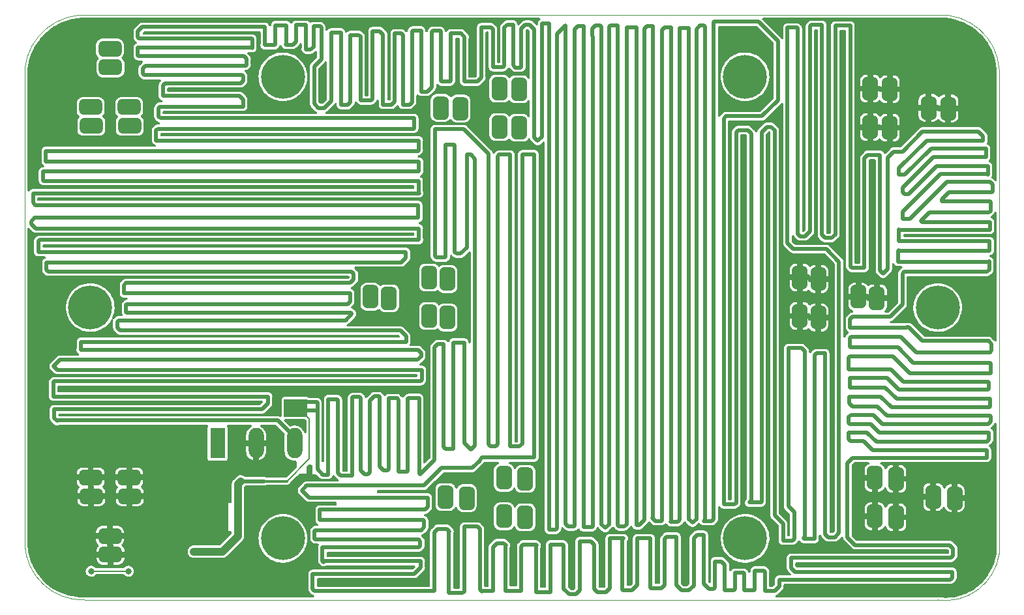
<source format=gbr>
%TF.GenerationSoftware,KiCad,Pcbnew,(6.0.7)*%
%TF.CreationDate,2022-11-15T13:11:22+02:00*%
%TF.ProjectId,Cell_Holder_Board_V2,43656c6c-5f48-46f6-9c64-65725f426f61,rev?*%
%TF.SameCoordinates,Original*%
%TF.FileFunction,Copper,L2,Bot*%
%TF.FilePolarity,Positive*%
%FSLAX46Y46*%
G04 Gerber Fmt 4.6, Leading zero omitted, Abs format (unit mm)*
G04 Created by KiCad (PCBNEW (6.0.7)) date 2022-11-15 13:11:22*
%MOMM*%
%LPD*%
G01*
G04 APERTURE LIST*
G04 Aperture macros list*
%AMRoundRect*
0 Rectangle with rounded corners*
0 $1 Rounding radius*
0 $2 $3 $4 $5 $6 $7 $8 $9 X,Y pos of 4 corners*
0 Add a 4 corners polygon primitive as box body*
4,1,4,$2,$3,$4,$5,$6,$7,$8,$9,$2,$3,0*
0 Add four circle primitives for the rounded corners*
1,1,$1+$1,$2,$3*
1,1,$1+$1,$4,$5*
1,1,$1+$1,$6,$7*
1,1,$1+$1,$8,$9*
0 Add four rect primitives between the rounded corners*
20,1,$1+$1,$2,$3,$4,$5,0*
20,1,$1+$1,$4,$5,$6,$7,0*
20,1,$1+$1,$6,$7,$8,$9,0*
20,1,$1+$1,$8,$9,$2,$3,0*%
G04 Aperture macros list end*
%TA.AperFunction,Profile*%
%ADD10C,0.100000*%
%TD*%
%TA.AperFunction,ComponentPad*%
%ADD11RoundRect,0.500000X0.500000X-1.000000X0.500000X1.000000X-0.500000X1.000000X-0.500000X-1.000000X0*%
%TD*%
%TA.AperFunction,ComponentPad*%
%ADD12RoundRect,0.500000X-0.500000X1.000000X-0.500000X-1.000000X0.500000X-1.000000X0.500000X1.000000X0*%
%TD*%
%TA.AperFunction,ConnectorPad*%
%ADD13C,5.700000*%
%TD*%
%TA.AperFunction,ComponentPad*%
%ADD14C,3.600000*%
%TD*%
%TA.AperFunction,ComponentPad*%
%ADD15RoundRect,0.500000X-1.000000X-0.500000X1.000000X-0.500000X1.000000X0.500000X-1.000000X0.500000X0*%
%TD*%
%TA.AperFunction,ComponentPad*%
%ADD16RoundRect,0.500000X1.000000X0.500000X-1.000000X0.500000X-1.000000X-0.500000X1.000000X-0.500000X0*%
%TD*%
%TA.AperFunction,ComponentPad*%
%ADD17R,1.980000X3.960000*%
%TD*%
%TA.AperFunction,ComponentPad*%
%ADD18O,1.980000X3.960000*%
%TD*%
%TA.AperFunction,ViaPad*%
%ADD19C,0.700000*%
%TD*%
%TA.AperFunction,ViaPad*%
%ADD20C,0.800000*%
%TD*%
%TA.AperFunction,Conductor*%
%ADD21C,0.200000*%
%TD*%
%TA.AperFunction,Conductor*%
%ADD22C,0.500000*%
%TD*%
%TA.AperFunction,Conductor*%
%ADD23C,1.000000*%
%TD*%
%TA.AperFunction,Conductor*%
%ADD24C,0.300000*%
%TD*%
G04 APERTURE END LIST*
D10*
X56278400Y-117520400D02*
G75*
G03*
X64028400Y-124770400I7563800J318200D01*
G01*
X182778400Y-118770400D02*
X182778400Y-55770400D01*
X174778400Y-124770402D02*
G75*
G03*
X182778400Y-118770400I1010310J6986252D01*
G01*
X64028400Y-124770400D02*
X174778400Y-124770400D01*
X174778400Y-48770400D02*
X64778400Y-48770400D01*
X64778401Y-48770393D02*
G75*
G03*
X56278400Y-55770400I-731671J-7772257D01*
G01*
X56278400Y-55770400D02*
X56278400Y-117520400D01*
X182778413Y-55770399D02*
G75*
G03*
X174778400Y-48770400I-7530713J-535101D01*
G01*
D11*
%TO.P,BT2,1,+*%
%TO.N,+BATT*%
X101162800Y-85358600D03*
X108762800Y-82858600D03*
X108762800Y-87858600D03*
D12*
%TO.P,BT2,2,-*%
%TO.N,GND*%
X156895800Y-82858600D03*
X164495800Y-85358600D03*
X156895800Y-87858600D03*
%TD*%
D11*
%TO.P,BT1,1,+*%
%TO.N,+BATT*%
X120421400Y-58398400D03*
X120421400Y-63398400D03*
X112821400Y-60898400D03*
D12*
%TO.P,BT1,2,-*%
%TO.N,GND*%
X168554400Y-63398400D03*
X168554400Y-58398400D03*
X176154400Y-60898400D03*
%TD*%
D13*
%TO.P,H4,1,1*%
%TO.N,unconnected-(H4-Pad1)*%
X149778400Y-56770400D03*
D14*
X149778400Y-56770400D03*
%TD*%
D13*
%TO.P,H6,1,1*%
%TO.N,unconnected-(H6-Pad1)*%
X64778400Y-86770400D03*
D14*
X64778400Y-86770400D03*
%TD*%
%TO.P,H2,1,1*%
%TO.N,unconnected-(H2-Pad1)*%
X149778400Y-116770400D03*
D13*
X149778400Y-116770400D03*
%TD*%
D11*
%TO.P,BT3,1,+*%
%TO.N,+BATT*%
X121246900Y-114029000D03*
X121246900Y-109029000D03*
X113646900Y-111529000D03*
D12*
%TO.P,BT3,2,-*%
%TO.N,GND*%
X169379900Y-114029000D03*
X169379900Y-109029000D03*
X176979900Y-111529000D03*
%TD*%
D15*
%TO.P,BT4,1,+*%
%TO.N,+BATT*%
X64897000Y-63144400D03*
X67397000Y-55544400D03*
X69897000Y-63144400D03*
D16*
%TO.P,BT4,2,-*%
%TO.N,GND*%
X69897000Y-111277400D03*
X64897000Y-111277400D03*
X67397000Y-118877400D03*
%TD*%
D17*
%TO.P,J1,1,Pin_1*%
%TO.N,+BATT*%
X81305400Y-104394000D03*
D18*
%TO.P,J1,2,Pin_2*%
%TO.N,GND*%
X86305400Y-104394000D03*
%TO.P,J1,3,Pin_3*%
%TO.N,/Heater*%
X91305400Y-104394000D03*
%TD*%
D13*
%TO.P,H1,1,1*%
%TO.N,unconnected-(H1-Pad1)*%
X89778400Y-116770400D03*
D14*
X89778400Y-116770400D03*
%TD*%
D13*
%TO.P,H3,1,1*%
%TO.N,unconnected-(H3-Pad1)*%
X174778400Y-86770400D03*
D14*
X174778400Y-86770400D03*
%TD*%
D13*
%TO.P,H5,1,1*%
%TO.N,unconnected-(H5-Pad1)*%
X89778400Y-56770400D03*
D14*
X89778400Y-56770400D03*
%TD*%
D12*
%TO.P,BT7,1,+*%
%TO.N,+BATT*%
X117881400Y-58318400D03*
X117881400Y-63318400D03*
X110281400Y-60818400D03*
D11*
%TO.P,BT7,2,-*%
%TO.N,GND*%
X166014400Y-58318400D03*
X166014400Y-63318400D03*
X173614400Y-60818400D03*
%TD*%
D16*
%TO.P,BT5,1,+*%
%TO.N,+BATT*%
X64833000Y-60718700D03*
X67333000Y-53118700D03*
X69833000Y-60718700D03*
D15*
%TO.P,BT5,2,-*%
%TO.N,GND*%
X67333000Y-116451700D03*
X64833000Y-108851700D03*
X69833000Y-108851700D03*
%TD*%
D12*
%TO.P,BT6,1,+*%
%TO.N,+BATT*%
X110878300Y-111381400D03*
X118478300Y-113881400D03*
X118478300Y-108881400D03*
D11*
%TO.P,BT6,2,-*%
%TO.N,GND*%
X166611300Y-108881400D03*
X174211300Y-111381400D03*
X166611300Y-113881400D03*
%TD*%
D12*
%TO.P,BT8,1,+*%
%TO.N,+BATT*%
X103550400Y-85558000D03*
X111150400Y-88058000D03*
X111150400Y-83058000D03*
D11*
%TO.P,BT8,2,-*%
%TO.N,GND*%
X166883400Y-85558000D03*
X159283400Y-83058000D03*
X159283400Y-88058000D03*
%TD*%
D19*
%TO.N,GND*%
X181063400Y-120567600D03*
X181063400Y-119567600D03*
X181063400Y-118567600D03*
X181063400Y-117567600D03*
X181063400Y-116567600D03*
X181063400Y-115567600D03*
X181063400Y-114567600D03*
X181063400Y-113567600D03*
X181063400Y-112567600D03*
X181063400Y-111567600D03*
X181063400Y-110567600D03*
X181063400Y-109567600D03*
X181063400Y-108567600D03*
X181063400Y-107567600D03*
X181063400Y-89567600D03*
X181063400Y-88567600D03*
X181063400Y-87567600D03*
X181063400Y-86567600D03*
X181063400Y-85567600D03*
X181063400Y-84567600D03*
X181063400Y-83567600D03*
X181063400Y-62567600D03*
X181063400Y-61567600D03*
X181063400Y-60567600D03*
X181063400Y-59567600D03*
X181063400Y-58567600D03*
X181063400Y-57567600D03*
X181063400Y-56567600D03*
X181063400Y-55567600D03*
X181063400Y-54567600D03*
X181063400Y-53567600D03*
X180063400Y-121567600D03*
X180063400Y-120567600D03*
X180063400Y-119567600D03*
X180063400Y-118567600D03*
X180063400Y-117567600D03*
X180063400Y-116567600D03*
X180063400Y-115567600D03*
X180063400Y-114567600D03*
X180063400Y-113567600D03*
X180063400Y-112567600D03*
X180063400Y-111567600D03*
X180063400Y-110567600D03*
X180063400Y-109567600D03*
X180063400Y-108567600D03*
X180063400Y-107567600D03*
X180063400Y-89567600D03*
X180063400Y-88567600D03*
X180063400Y-87567600D03*
X180063400Y-86567600D03*
X180063400Y-85567600D03*
X180063400Y-84567600D03*
X180063400Y-83567600D03*
X180063400Y-62567600D03*
X180063400Y-61567600D03*
X180063400Y-60567600D03*
X180063400Y-59567600D03*
X180063400Y-58567600D03*
X180063400Y-57567600D03*
X180063400Y-56567600D03*
X180063400Y-55567600D03*
X180063400Y-54567600D03*
X180063400Y-53567600D03*
X180063400Y-52567600D03*
X179063400Y-122567600D03*
X179063400Y-121567600D03*
X179063400Y-120567600D03*
X179063400Y-119567600D03*
X179063400Y-118567600D03*
X179063400Y-117567600D03*
X179063400Y-116567600D03*
X179063400Y-115567600D03*
X179063400Y-114567600D03*
X179063400Y-113567600D03*
X179063400Y-112567600D03*
X179063400Y-111567600D03*
X179063400Y-110567600D03*
X179063400Y-109567600D03*
X179063400Y-108567600D03*
X179063400Y-107567600D03*
X179063400Y-89567600D03*
X179063400Y-88567600D03*
X179063400Y-87567600D03*
X179063400Y-86567600D03*
X179063400Y-85567600D03*
X179063400Y-84567600D03*
X179063400Y-83567600D03*
X179063400Y-62567600D03*
X179063400Y-61567600D03*
X179063400Y-60567600D03*
X179063400Y-59567600D03*
X179063400Y-58567600D03*
X179063400Y-57567600D03*
X179063400Y-56567600D03*
X179063400Y-55567600D03*
X179063400Y-54567600D03*
X179063400Y-53567600D03*
X179063400Y-52567600D03*
X179063400Y-51567600D03*
X178063400Y-122567600D03*
X178063400Y-121567600D03*
X178063400Y-120567600D03*
X178063400Y-119567600D03*
X178063400Y-118567600D03*
X178063400Y-117567600D03*
X178063400Y-116567600D03*
X178063400Y-115567600D03*
X178063400Y-114567600D03*
X178063400Y-108567600D03*
X178063400Y-107567600D03*
X178063400Y-89567600D03*
X178063400Y-88567600D03*
X178063400Y-84567600D03*
X178063400Y-83567600D03*
X178063400Y-62567600D03*
X178063400Y-61567600D03*
X178063400Y-60567600D03*
X178063400Y-59567600D03*
X178063400Y-58567600D03*
X178063400Y-57567600D03*
X178063400Y-56567600D03*
X178063400Y-55567600D03*
X178063400Y-54567600D03*
X178063400Y-53567600D03*
X178063400Y-52567600D03*
X178063400Y-51567600D03*
X178063400Y-50567600D03*
X177063400Y-123567600D03*
X177063400Y-116567600D03*
X177063400Y-115567600D03*
X177063400Y-114567600D03*
X177063400Y-107567600D03*
X177063400Y-83567600D03*
X177063400Y-54567600D03*
X177063400Y-53567600D03*
X177063400Y-52567600D03*
X177063400Y-51567600D03*
X177063400Y-50567600D03*
X176063400Y-123567600D03*
X176063400Y-116567600D03*
X176063400Y-115567600D03*
X176063400Y-114567600D03*
X176063400Y-50567600D03*
X175063400Y-123567600D03*
X175063400Y-116567600D03*
X175063400Y-115567600D03*
X175063400Y-114567600D03*
X175063400Y-50567600D03*
X174063400Y-123567600D03*
X174063400Y-116567600D03*
X174063400Y-115567600D03*
X174063400Y-50567600D03*
X173063400Y-123567600D03*
X173063400Y-116567600D03*
X173063400Y-50567600D03*
X172063400Y-123567600D03*
X172063400Y-116567600D03*
X172063400Y-50567600D03*
X171063400Y-123567600D03*
X171063400Y-116567600D03*
X171063400Y-110567600D03*
X171063400Y-87567600D03*
X171063400Y-58567600D03*
X171063400Y-50567600D03*
X170063400Y-123567600D03*
X170063400Y-116567600D03*
X170063400Y-111567600D03*
X170063400Y-50567600D03*
X169063400Y-123567600D03*
X169063400Y-116567600D03*
X169063400Y-111567600D03*
X169063400Y-50567600D03*
X168063400Y-123567600D03*
X168063400Y-116567600D03*
X168063400Y-111567600D03*
X168063400Y-50567600D03*
X167063400Y-123567600D03*
X167063400Y-111567600D03*
X167063400Y-50567600D03*
X166063400Y-123567600D03*
X166063400Y-111567600D03*
X166063400Y-50567600D03*
X165063400Y-123567600D03*
X165063400Y-111567600D03*
X165063400Y-50567600D03*
X164063400Y-123567600D03*
X163063400Y-123567600D03*
X162063400Y-123567600D03*
X161063400Y-123567600D03*
X161063400Y-85567600D03*
X160063400Y-85567600D03*
X159063400Y-85567600D03*
X158063400Y-85567600D03*
X157063400Y-85567600D03*
X156063400Y-85567600D03*
X150063400Y-50567600D03*
X149063400Y-50567600D03*
X148063400Y-50567600D03*
X147063400Y-50567600D03*
X108063400Y-63567600D03*
X108063400Y-62567600D03*
X108063400Y-61567600D03*
X108063400Y-60567600D03*
X95063400Y-58567600D03*
X95063400Y-57567600D03*
X95063400Y-56567600D03*
X92063400Y-101567600D03*
X92063400Y-60567600D03*
X91063400Y-101567600D03*
X91063400Y-60567600D03*
X90063400Y-60567600D03*
X89063400Y-60567600D03*
X88063400Y-106567600D03*
X88063400Y-60567600D03*
X87063400Y-60567600D03*
X87063400Y-59567600D03*
X86063400Y-60567600D03*
X86063400Y-59567600D03*
X86063400Y-58567600D03*
X86063400Y-57567600D03*
X86063400Y-56567600D03*
X86063400Y-55567600D03*
X86063400Y-54567600D03*
X84063400Y-102567600D03*
X83063400Y-106567600D03*
X83063400Y-102567600D03*
X69063400Y-123567600D03*
X69063400Y-122567600D03*
X68063400Y-123567600D03*
X68063400Y-122567600D03*
X67063400Y-123567600D03*
X67063400Y-122567600D03*
X67063400Y-109567600D03*
X67063400Y-108567600D03*
X67063400Y-83567600D03*
X66063400Y-123567600D03*
X66063400Y-122567600D03*
X65063400Y-123567600D03*
X65063400Y-122567600D03*
X64063400Y-123567600D03*
X64063400Y-122567600D03*
X63063400Y-123567600D03*
X63063400Y-122567600D03*
X63063400Y-121567600D03*
X63063400Y-50567600D03*
X62063400Y-123567600D03*
X62063400Y-122567600D03*
X62063400Y-121567600D03*
X62063400Y-89567600D03*
X62063400Y-83567600D03*
X62063400Y-51567600D03*
X62063400Y-50567600D03*
X61063400Y-122567600D03*
X61063400Y-121567600D03*
X61063400Y-89567600D03*
X61063400Y-88567600D03*
X61063400Y-87567600D03*
X61063400Y-86567600D03*
X61063400Y-85567600D03*
X61063400Y-84567600D03*
X61063400Y-83567600D03*
X61063400Y-64567600D03*
X61063400Y-63567600D03*
X61063400Y-62567600D03*
X61063400Y-52567600D03*
X61063400Y-51567600D03*
X61063400Y-50567600D03*
X60063400Y-122567600D03*
X60063400Y-121567600D03*
X60063400Y-89567600D03*
X60063400Y-88567600D03*
X60063400Y-87567600D03*
X60063400Y-86567600D03*
X60063400Y-85567600D03*
X60063400Y-84567600D03*
X60063400Y-83567600D03*
X60063400Y-53567600D03*
X60063400Y-52567600D03*
X60063400Y-51567600D03*
X59063400Y-121567600D03*
X59063400Y-89567600D03*
X59063400Y-88567600D03*
X59063400Y-87567600D03*
X59063400Y-86567600D03*
X59063400Y-85567600D03*
X59063400Y-84567600D03*
X59063400Y-83567600D03*
X59063400Y-54567600D03*
X59063400Y-53567600D03*
X59063400Y-52567600D03*
X58063400Y-89567600D03*
X58063400Y-88567600D03*
X58063400Y-87567600D03*
X58063400Y-86567600D03*
X58063400Y-85567600D03*
X58063400Y-84567600D03*
X58063400Y-83567600D03*
X58063400Y-65567600D03*
X58063400Y-64567600D03*
X58063400Y-63567600D03*
X58063400Y-62567600D03*
X58063400Y-55567600D03*
X58063400Y-54567600D03*
X58063400Y-53567600D03*
D20*
X146812000Y-59944000D03*
X60325000Y-59817000D03*
X60325000Y-60833000D03*
X60325000Y-57531000D03*
X83566000Y-104394000D03*
X58166000Y-59817000D03*
X58166000Y-60960000D03*
X58166000Y-58674000D03*
X88773000Y-104394000D03*
X60325000Y-58674000D03*
X58166000Y-57531000D03*
%TO.N,/Heater*%
X64897000Y-121031000D03*
X78232000Y-118491000D03*
X92075000Y-99568000D03*
X91389200Y-100101400D03*
X69723000Y-121031000D03*
%TD*%
D21*
%TO.N,/Heater*%
X93218000Y-101219000D02*
X93218000Y-106426000D01*
X92100400Y-100101400D02*
X93218000Y-101219000D01*
X93218000Y-106426000D02*
X90297000Y-109347000D01*
X91389200Y-100101400D02*
X92100400Y-100101400D01*
D22*
X94564200Y-113030000D02*
X94564200Y-114376200D01*
X94589600Y-114401600D02*
X108051600Y-114401600D01*
X94564200Y-114376200D02*
X94589600Y-114401600D01*
D23*
X81915000Y-118491000D02*
X78232000Y-118491000D01*
X83947000Y-109728000D02*
X83947000Y-116459000D01*
X84328000Y-109347000D02*
X83947000Y-109728000D01*
X83947000Y-116459000D02*
X81915000Y-118491000D01*
D22*
X84328000Y-109347000D02*
X87376000Y-109347000D01*
%TO.N,GND*%
X58166000Y-59817000D02*
X60325000Y-59817000D01*
X58166000Y-60960000D02*
X60198000Y-60960000D01*
X60198000Y-60960000D02*
X60325000Y-60833000D01*
X58166000Y-57531000D02*
X60325000Y-57531000D01*
X60325000Y-58674000D02*
X58166000Y-58674000D01*
%TO.N,/Heater*%
X113334800Y-115239800D02*
X115062000Y-115239800D01*
X109118400Y-50927000D02*
X109118400Y-58115200D01*
X94919800Y-119659400D02*
X95097600Y-119837200D01*
X98577400Y-87401400D02*
X98729800Y-87553800D01*
X107721400Y-58699400D02*
X107721400Y-50774600D01*
X155295600Y-78409800D02*
X156032200Y-79146400D01*
X109474000Y-91948000D02*
X109905800Y-91516200D01*
X93853000Y-60299600D02*
X93853000Y-55422800D01*
X109524800Y-80086200D02*
X109524800Y-63576200D01*
X117068600Y-50622200D02*
X116789200Y-50342800D01*
X181279800Y-68351400D02*
X174675800Y-68351400D01*
X155295600Y-50393600D02*
X155295600Y-78409800D01*
X163220400Y-102997000D02*
X165608000Y-102997000D01*
X113665000Y-78968600D02*
X112877600Y-79756000D01*
X166827200Y-104216200D02*
X181127400Y-104216200D01*
X142494000Y-123545600D02*
X143129000Y-122910600D01*
X155752800Y-119303800D02*
X176479200Y-119303800D01*
X156489400Y-50393600D02*
X155295600Y-50393600D01*
X119303800Y-104775000D02*
X119354600Y-104825800D01*
X107442000Y-77978000D02*
X58191400Y-77978000D01*
X172821600Y-63881000D02*
X170205400Y-66497200D01*
X156159200Y-116840000D02*
X155930600Y-117068600D01*
X172618400Y-75514200D02*
X173736000Y-74396600D01*
X136702800Y-114401600D02*
X136042400Y-115062000D01*
X113334800Y-57404000D02*
X113309400Y-57378600D01*
X181584600Y-93929200D02*
X171602400Y-93929200D01*
X173532800Y-65049400D02*
X173558200Y-65074800D01*
X100838000Y-108432600D02*
X101066600Y-108204000D01*
X133451600Y-115214400D02*
X133273800Y-115036600D01*
X134442200Y-50317400D02*
X134391400Y-50368200D01*
X134112000Y-115214400D02*
X133451600Y-115214400D01*
X101066600Y-108204000D02*
X101066600Y-98882200D01*
X160172400Y-92710000D02*
X159029400Y-92710000D01*
X163474400Y-81432400D02*
X163449000Y-81432400D01*
X157429200Y-116840000D02*
X157353000Y-116763800D01*
X149656800Y-123520200D02*
X150926800Y-123520200D01*
X132130800Y-114935000D02*
X131648200Y-115417600D01*
X126441200Y-114833400D02*
X126492000Y-114782600D01*
X92786200Y-53162200D02*
X92786200Y-50038000D01*
X135813800Y-116738400D02*
X137490200Y-116738400D01*
X170738800Y-89331800D02*
X170713400Y-89357200D01*
X107467400Y-98526600D02*
X107467400Y-108356400D01*
X176682400Y-121107200D02*
X156260800Y-121107200D01*
X57581800Y-75107800D02*
X57124600Y-75565000D01*
X112014000Y-65633600D02*
X112090200Y-65709800D01*
X168300400Y-67284600D02*
X168300400Y-81762600D01*
X181483000Y-72923400D02*
X181406800Y-72999600D01*
X111912400Y-91338400D02*
X111937800Y-91313000D01*
X157530800Y-116586000D02*
X157530800Y-92430600D01*
X105029000Y-89763600D02*
X105791000Y-90525600D01*
X57353200Y-73152000D02*
X57632600Y-73431400D01*
X107416600Y-117932200D02*
X94919800Y-117932200D01*
X157530800Y-92430600D02*
X157124400Y-92024200D01*
X170230800Y-71780400D02*
X170230800Y-71221600D01*
X101650800Y-98298000D02*
X102260400Y-98298000D01*
X94767400Y-54508400D02*
X94767400Y-50342800D01*
X156921200Y-77495400D02*
X156616400Y-77190600D01*
X145872200Y-123164600D02*
X145872200Y-119761000D01*
X84302600Y-57632600D02*
X74472800Y-57632600D01*
X175183800Y-69367400D02*
X181178200Y-69367400D01*
X107340400Y-73431400D02*
X107340400Y-75082400D01*
X135102600Y-123469400D02*
X135763000Y-122809000D01*
X181533800Y-78130400D02*
X169773600Y-78130400D01*
X125374400Y-51231800D02*
X125374400Y-115468400D01*
X58191400Y-77978000D02*
X58039000Y-78130400D01*
X131724400Y-123748800D02*
X132207000Y-123266200D01*
X154051000Y-52171600D02*
X151511000Y-49631600D01*
X107670600Y-120573800D02*
X106857800Y-121386600D01*
X107823000Y-96164400D02*
X107645200Y-96342200D01*
X70942200Y-53009800D02*
X70942200Y-53975000D01*
X181584600Y-70459600D02*
X175996600Y-70459600D01*
X120726200Y-123571000D02*
X120726200Y-117805200D01*
X134391400Y-50368200D02*
X134391400Y-114935000D01*
X88696800Y-52679600D02*
X87426800Y-52679600D01*
X124333000Y-115646200D02*
X124333000Y-49860200D01*
X103505000Y-98602800D02*
X103555800Y-98552000D01*
X154228800Y-122123200D02*
X176428400Y-122123200D01*
X110642400Y-104876600D02*
X110896400Y-105130600D01*
X104800400Y-98755200D02*
X104800400Y-108102400D01*
D24*
X90297000Y-109347000D02*
X87376000Y-109347000D01*
D22*
X137541000Y-123215400D02*
X138938000Y-123215400D01*
X154711400Y-117068600D02*
X154711400Y-114884200D01*
X156159200Y-113385600D02*
X156159200Y-116840000D01*
X58648600Y-69088000D02*
X58648600Y-70231000D01*
X167690800Y-82372200D02*
X167284400Y-81965800D01*
X141325600Y-50825400D02*
X141325600Y-114376200D01*
X108585000Y-112699800D02*
X108254800Y-113030000D01*
X74218800Y-59283600D02*
X84175600Y-59283600D01*
X110413800Y-107619800D02*
X108127800Y-109905800D01*
X93751400Y-52882800D02*
X93395800Y-53238400D01*
X124510800Y-117551200D02*
X126136400Y-117551200D01*
X152374600Y-123621800D02*
X153619200Y-123621800D01*
X171145200Y-95275400D02*
X181686200Y-95275400D01*
X148894800Y-63703200D02*
X148615400Y-63982600D01*
X181533800Y-79349600D02*
X181533800Y-78130400D01*
X102362000Y-107391200D02*
X102870000Y-107899200D01*
X126238000Y-117652800D02*
X126238000Y-123317000D01*
X158800800Y-116840000D02*
X157429200Y-116840000D01*
X170205400Y-66497200D02*
X169087800Y-66497200D01*
X107442000Y-67818000D02*
X107442000Y-69088000D01*
X105841800Y-108102400D02*
X105968800Y-107975400D01*
X63576200Y-91211400D02*
X63576200Y-92202000D01*
X105384600Y-51358800D02*
X105156000Y-51130200D01*
X115366800Y-123444000D02*
X115595400Y-123672600D01*
X99898200Y-98552000D02*
X99898200Y-107924600D01*
X73329800Y-65049400D02*
X107416600Y-65049400D01*
X181381400Y-97358200D02*
X181381400Y-96494600D01*
X153619200Y-123621800D02*
X154228800Y-123012200D01*
X120726200Y-50546000D02*
X120726200Y-55499000D01*
X143916400Y-50139600D02*
X143459200Y-50596800D01*
X107416600Y-77952600D02*
X107442000Y-77978000D01*
X57124600Y-75565000D02*
X57124600Y-75895200D01*
X126238000Y-123317000D02*
X126949200Y-124028200D01*
X98196400Y-86309200D02*
X69570600Y-86309200D01*
X90144600Y-52552600D02*
X90220800Y-52476400D01*
X107823000Y-94869000D02*
X107823000Y-96164400D01*
X129997200Y-51511200D02*
X129997200Y-115214400D01*
X158216600Y-76860400D02*
X157581600Y-77495400D01*
X107569000Y-108458000D02*
X109474000Y-106553000D01*
X95681800Y-108483400D02*
X95681800Y-98679000D01*
X169748200Y-78105000D02*
X169748200Y-76606400D01*
X105740200Y-80314800D02*
X105740200Y-79552800D01*
X110921800Y-65633600D02*
X112014000Y-65633600D01*
X69418200Y-86461600D02*
X69418200Y-87299800D01*
X145694400Y-123342400D02*
X145872200Y-123164600D01*
X107721400Y-115697000D02*
X94030800Y-115697000D01*
X109448600Y-123596400D02*
X109448600Y-115951000D01*
X115646200Y-123621800D02*
X117043200Y-123621800D01*
X129971800Y-51485800D02*
X129997200Y-51511200D01*
D21*
X69723000Y-121031000D02*
X64897000Y-121031000D01*
D22*
X87452200Y-50292000D02*
X71551800Y-50292000D01*
X121843800Y-50012600D02*
X121259600Y-50012600D01*
X94259400Y-100025200D02*
X94259400Y-99110800D01*
X70942200Y-53975000D02*
X71069200Y-54102000D01*
X141071600Y-114630200D02*
X140131800Y-114630200D01*
X68300600Y-88620600D02*
X68300600Y-89408000D01*
X169799000Y-79400400D02*
X181483000Y-79400400D01*
X98552000Y-60121800D02*
X98221800Y-60452000D01*
X163296600Y-98323400D02*
X167386000Y-98323400D01*
X151917400Y-63982600D02*
X151917400Y-112014000D01*
X141300200Y-50800000D02*
X141325600Y-50825400D01*
X180695600Y-65074800D02*
X180695600Y-64490600D01*
X125374400Y-115468400D02*
X125196600Y-115646200D01*
X161975800Y-80797400D02*
X161975800Y-116078000D01*
X122859800Y-65125600D02*
X122402600Y-64668400D01*
X102793800Y-60426600D02*
X102793800Y-51282600D01*
X140182600Y-50342800D02*
X139369800Y-50342800D01*
X130200400Y-123342400D02*
X130606800Y-123748800D01*
X108534200Y-58699400D02*
X107721400Y-58699400D01*
X181457600Y-80746600D02*
X181381400Y-80822800D01*
X163423600Y-89357200D02*
X163423600Y-88290400D01*
X163652200Y-81610200D02*
X163474400Y-81432400D01*
X176784000Y-118999000D02*
X176784000Y-118059200D01*
X107467400Y-71907400D02*
X57353200Y-71907400D01*
X175996600Y-70459600D02*
X171196000Y-75260200D01*
X69164200Y-84912200D02*
X98501200Y-84912200D01*
X155397200Y-92024200D02*
X155397200Y-112623600D01*
X171043600Y-89331800D02*
X170738800Y-89331800D01*
X60502800Y-94869000D02*
X107823000Y-94869000D01*
X107264200Y-93573600D02*
X60833000Y-93573600D01*
X167284400Y-66929000D02*
X165684200Y-66929000D01*
X111353600Y-115900200D02*
X111353600Y-123850400D01*
X106197400Y-60426600D02*
X105384600Y-60426600D01*
X57124600Y-75895200D02*
X57708800Y-76479400D01*
X84505800Y-56565800D02*
X84607400Y-56667400D01*
X128854200Y-50215800D02*
X128092200Y-50215800D01*
X103555800Y-98552000D02*
X104597200Y-98552000D01*
X85801200Y-51841400D02*
X85801200Y-53035200D01*
X151104600Y-120929400D02*
X152196800Y-120929400D01*
X126949200Y-124028200D02*
X127787400Y-124028200D01*
X159766000Y-77317600D02*
X159766000Y-50038000D01*
X84175600Y-59283600D02*
X84607400Y-59715400D01*
X120650000Y-55575200D02*
X119989600Y-55575200D01*
X110896400Y-105130600D02*
X111912400Y-105130600D01*
X68503800Y-88417400D02*
X68300600Y-88620600D01*
X59969400Y-96469200D02*
X59969400Y-98323400D01*
X168808400Y-99745800D02*
X181533800Y-99745800D01*
X97332800Y-60452000D02*
X97332800Y-51054000D01*
X153619200Y-63728600D02*
X153162000Y-63271400D01*
X69418200Y-87299800D02*
X69519800Y-87401400D01*
X169773600Y-76581000D02*
X169849800Y-76657200D01*
X119989600Y-55575200D02*
X119659400Y-55245000D01*
X94259400Y-100025200D02*
X94259400Y-107797600D01*
X98856800Y-98399600D02*
X99745800Y-98399600D01*
X85064600Y-55219600D02*
X84963000Y-55321200D01*
X181584600Y-100838000D02*
X168224200Y-100838000D01*
X113334800Y-123647200D02*
X113334800Y-115239800D01*
X116789200Y-50342800D02*
X115544600Y-50342800D01*
X111353600Y-123850400D02*
X113131600Y-123850400D01*
X144424400Y-122631200D02*
X145135600Y-123342400D01*
X153619200Y-113792000D02*
X153619200Y-63728600D01*
X173355000Y-65049400D02*
X173532800Y-65049400D01*
X101422200Y-59664600D02*
X101244400Y-59842400D01*
X137820400Y-50190400D02*
X137058400Y-50190400D01*
X181381400Y-80822800D02*
X169621200Y-80822800D01*
X163449000Y-50114200D02*
X161493200Y-50114200D01*
X71120000Y-51816000D02*
X85775800Y-51816000D01*
X181889400Y-71678800D02*
X181889400Y-70764400D01*
X170459400Y-72009000D02*
X170230800Y-71780400D01*
X167970200Y-97155000D02*
X163423600Y-97155000D01*
X129997200Y-115214400D02*
X129895600Y-115316000D01*
X89103200Y-101447600D02*
X91305400Y-103649800D01*
X110159800Y-50800000D02*
X109245400Y-50800000D01*
X117551200Y-117398800D02*
X118465600Y-117398800D01*
X113309400Y-57378600D02*
X113309400Y-51638200D01*
X181381400Y-91109800D02*
X172821600Y-91109800D01*
X59096200Y-81880000D02*
X59309000Y-82092800D01*
X101422200Y-50850800D02*
X101422200Y-59664600D01*
X93903800Y-116814600D02*
X93980000Y-116890800D01*
X141325600Y-114376200D02*
X141071600Y-114630200D01*
X120980200Y-117551200D02*
X122605800Y-117551200D01*
X163245800Y-101727000D02*
X163245800Y-100990400D01*
X122631200Y-117779800D02*
X122631200Y-123723400D01*
X69570600Y-86309200D02*
X69418200Y-86461600D01*
X163195000Y-93319600D02*
X163398200Y-93116400D01*
X103886000Y-60426600D02*
X102793800Y-60426600D01*
X102793800Y-51282600D02*
X102362000Y-50850800D01*
X92278200Y-110566200D02*
X93167200Y-111455200D01*
X98552000Y-83566000D02*
X69443600Y-83566000D01*
X94259400Y-107797600D02*
X94945200Y-108483400D01*
X163347400Y-91846400D02*
X163347400Y-90728800D01*
X143129000Y-122910600D02*
X143129000Y-116738400D01*
X164084000Y-117652800D02*
X163068000Y-116636800D01*
X93167200Y-111455200D02*
X108585000Y-111455200D01*
X118465600Y-117398800D02*
X118745000Y-117678200D01*
X169773600Y-69519800D02*
X169773600Y-68630800D01*
X172034200Y-92583000D02*
X181559200Y-92583000D01*
X108102400Y-114452400D02*
X108102400Y-115316000D01*
X170357800Y-96443800D02*
X168706800Y-94792800D01*
X138938000Y-123215400D02*
X139319000Y-122834400D01*
X107619800Y-117729000D02*
X107416600Y-117932200D01*
X153162000Y-63271400D02*
X152628600Y-63271400D01*
X151917400Y-112014000D02*
X151815800Y-112115600D01*
X166979600Y-99593400D02*
X163703000Y-99593400D01*
X135763000Y-116789200D02*
X135813800Y-116738400D01*
X144602200Y-114350800D02*
X144602200Y-50292000D01*
X148615400Y-63982600D02*
X148615400Y-112166400D01*
X160172400Y-116205000D02*
X160172400Y-92710000D01*
X107365800Y-75107800D02*
X57581800Y-75107800D01*
X129768600Y-117119400D02*
X130200400Y-117551200D01*
X149656800Y-121310400D02*
X149656800Y-123520200D01*
X118719600Y-123571000D02*
X120726200Y-123571000D01*
X114731800Y-67462400D02*
X114173000Y-66903600D01*
X107467400Y-108356400D02*
X107569000Y-108458000D01*
X118516400Y-55346600D02*
X118338600Y-55524400D01*
X145440400Y-114528600D02*
X144424400Y-114528600D01*
X109448600Y-115951000D02*
X109880400Y-115519200D01*
X99669600Y-51358800D02*
X98552000Y-51358800D01*
X63525400Y-92252800D02*
X63576200Y-92303600D01*
X92887800Y-109905800D02*
X92278200Y-110515400D01*
X104292400Y-51130200D02*
X104292400Y-60020200D01*
X94030800Y-115697000D02*
X93903800Y-115824000D01*
X170230800Y-86360000D02*
X170230800Y-82321400D01*
X122377200Y-106273600D02*
X115671600Y-106273600D01*
X159766000Y-50038000D02*
X158394400Y-50038000D01*
X125196600Y-115646200D02*
X124333000Y-115646200D01*
X152374600Y-121107200D02*
X152374600Y-123621800D01*
X163372800Y-95935800D02*
X163398200Y-95910400D01*
X104292400Y-60020200D02*
X103886000Y-60426600D01*
X128320800Y-123494800D02*
X128320800Y-117119400D01*
X91389200Y-100101400D02*
X94183200Y-100101400D01*
X170230800Y-82321400D02*
X170434000Y-82118200D01*
X181787800Y-71780400D02*
X181889400Y-71678800D01*
X115062000Y-115239800D02*
X115366800Y-115544600D01*
X114173000Y-105232200D02*
X114731800Y-104673400D01*
X138988800Y-114452400D02*
X138912600Y-114528600D01*
X108127800Y-109905800D02*
X92887800Y-109905800D01*
X166065200Y-101879400D02*
X163398200Y-101879400D01*
X150596600Y-111836200D02*
X150596600Y-64160400D01*
X137490200Y-116738400D02*
X137490200Y-123164600D01*
X181483000Y-80772000D02*
X181457600Y-80746600D01*
X160578800Y-116611400D02*
X160172400Y-116205000D01*
X145872200Y-119761000D02*
X146710400Y-119761000D01*
X108585000Y-111455200D02*
X108585000Y-112699800D01*
X109880400Y-115519200D02*
X111074200Y-115519200D01*
X100406200Y-108432600D02*
X100838000Y-108432600D01*
X169697400Y-79298800D02*
X169799000Y-79400400D01*
X123444000Y-64541400D02*
X122859800Y-65125600D01*
X109245400Y-50800000D02*
X109118400Y-50927000D01*
X120446800Y-104825800D02*
X120853200Y-104419400D01*
X181127400Y-104216200D02*
X181432200Y-103911400D01*
X118338600Y-55524400D02*
X117068600Y-55524400D01*
X180695600Y-64490600D02*
X180086000Y-63881000D01*
X180086000Y-63881000D02*
X172821600Y-63881000D01*
X145719800Y-114249200D02*
X145440400Y-114528600D01*
X149580600Y-121234200D02*
X149656800Y-121310400D01*
X160324800Y-79146400D02*
X161975800Y-80797400D01*
X163398200Y-93116400D02*
X168986200Y-93116400D01*
X151511000Y-49631600D02*
X145770600Y-49631600D01*
X154711400Y-114884200D02*
X153619200Y-113792000D01*
X107670600Y-119735600D02*
X107670600Y-120573800D01*
X141554200Y-123545600D02*
X142494000Y-123545600D01*
X106832400Y-63474600D02*
X106781600Y-63525400D01*
X91305400Y-103649800D02*
X91305400Y-104394000D01*
X93751400Y-50190400D02*
X93751400Y-52882800D01*
X143129000Y-116738400D02*
X143560800Y-116306600D01*
X60553600Y-101447600D02*
X89103200Y-101447600D01*
X181889400Y-70764400D02*
X181584600Y-70459600D01*
X111074200Y-115519200D02*
X111404400Y-115849400D01*
X148285200Y-123494800D02*
X148463000Y-123317000D01*
X58039000Y-78130400D02*
X58039000Y-79552800D01*
X132207000Y-123266200D02*
X132207000Y-116763800D01*
X163753800Y-87960200D02*
X168630600Y-87960200D01*
X124510800Y-123647200D02*
X124510800Y-117551200D01*
X122402600Y-50571400D02*
X121843800Y-50012600D01*
X95681800Y-98679000D02*
X96850200Y-98679000D01*
X107721400Y-92659200D02*
X107721400Y-93116400D01*
X181127400Y-106299000D02*
X181178200Y-106248200D01*
X175285400Y-72999600D02*
X175285400Y-72745600D01*
X87858600Y-99212400D02*
X87071200Y-99999800D01*
X59969400Y-98323400D02*
X87858600Y-98323400D01*
X71602600Y-56362600D02*
X71805800Y-56565800D01*
X165684200Y-66929000D02*
X165684200Y-66979800D01*
X124333000Y-49860200D02*
X123444000Y-49860200D01*
X107721400Y-93116400D02*
X107264200Y-93573600D01*
X126492000Y-114782600D02*
X126492000Y-50114200D01*
X57632600Y-73431400D02*
X107340400Y-73431400D01*
X133273800Y-50088800D02*
X132334000Y-50088800D01*
X94767400Y-50342800D02*
X94615000Y-50190400D01*
X84607400Y-59715400D02*
X84607400Y-60655200D01*
X99872800Y-59791600D02*
X99872800Y-51562000D01*
X170205400Y-75260200D02*
X170205400Y-74345800D01*
X181356000Y-101879400D02*
X181635400Y-101600000D01*
X137490200Y-123164600D02*
X137541000Y-123215400D01*
X174218600Y-67233800D02*
X181051200Y-67233800D01*
X168300400Y-81762600D02*
X167690800Y-82372200D01*
X130987800Y-50114200D02*
X130403600Y-50114200D01*
X176377600Y-117652800D02*
X164084000Y-117652800D01*
X161493200Y-50114200D02*
X161493200Y-77266800D01*
X92760800Y-53187600D02*
X92786200Y-53162200D01*
X107391200Y-116890800D02*
X107619800Y-117119400D01*
X176682400Y-121869200D02*
X176682400Y-121107200D01*
X139319000Y-122834400D02*
X139319000Y-116840000D01*
X169773600Y-97459800D02*
X181279800Y-97459800D01*
X144424400Y-114528600D02*
X144602200Y-114350800D01*
X116459000Y-66751200D02*
X116459000Y-104546400D01*
X98983800Y-83134200D02*
X98552000Y-83566000D01*
X84607400Y-56667400D02*
X84607400Y-57327800D01*
X117068600Y-55524400D02*
X117068600Y-50622200D01*
X107645200Y-96342200D02*
X60096400Y-96342200D01*
X106553000Y-50876200D02*
X106553000Y-60071000D01*
X115341400Y-106603800D02*
X115341400Y-106629200D01*
X181610000Y-99669600D02*
X181610000Y-98653600D01*
X105791000Y-90525600D02*
X105791000Y-91211400D01*
X122428000Y-106222800D02*
X122377200Y-106273600D01*
X105156000Y-51130200D02*
X104292400Y-51130200D01*
X107365800Y-92303600D02*
X107721400Y-92659200D01*
X117043200Y-117906800D02*
X117551200Y-117398800D01*
X71932800Y-55321200D02*
X71602600Y-55651400D01*
X139623800Y-116535200D02*
X140868400Y-116535200D01*
X168706800Y-94792800D02*
X163245800Y-94792800D01*
X170230800Y-71221600D02*
X174218600Y-67233800D01*
X163449000Y-104140000D02*
X163195000Y-103886000D01*
X93903800Y-115824000D02*
X93903800Y-116814600D01*
X154051000Y-59842400D02*
X154051000Y-52171600D01*
X140868400Y-122859800D02*
X141554200Y-123545600D01*
X133858000Y-116941600D02*
X133858000Y-123444000D01*
X151815800Y-112115600D02*
X150317200Y-112115600D01*
X170535600Y-69519800D02*
X169773600Y-69519800D01*
X176428400Y-122123200D02*
X176682400Y-121869200D01*
X131165600Y-114935000D02*
X131165600Y-50292000D01*
X181432200Y-103911400D02*
X181432200Y-103022400D01*
X107721400Y-50774600D02*
X106654600Y-50774600D01*
X111404400Y-115849400D02*
X111353600Y-115900200D01*
X114173000Y-66903600D02*
X113665000Y-66903600D01*
X155752800Y-120599200D02*
X155752800Y-119303800D01*
X106095800Y-98526600D02*
X107467400Y-98526600D01*
X181559200Y-92583000D02*
X181762400Y-92379800D01*
X111582200Y-57302400D02*
X111480600Y-57404000D01*
X94259400Y-99110800D02*
X94208600Y-99060000D01*
X155930600Y-117068600D02*
X154711400Y-117068600D01*
X107315000Y-66421000D02*
X59004200Y-66421000D01*
X161442400Y-116611400D02*
X160578800Y-116611400D01*
X60071000Y-101117400D02*
X60477400Y-101523800D01*
X143459200Y-114249200D02*
X142976600Y-114731800D01*
X145719800Y-49682400D02*
X145719800Y-114249200D01*
X140182600Y-114579400D02*
X140182600Y-50342800D01*
X87858600Y-98323400D02*
X87858600Y-99212400D01*
X117652800Y-104571800D02*
X117652800Y-67081400D01*
X181051200Y-67233800D02*
X181051200Y-66116200D01*
X133273800Y-115036600D02*
X133273800Y-50088800D01*
X88823800Y-52552600D02*
X88696800Y-52679600D01*
X163398200Y-95910400D02*
X168224200Y-95910400D01*
X167233600Y-103047800D02*
X166065200Y-101879400D01*
X167284400Y-81965800D02*
X167284400Y-66929000D01*
X103505000Y-107721400D02*
X103505000Y-98602800D01*
X181381400Y-96494600D02*
X181330600Y-96443800D01*
X175285400Y-72745600D02*
X176250600Y-71780400D01*
X131648200Y-115417600D02*
X131165600Y-114935000D01*
X118668800Y-117754400D02*
X118668800Y-123520200D01*
X63576200Y-92303600D02*
X107365800Y-92303600D01*
X92786200Y-50038000D02*
X91465400Y-50038000D01*
X112877600Y-79756000D02*
X112318800Y-79756000D01*
X181635400Y-100888800D02*
X181584600Y-100838000D01*
X181762400Y-92379800D02*
X181762400Y-91490800D01*
X169849800Y-76657200D02*
X181559200Y-76657200D01*
X147015200Y-112344200D02*
X147015200Y-62204600D01*
X111937800Y-91313000D02*
X113334800Y-91313000D01*
X150139400Y-63703200D02*
X148894800Y-63703200D01*
X165125400Y-104140000D02*
X163449000Y-104140000D01*
X69519800Y-87401400D02*
X98577400Y-87401400D01*
X118745000Y-117678200D02*
X118668800Y-117754400D01*
X71069200Y-54102000D02*
X84709000Y-54102000D01*
X105146400Y-80908600D02*
X59096200Y-80908600D01*
X172745400Y-75641200D02*
X172618400Y-75514200D01*
X170205400Y-74345800D02*
X175183800Y-69367400D01*
X163423600Y-88290400D02*
X163753800Y-87960200D01*
X71602600Y-55651400D02*
X71602600Y-56362600D01*
X127584200Y-115214400D02*
X126822200Y-115214400D01*
X163372800Y-97104200D02*
X163372800Y-95935800D01*
X132334000Y-50088800D02*
X132130800Y-50292000D01*
X117830600Y-66903600D02*
X119303800Y-66903600D01*
X111912400Y-105130600D02*
X111912400Y-91338400D01*
X95199200Y-119735600D02*
X107670600Y-119735600D01*
X168986200Y-93116400D02*
X171145200Y-95275400D01*
X122428000Y-66852800D02*
X122428000Y-106222800D01*
X85775800Y-53009800D02*
X70942200Y-53009800D01*
X111480600Y-57404000D02*
X110363000Y-57404000D01*
X109524800Y-63576200D02*
X113284000Y-63576200D01*
X130403600Y-50114200D02*
X129971800Y-50546000D01*
X140868400Y-116535200D02*
X140868400Y-122859800D01*
X119303800Y-66903600D02*
X119303800Y-104775000D01*
X96850200Y-98679000D02*
X96926400Y-98755200D01*
X118897400Y-49987200D02*
X118516400Y-50368200D01*
X169087800Y-66497200D02*
X168300400Y-67284600D01*
X161493200Y-77266800D02*
X161036000Y-77724000D01*
X134035800Y-116763800D02*
X133858000Y-116941600D01*
X106857800Y-121386600D02*
X93649800Y-121386600D01*
X165608000Y-102997000D02*
X166827200Y-104216200D01*
X60833000Y-93573600D02*
X60020200Y-94386400D01*
X126136400Y-117551200D02*
X126238000Y-117652800D01*
X74472800Y-57632600D02*
X74218800Y-57886600D01*
X107416600Y-71856600D02*
X107467400Y-71907400D01*
X128803400Y-115316000D02*
X128854200Y-115265200D01*
X73329800Y-63754000D02*
X73329800Y-65049400D01*
X115544600Y-56896000D02*
X115036600Y-57404000D01*
X151993600Y-61899800D02*
X154051000Y-59842400D01*
X93903800Y-123596400D02*
X109448600Y-123596400D01*
X98501200Y-84912200D02*
X98501200Y-86004400D01*
X139369800Y-50342800D02*
X138988800Y-50723800D01*
X107442000Y-69088000D02*
X58648600Y-69088000D01*
X98729800Y-87553800D02*
X98729800Y-87604600D01*
X73863200Y-62153800D02*
X106832400Y-62153800D01*
X156616400Y-50520600D02*
X156489400Y-50393600D01*
X181635400Y-74193400D02*
X181635400Y-73075800D01*
X139319000Y-116840000D02*
X139623800Y-116535200D01*
X148615400Y-112166400D02*
X148437600Y-112344200D01*
X121259600Y-50012600D02*
X120726200Y-50546000D01*
X105791000Y-91211400D02*
X63576200Y-91211400D01*
X142494000Y-50469800D02*
X142468600Y-50444400D01*
X123444000Y-49860200D02*
X123444000Y-64541400D01*
X63576200Y-92202000D02*
X63525400Y-92252800D01*
X137769600Y-114147600D02*
X137820400Y-114096800D01*
X163296600Y-99187000D02*
X163296600Y-98323400D01*
X138988800Y-50723800D02*
X138988800Y-114452400D01*
X163728400Y-106299000D02*
X181127400Y-106299000D01*
X114350800Y-107619800D02*
X110413800Y-107619800D01*
X94386400Y-60833000D02*
X93853000Y-60299600D01*
X93649800Y-121386600D02*
X93649800Y-123342400D01*
X181330600Y-96443800D02*
X170357800Y-96443800D01*
X176479200Y-119303800D02*
X176784000Y-118999000D01*
X163398200Y-101879400D02*
X163245800Y-101727000D01*
X148463000Y-123317000D02*
X148463000Y-121234200D01*
X117424200Y-104800400D02*
X117652800Y-104571800D01*
X113284000Y-63576200D02*
X116459000Y-66751200D01*
X113360200Y-51587400D02*
X112903000Y-51130200D01*
X95148400Y-60833000D02*
X94386400Y-60833000D01*
X140131800Y-114630200D02*
X140182600Y-114579400D01*
X91465400Y-50038000D02*
X91465400Y-52222400D01*
X104800400Y-108102400D02*
X105841800Y-108102400D01*
X93395800Y-53238400D02*
X92811600Y-53238400D01*
X119354600Y-104825800D02*
X120446800Y-104825800D01*
X181635400Y-101600000D02*
X181635400Y-100888800D01*
X102260400Y-98298000D02*
X102362000Y-98399600D01*
X110363000Y-57404000D02*
X110261400Y-57302400D01*
X102870000Y-107899200D02*
X103327200Y-107899200D01*
X132207000Y-116763800D02*
X134035800Y-116763800D01*
X129895600Y-115316000D02*
X128803400Y-115316000D01*
X92811600Y-53238400D02*
X92760800Y-53187600D01*
X99872800Y-59791600D02*
X99923600Y-59842400D01*
X87426800Y-52679600D02*
X87452200Y-52654200D01*
X169773600Y-68630800D02*
X173355000Y-65049400D01*
X60071000Y-99999800D02*
X60071000Y-101117400D01*
X147320000Y-61899800D02*
X151993600Y-61899800D01*
X135763000Y-122809000D02*
X135763000Y-116789200D01*
X127787400Y-124028200D02*
X128320800Y-123494800D01*
X119659400Y-49987200D02*
X118897400Y-49987200D01*
X113334800Y-104394000D02*
X114173000Y-105232200D01*
X92583000Y-99060000D02*
X92075000Y-99568000D01*
X108102400Y-115316000D02*
X107721400Y-115697000D01*
X113665000Y-66903600D02*
X113665000Y-78968600D01*
X160172400Y-77724000D02*
X159766000Y-77317600D01*
X181432200Y-74396600D02*
X181635400Y-74193400D01*
X115036600Y-57404000D02*
X113334800Y-57404000D01*
X122732800Y-117678200D02*
X122631200Y-117779800D01*
X156616400Y-77190600D02*
X156616400Y-50520600D01*
X59004200Y-66421000D02*
X59004200Y-67767200D01*
X97332800Y-51054000D02*
X97307400Y-51028600D01*
X161036000Y-77724000D02*
X160172400Y-77724000D01*
X127660400Y-115138200D02*
X127584200Y-115214400D01*
X158216600Y-50215800D02*
X158216600Y-76860400D01*
X118668800Y-123520200D02*
X118719600Y-123571000D01*
X133883400Y-123469400D02*
X135102600Y-123469400D01*
X161975800Y-116078000D02*
X161442400Y-116611400D01*
X112318800Y-79756000D02*
X112090200Y-79527400D01*
X113334800Y-91313000D02*
X113334800Y-104394000D01*
X106781600Y-63525400D02*
X73558400Y-63525400D01*
X97917000Y-88417400D02*
X68503800Y-88417400D01*
X173736000Y-74396600D02*
X181432200Y-74396600D01*
X73634600Y-60833000D02*
X73634600Y-61925200D01*
X101066600Y-98882200D02*
X101650800Y-98298000D01*
X98755200Y-98501200D02*
X98856800Y-98399600D01*
X112903000Y-51130200D02*
X111582200Y-51130200D01*
X147167600Y-120218200D02*
X147167600Y-123494800D01*
X122402600Y-64668400D02*
X122402600Y-50571400D01*
X124536200Y-123723400D02*
X124561600Y-123698000D01*
X98983800Y-82397600D02*
X98983800Y-83134200D01*
X181533800Y-75641200D02*
X172745400Y-75641200D01*
X170713400Y-89357200D02*
X163423600Y-89357200D01*
X181279800Y-97459800D02*
X181381400Y-97358200D01*
X95097600Y-119837200D02*
X95199200Y-119735600D01*
X142976600Y-114731800D02*
X142494000Y-114249200D01*
X87071200Y-99999800D02*
X60071000Y-99999800D01*
X105384600Y-60426600D02*
X105384600Y-51358800D01*
X94615000Y-50190400D02*
X93751400Y-50190400D01*
X157353000Y-116763800D02*
X157530800Y-116586000D01*
X126822200Y-115214400D02*
X126441200Y-114833400D01*
X143459200Y-50596800D02*
X143459200Y-114249200D01*
X131165600Y-50292000D02*
X130987800Y-50114200D01*
X169468800Y-98653600D02*
X167970200Y-97155000D01*
X158800800Y-92938600D02*
X158800800Y-116840000D01*
X87452200Y-52654200D02*
X87452200Y-50292000D01*
X181178200Y-106248200D02*
X181178200Y-105333800D01*
X174675800Y-68351400D02*
X171018200Y-72009000D01*
X96926400Y-98755200D02*
X96926400Y-108280200D01*
X142494000Y-114249200D02*
X142494000Y-50469800D01*
X59055000Y-67818000D02*
X107442000Y-67818000D01*
X98552000Y-51358800D02*
X98552000Y-60121800D01*
X163449000Y-91948000D02*
X163347400Y-91846400D01*
X181432200Y-103022400D02*
X181406800Y-103047800D01*
X181533800Y-99745800D02*
X181610000Y-99669600D01*
X158394400Y-50038000D02*
X158216600Y-50215800D01*
X106832400Y-62153800D02*
X106832400Y-63474600D01*
X107416600Y-66319400D02*
X107315000Y-66421000D01*
X114731800Y-104673400D02*
X114731800Y-67462400D01*
X163195000Y-103022400D02*
X163220400Y-102997000D01*
X171196000Y-75260200D02*
X170205400Y-75260200D01*
X102362000Y-50850800D02*
X101422200Y-50850800D01*
X126492000Y-50114200D02*
X125374400Y-51231800D01*
X150596600Y-64160400D02*
X150139400Y-63703200D01*
X60020200Y-94386400D02*
X60502800Y-94869000D01*
X172821600Y-91109800D02*
X171043600Y-89331800D01*
X108254800Y-113030000D02*
X94564200Y-113030000D01*
X68300600Y-89408000D02*
X68656200Y-89763600D01*
X181610000Y-98653600D02*
X169468800Y-98653600D01*
X157124400Y-92024200D02*
X155397200Y-92024200D01*
X109905800Y-91516200D02*
X110642400Y-91516200D01*
X137058400Y-50190400D02*
X136702800Y-50546000D01*
X84607400Y-57327800D02*
X84302600Y-57632600D01*
X70942200Y-50901600D02*
X70942200Y-51638200D01*
X136042400Y-115062000D02*
X135661400Y-115062000D01*
X98755200Y-108635800D02*
X98755200Y-98501200D01*
X113131600Y-123850400D02*
X113334800Y-123647200D01*
X152196800Y-120929400D02*
X152374600Y-121107200D01*
X96037400Y-51028600D02*
X96037400Y-59944000D01*
X181483000Y-81838800D02*
X181483000Y-80772000D01*
X169621200Y-80822800D02*
X169621200Y-79375000D01*
X94208600Y-99060000D02*
X92583000Y-99060000D01*
X58039000Y-79552800D02*
X105740200Y-79552800D01*
X166319200Y-105333800D02*
X165125400Y-104140000D01*
X128854200Y-115265200D02*
X128854200Y-50215800D01*
X156260800Y-121107200D02*
X155752800Y-120599200D01*
X151028400Y-121005600D02*
X151104600Y-120929400D01*
X59004200Y-67767200D02*
X59055000Y-67818000D01*
X152628600Y-63271400D02*
X151917400Y-63982600D01*
X181305200Y-69494400D02*
X181305200Y-68376800D01*
X138912600Y-114528600D02*
X138150600Y-114528600D01*
X58648600Y-70231000D02*
X58750200Y-70332600D01*
X110845600Y-80264000D02*
X109702600Y-80264000D01*
X98679000Y-82092800D02*
X98983800Y-82397600D01*
X181305200Y-68376800D02*
X181279800Y-68351400D01*
X97282000Y-108635800D02*
X98755200Y-108635800D01*
X112090200Y-79527400D02*
X112090200Y-65709800D01*
X163195000Y-94742000D02*
X163195000Y-93319600D01*
X155397200Y-112623600D02*
X156159200Y-113385600D01*
X163195000Y-103886000D02*
X163195000Y-103022400D01*
X122631200Y-123723400D02*
X124536200Y-123723400D01*
X173558200Y-65074800D02*
X180695600Y-65074800D01*
X165684200Y-66979800D02*
X165277800Y-67386200D01*
X115595400Y-123672600D02*
X115646200Y-123621800D01*
X119659400Y-55245000D02*
X119659400Y-49987200D01*
X99872800Y-51562000D02*
X99669600Y-51358800D01*
X163245800Y-100990400D02*
X163525200Y-100711000D01*
X113309400Y-51638200D02*
X113360200Y-51587400D01*
X169773600Y-78130400D02*
X169748200Y-78105000D01*
X120904000Y-66852800D02*
X122428000Y-66852800D01*
X118516400Y-50368200D02*
X118516400Y-55346600D01*
X170002200Y-90551000D02*
X172034200Y-92583000D01*
X93649800Y-123342400D02*
X93903800Y-123596400D01*
X106553000Y-60071000D02*
X106197400Y-60426600D01*
X181483000Y-79400400D02*
X181533800Y-79349600D01*
X148437600Y-112344200D02*
X147015200Y-112344200D01*
X120726200Y-55499000D02*
X120650000Y-55575200D01*
X85801200Y-53035200D02*
X85775800Y-53009800D01*
X59096200Y-80908600D02*
X59096200Y-81880000D01*
X148463000Y-121234200D02*
X149580600Y-121234200D01*
X137820400Y-114096800D02*
X137820400Y-50190400D01*
X181559200Y-76657200D02*
X181559200Y-75666600D01*
X163245800Y-94792800D02*
X163195000Y-94742000D01*
X96926400Y-108280200D02*
X97282000Y-108635800D01*
X90220800Y-52628800D02*
X90144600Y-52552600D01*
X99923600Y-59842400D02*
X101244400Y-59842400D01*
X73558400Y-63525400D02*
X73329800Y-63754000D01*
X129971800Y-50546000D02*
X129971800Y-51485800D01*
X115544600Y-50342800D02*
X115544600Y-56896000D01*
X98729800Y-87604600D02*
X97917000Y-88417400D01*
X110261400Y-50901600D02*
X110159800Y-50800000D01*
X138150600Y-114528600D02*
X137769600Y-114147600D01*
X181635400Y-73075800D02*
X181483000Y-72923400D01*
X163347400Y-90728800D02*
X163525200Y-90551000D01*
X150926800Y-123520200D02*
X151028400Y-123418600D01*
X120853200Y-66903600D02*
X120904000Y-66852800D01*
X141300200Y-50444400D02*
X141300200Y-50800000D01*
X157581600Y-77495400D02*
X156921200Y-77495400D01*
X85064600Y-54457600D02*
X85064600Y-55219600D01*
X127660400Y-50647600D02*
X127660400Y-115138200D01*
X92278200Y-110515400D02*
X92278200Y-110566200D01*
X181178200Y-105333800D02*
X166319200Y-105333800D01*
X99898200Y-107924600D02*
X100406200Y-108432600D01*
X99745800Y-98399600D02*
X99898200Y-98552000D01*
X168224200Y-100838000D02*
X166979600Y-99593400D01*
X94183200Y-100101400D02*
X94259400Y-100025200D01*
X90220800Y-50063400D02*
X88823800Y-50063400D01*
X133858000Y-123444000D02*
X133883400Y-123469400D01*
X163703000Y-99593400D02*
X163296600Y-99187000D01*
X109118400Y-58115200D02*
X108534200Y-58699400D01*
X107619800Y-117119400D02*
X107619800Y-117729000D01*
X107416600Y-70332600D02*
X107416600Y-71856600D01*
X171018200Y-72009000D02*
X170459400Y-72009000D01*
X181406800Y-72999600D02*
X175285400Y-72999600D01*
X145135600Y-123342400D02*
X145694400Y-123342400D01*
X169621200Y-91948000D02*
X163449000Y-91948000D01*
X94945200Y-108483400D02*
X95681800Y-108483400D01*
X84607400Y-60655200D02*
X73812400Y-60655200D01*
X91059000Y-52628800D02*
X90220800Y-52628800D01*
X147015200Y-62204600D02*
X147320000Y-61899800D01*
X135661400Y-50317400D02*
X134442200Y-50317400D01*
X176784000Y-118059200D02*
X176377600Y-117652800D01*
X165277800Y-81610200D02*
X163652200Y-81610200D01*
X169748200Y-76606400D02*
X169773600Y-76581000D01*
X130200400Y-117551200D02*
X130200400Y-123342400D01*
X74218800Y-57886600D02*
X74218800Y-59283600D01*
X181203600Y-82118200D02*
X181483000Y-81838800D01*
X109474000Y-106553000D02*
X109474000Y-91948000D01*
X128092200Y-50215800D02*
X127660400Y-50647600D01*
X73634600Y-61925200D02*
X73863200Y-62153800D01*
X105968800Y-98653600D02*
X106095800Y-98526600D01*
X110642400Y-91516200D02*
X110642400Y-104876600D01*
X106654600Y-50774600D02*
X106553000Y-50876200D01*
X176250600Y-71780400D02*
X181787800Y-71780400D01*
X147167600Y-123494800D02*
X148285200Y-123494800D01*
X163449000Y-81432400D02*
X163449000Y-50114200D01*
X146710400Y-119761000D02*
X147167600Y-120218200D01*
X97307400Y-51028600D02*
X96037400Y-51028600D01*
X132130800Y-50292000D02*
X132130800Y-114935000D01*
X90220800Y-52476400D02*
X90220800Y-50063400D01*
X60477400Y-101523800D02*
X60553600Y-101447600D01*
X116459000Y-104546400D02*
X116713000Y-104800400D01*
X167386000Y-98323400D02*
X168808400Y-99745800D01*
X165277800Y-67386200D02*
X165277800Y-81610200D01*
X68656200Y-89763600D02*
X105029000Y-89763600D01*
X120853200Y-104419400D02*
X120853200Y-66903600D01*
X124561600Y-123698000D02*
X124510800Y-123647200D01*
X107416600Y-65049400D02*
X107416600Y-66319400D01*
X143560800Y-116306600D02*
X144424400Y-116306600D01*
X163525200Y-90551000D02*
X170002200Y-90551000D01*
X117043200Y-123621800D02*
X117043200Y-117906800D01*
X96037400Y-59944000D02*
X95148400Y-60833000D01*
X167614600Y-101879400D02*
X181356000Y-101879400D01*
X93980000Y-116890800D02*
X107391200Y-116890800D01*
X144449800Y-50139600D02*
X143916400Y-50139600D01*
X150317200Y-112115600D02*
X150596600Y-111836200D01*
X58750200Y-70332600D02*
X107416600Y-70332600D01*
X108051600Y-114401600D02*
X108102400Y-114452400D01*
X171602400Y-93929200D02*
X169621200Y-91948000D01*
X154228800Y-123012200D02*
X154228800Y-122123200D01*
X163525200Y-100711000D02*
X166446200Y-100711000D01*
X110921800Y-80187800D02*
X110845600Y-80264000D01*
X181559200Y-75666600D02*
X181533800Y-75641200D01*
X181051200Y-66116200D02*
X173939200Y-66116200D01*
X166446200Y-100711000D02*
X167614600Y-101879400D01*
X110921800Y-65633600D02*
X110921800Y-80187800D01*
X59309000Y-82092800D02*
X98679000Y-82092800D01*
X159029400Y-92710000D02*
X158800800Y-92938600D01*
X181762400Y-91490800D02*
X181381400Y-91109800D01*
X105968800Y-107975400D02*
X105968800Y-98653600D01*
X107340400Y-75082400D02*
X107365800Y-75107800D01*
X57708800Y-76479400D02*
X107416600Y-76479400D01*
X122605800Y-117551200D02*
X122732800Y-117678200D01*
X144424400Y-116306600D02*
X144424400Y-122631200D01*
X115671600Y-106273600D02*
X115341400Y-106603800D01*
X128320800Y-117119400D02*
X129768600Y-117119400D01*
X102362000Y-98399600D02*
X102362000Y-107391200D01*
X181406800Y-103047800D02*
X167233600Y-103047800D01*
X93853000Y-55422800D02*
X94767400Y-54508400D01*
X60096400Y-96342200D02*
X59969400Y-96469200D01*
X181686200Y-94030800D02*
X181584600Y-93929200D01*
X69164200Y-83845400D02*
X69164200Y-84912200D01*
X94919800Y-117932200D02*
X94919800Y-119659400D01*
X173939200Y-66116200D02*
X170535600Y-69519800D01*
X145770600Y-49631600D02*
X145719800Y-49682400D01*
X70942200Y-51638200D02*
X71120000Y-51816000D01*
X115366800Y-115544600D02*
X115366800Y-123444000D01*
X84963000Y-55321200D02*
X71932800Y-55321200D01*
X111582200Y-51130200D02*
X111582200Y-57302400D01*
X169621200Y-79375000D02*
X169697400Y-79298800D01*
X168224200Y-95910400D02*
X169773600Y-97459800D01*
X109702600Y-80264000D02*
X109524800Y-80086200D01*
X163068000Y-116636800D02*
X163068000Y-106959400D01*
X117652800Y-67081400D02*
X117830600Y-66903600D01*
X73812400Y-60655200D02*
X73634600Y-60833000D01*
X163423600Y-97155000D02*
X163372800Y-97104200D01*
X142468600Y-50444400D02*
X141300200Y-50444400D01*
X151028400Y-123418600D02*
X151028400Y-121005600D01*
X163068000Y-106959400D02*
X163728400Y-106299000D01*
X144602200Y-50292000D02*
X144449800Y-50139600D01*
X103327200Y-107899200D02*
X103505000Y-107721400D01*
X71551800Y-50292000D02*
X70942200Y-50901600D01*
X156032200Y-79146400D02*
X160324800Y-79146400D01*
X69443600Y-83566000D02*
X69164200Y-83845400D01*
X134391400Y-114935000D02*
X134112000Y-115214400D01*
X170434000Y-82118200D02*
X181203600Y-82118200D01*
X107416600Y-76479400D02*
X107416600Y-77952600D01*
X181686200Y-95275400D02*
X181686200Y-94030800D01*
X91465400Y-52222400D02*
X91059000Y-52628800D01*
X116713000Y-104800400D02*
X117424200Y-104800400D01*
X110261400Y-57302400D02*
X110261400Y-50901600D01*
X105146400Y-80908600D02*
X105740200Y-80314800D01*
X130606800Y-123748800D02*
X131724400Y-123748800D01*
X98221800Y-60452000D02*
X97332800Y-60452000D01*
X115341400Y-106629200D02*
X114350800Y-107619800D01*
X98501200Y-86004400D02*
X98196400Y-86309200D01*
X84709000Y-54102000D02*
X85064600Y-54457600D01*
X135661400Y-115062000D02*
X135661400Y-50317400D01*
X57353200Y-71907400D02*
X57353200Y-73152000D01*
X104597200Y-98552000D02*
X104800400Y-98755200D01*
X168630600Y-87960200D02*
X170230800Y-86360000D01*
X85775800Y-51816000D02*
X85801200Y-51841400D01*
X71805800Y-56565800D02*
X84505800Y-56565800D01*
X120726200Y-117805200D02*
X120980200Y-117551200D01*
X136702800Y-50546000D02*
X136702800Y-114401600D01*
X181178200Y-69367400D02*
X181305200Y-69494400D01*
X88823800Y-50063400D02*
X88823800Y-52552600D01*
%TD*%
%TA.AperFunction,Conductor*%
%TO.N,/Heater*%
G36*
X92923191Y-98697907D02*
G01*
X92959155Y-98747407D01*
X92964000Y-98778000D01*
X92964000Y-100866000D01*
X92945093Y-100924191D01*
X92895593Y-100960155D01*
X92865000Y-100965000D01*
X90015000Y-100965000D01*
X89956809Y-100946093D01*
X89920845Y-100896593D01*
X89916000Y-100866000D01*
X89916000Y-98778000D01*
X89934907Y-98719809D01*
X89984407Y-98683845D01*
X90015000Y-98679000D01*
X92865000Y-98679000D01*
X92923191Y-98697907D01*
G37*
%TD.AperFunction*%
%TD*%
%TA.AperFunction,Conductor*%
%TO.N,GND*%
G36*
X182339504Y-101747679D02*
G01*
X182399443Y-101796217D01*
X182427084Y-101868222D01*
X182427900Y-101883797D01*
X182427900Y-118716982D01*
X182427842Y-118717801D01*
X182427098Y-118720214D01*
X182427199Y-118726842D01*
X182427198Y-118726851D01*
X182427220Y-118728273D01*
X182424848Y-118757102D01*
X182360779Y-119110600D01*
X182343049Y-119208428D01*
X182342789Y-119209860D01*
X182340394Y-119220741D01*
X182339261Y-119225104D01*
X182216858Y-119696409D01*
X182213655Y-119707082D01*
X182054929Y-120172155D01*
X182050939Y-120182558D01*
X181857892Y-120634491D01*
X181853135Y-120644567D01*
X181626860Y-121080803D01*
X181621363Y-121090496D01*
X181363115Y-121508609D01*
X181356909Y-121517863D01*
X181279239Y-121624817D01*
X181071145Y-121911369D01*
X181068147Y-121915497D01*
X181061272Y-121924256D01*
X180768835Y-122269415D01*
X180743594Y-122299207D01*
X180736083Y-122307429D01*
X180391260Y-122657607D01*
X180383170Y-122665230D01*
X180176359Y-122845996D01*
X180013147Y-122988653D01*
X180004489Y-122995667D01*
X179908264Y-123067836D01*
X179622854Y-123281894D01*
X179611351Y-123290521D01*
X179602198Y-123296866D01*
X179188102Y-123561529D01*
X179178512Y-123567165D01*
X178748408Y-123798738D01*
X178745806Y-123800139D01*
X178735806Y-123805050D01*
X178538610Y-123892900D01*
X178286897Y-124005037D01*
X178276556Y-124009187D01*
X178162044Y-124050249D01*
X177821675Y-124172300D01*
X177813989Y-124175056D01*
X177803372Y-124178422D01*
X177329659Y-124309272D01*
X177318822Y-124311833D01*
X176836661Y-124406915D01*
X176825672Y-124408658D01*
X176337753Y-124467443D01*
X176326674Y-124468359D01*
X175835724Y-124490517D01*
X175824607Y-124490603D01*
X175333370Y-124476010D01*
X175322275Y-124475265D01*
X174874254Y-124428276D01*
X174857692Y-124424551D01*
X174857504Y-124425424D01*
X174848337Y-124423450D01*
X174839494Y-124420345D01*
X174834356Y-124419900D01*
X174831188Y-124419900D01*
X174828586Y-124419098D01*
X174777840Y-124419869D01*
X174776897Y-124419883D01*
X174774634Y-124419900D01*
X153890550Y-124419900D01*
X153816050Y-124399938D01*
X153761512Y-124345400D01*
X153741550Y-124270900D01*
X153761512Y-124196400D01*
X153818769Y-124140330D01*
X153855513Y-124120130D01*
X153868119Y-124113954D01*
X153897738Y-124101137D01*
X153897739Y-124101136D01*
X153907055Y-124097105D01*
X153917147Y-124088933D01*
X153939124Y-124074166D01*
X153950508Y-124067907D01*
X153958622Y-124060903D01*
X153982309Y-124037216D01*
X153993899Y-124026780D01*
X154016377Y-124008578D01*
X154016378Y-124008577D01*
X154024270Y-124002186D01*
X154034050Y-123988424D01*
X154050141Y-123969384D01*
X154607121Y-123412404D01*
X154611625Y-123408085D01*
X154649481Y-123373275D01*
X154649482Y-123373273D01*
X154656956Y-123366401D01*
X154679318Y-123330334D01*
X154687264Y-123318773D01*
X154701590Y-123299900D01*
X154712912Y-123284983D01*
X154717690Y-123272915D01*
X154729592Y-123249251D01*
X154731080Y-123246851D01*
X154731081Y-123246849D01*
X154736435Y-123238214D01*
X154748273Y-123197468D01*
X154752820Y-123184189D01*
X154764697Y-123154192D01*
X154764698Y-123154188D01*
X154768436Y-123144747D01*
X154769793Y-123131835D01*
X154774893Y-123105842D01*
X154776338Y-123100868D01*
X154778515Y-123093375D01*
X154779300Y-123082685D01*
X154779300Y-123049195D01*
X154780116Y-123033620D01*
X154783141Y-123004844D01*
X154783141Y-123004841D01*
X154784202Y-122994745D01*
X154781387Y-122978102D01*
X154779300Y-122953253D01*
X154779300Y-122822700D01*
X154799262Y-122748200D01*
X154853800Y-122693662D01*
X154928300Y-122673700D01*
X176412922Y-122673700D01*
X176419160Y-122673831D01*
X176480694Y-122676410D01*
X176490583Y-122674090D01*
X176490588Y-122674090D01*
X176522004Y-122666721D01*
X176535806Y-122664163D01*
X176567768Y-122659785D01*
X176567771Y-122659784D01*
X176577832Y-122658406D01*
X176589749Y-122653249D01*
X176614899Y-122644932D01*
X176617646Y-122644288D01*
X176617649Y-122644287D01*
X176627536Y-122641968D01*
X176664713Y-122621530D01*
X176677319Y-122615354D01*
X176706938Y-122602537D01*
X176706939Y-122602536D01*
X176716255Y-122598505D01*
X176726347Y-122590333D01*
X176748324Y-122575566D01*
X176759708Y-122569307D01*
X176767822Y-122562303D01*
X176791509Y-122538616D01*
X176803099Y-122528180D01*
X176825577Y-122509978D01*
X176825578Y-122509977D01*
X176833470Y-122503586D01*
X176843252Y-122489822D01*
X176859340Y-122470785D01*
X177060709Y-122269415D01*
X177065214Y-122265096D01*
X177103077Y-122230279D01*
X177103079Y-122230276D01*
X177110556Y-122223401D01*
X177132914Y-122187341D01*
X177140866Y-122175771D01*
X177160368Y-122150079D01*
X177160370Y-122150076D01*
X177166512Y-122141984D01*
X177171293Y-122129909D01*
X177183192Y-122106251D01*
X177190035Y-122095214D01*
X177201874Y-122054464D01*
X177206419Y-122041189D01*
X177222035Y-122001747D01*
X177223391Y-121988844D01*
X177228493Y-121962842D01*
X177229935Y-121957878D01*
X177232115Y-121950375D01*
X177232900Y-121939685D01*
X177232900Y-121906186D01*
X177233716Y-121890611D01*
X177236740Y-121861845D01*
X177236740Y-121861842D01*
X177237801Y-121851746D01*
X177234985Y-121835097D01*
X177232900Y-121810260D01*
X177232900Y-121133331D01*
X177233300Y-121122418D01*
X177236236Y-121082440D01*
X177236980Y-121072309D01*
X177226416Y-121019921D01*
X177224856Y-121010694D01*
X177218986Y-120967838D01*
X177218985Y-120967834D01*
X177217606Y-120957768D01*
X177213570Y-120948441D01*
X177211589Y-120941348D01*
X177209175Y-120934416D01*
X177207167Y-120924457D01*
X177182899Y-120876827D01*
X177178936Y-120868407D01*
X177157705Y-120819345D01*
X177151310Y-120811448D01*
X177147489Y-120805138D01*
X177143302Y-120799113D01*
X177138693Y-120790068D01*
X177131823Y-120782597D01*
X177131821Y-120782594D01*
X177106320Y-120754863D01*
X177102521Y-120750731D01*
X177096408Y-120743649D01*
X177069182Y-120710028D01*
X177069181Y-120710027D01*
X177062786Y-120702130D01*
X177054502Y-120696243D01*
X177049138Y-120691206D01*
X177043480Y-120686525D01*
X177036601Y-120679044D01*
X176991171Y-120650877D01*
X176983391Y-120645707D01*
X176948126Y-120620645D01*
X176948125Y-120620645D01*
X176939842Y-120614758D01*
X176930277Y-120611314D01*
X176923748Y-120607901D01*
X176917047Y-120604917D01*
X176908414Y-120599565D01*
X176857094Y-120584655D01*
X176848196Y-120581763D01*
X176807490Y-120567108D01*
X176807489Y-120567108D01*
X176797932Y-120563667D01*
X176787804Y-120562923D01*
X176778769Y-120561003D01*
X176778761Y-120561047D01*
X176771074Y-120559664D01*
X176763575Y-120557485D01*
X176752885Y-120556700D01*
X176708531Y-120556700D01*
X176697618Y-120556300D01*
X176657640Y-120553364D01*
X176647509Y-120552620D01*
X176637550Y-120554628D01*
X176627414Y-120555266D01*
X176627410Y-120555202D01*
X176612403Y-120556700D01*
X156550542Y-120556700D01*
X156476042Y-120536738D01*
X156445183Y-120513059D01*
X156346941Y-120414817D01*
X156308377Y-120348022D01*
X156303300Y-120309458D01*
X156303300Y-120003300D01*
X156323262Y-119928800D01*
X156377800Y-119874262D01*
X156452300Y-119854300D01*
X176463722Y-119854300D01*
X176469960Y-119854431D01*
X176531494Y-119857010D01*
X176541383Y-119854690D01*
X176541388Y-119854690D01*
X176572804Y-119847321D01*
X176586606Y-119844763D01*
X176618568Y-119840385D01*
X176618571Y-119840384D01*
X176628632Y-119839006D01*
X176640549Y-119833849D01*
X176665699Y-119825532D01*
X176668446Y-119824888D01*
X176668449Y-119824887D01*
X176678336Y-119822568D01*
X176715513Y-119802130D01*
X176728119Y-119795954D01*
X176757738Y-119783137D01*
X176757739Y-119783136D01*
X176767055Y-119779105D01*
X176777147Y-119770933D01*
X176799124Y-119756166D01*
X176810508Y-119749907D01*
X176818622Y-119742903D01*
X176842309Y-119719216D01*
X176853899Y-119708780D01*
X176876377Y-119690578D01*
X176876378Y-119690577D01*
X176884270Y-119684186D01*
X176890154Y-119675907D01*
X176890157Y-119675903D01*
X176894048Y-119670428D01*
X176910144Y-119651380D01*
X177162308Y-119399216D01*
X177166812Y-119394897D01*
X177204681Y-119360075D01*
X177204682Y-119360073D01*
X177212156Y-119353201D01*
X177224778Y-119332844D01*
X177234514Y-119317141D01*
X177242466Y-119305571D01*
X177261968Y-119279879D01*
X177261970Y-119279876D01*
X177268112Y-119271784D01*
X177272893Y-119259709D01*
X177284792Y-119236051D01*
X177291635Y-119225014D01*
X177303474Y-119184264D01*
X177308019Y-119170989D01*
X177323635Y-119131547D01*
X177324872Y-119119781D01*
X177324991Y-119118644D01*
X177330093Y-119092642D01*
X177331535Y-119087678D01*
X177333715Y-119080175D01*
X177334500Y-119069485D01*
X177334500Y-119035986D01*
X177335316Y-119020411D01*
X177338340Y-118991645D01*
X177338340Y-118991642D01*
X177339401Y-118981546D01*
X177336585Y-118964897D01*
X177334500Y-118940060D01*
X177334500Y-118074678D01*
X177334631Y-118068439D01*
X177335508Y-118047517D01*
X177337210Y-118006906D01*
X177334890Y-117997017D01*
X177334890Y-117997012D01*
X177327521Y-117965596D01*
X177324963Y-117951794D01*
X177320585Y-117919832D01*
X177320584Y-117919829D01*
X177319206Y-117909768D01*
X177314049Y-117897851D01*
X177305732Y-117872701D01*
X177305088Y-117869953D01*
X177305086Y-117869949D01*
X177302768Y-117860064D01*
X177282330Y-117822888D01*
X177276156Y-117810284D01*
X177263341Y-117780670D01*
X177263338Y-117780665D01*
X177259305Y-117771345D01*
X177251556Y-117761775D01*
X177251136Y-117761257D01*
X177236360Y-117739268D01*
X177233870Y-117734738D01*
X177233868Y-117734736D01*
X177230106Y-117727892D01*
X177223102Y-117719778D01*
X177199420Y-117696096D01*
X177188984Y-117684506D01*
X177170778Y-117662023D01*
X177170776Y-117662022D01*
X177164386Y-117654130D01*
X177150627Y-117644352D01*
X177131581Y-117628257D01*
X176777816Y-117274492D01*
X176773497Y-117269988D01*
X176738675Y-117232119D01*
X176738673Y-117232118D01*
X176731801Y-117224644D01*
X176695736Y-117202283D01*
X176684172Y-117194335D01*
X176658476Y-117174831D01*
X176650383Y-117168688D01*
X176640937Y-117164948D01*
X176640935Y-117164947D01*
X176638315Y-117163910D01*
X176614651Y-117152008D01*
X176612251Y-117150520D01*
X176612249Y-117150519D01*
X176603614Y-117145165D01*
X176562868Y-117133327D01*
X176549589Y-117128780D01*
X176519594Y-117116904D01*
X176519591Y-117116903D01*
X176510147Y-117113164D01*
X176500048Y-117112102D01*
X176500046Y-117112102D01*
X176497238Y-117111807D01*
X176471246Y-117106708D01*
X176458775Y-117103085D01*
X176450990Y-117102513D01*
X176450988Y-117102513D01*
X176450900Y-117102507D01*
X176448085Y-117102300D01*
X176414588Y-117102300D01*
X176399014Y-117101484D01*
X176370245Y-117098460D01*
X176370242Y-117098460D01*
X176360146Y-117097399D01*
X176343497Y-117100215D01*
X176318660Y-117102300D01*
X164373743Y-117102300D01*
X164299243Y-117082338D01*
X164268384Y-117058659D01*
X163662141Y-116452417D01*
X163623577Y-116385622D01*
X163618500Y-116347058D01*
X163618500Y-114967052D01*
X165311301Y-114967052D01*
X165311344Y-114968560D01*
X165312993Y-114980084D01*
X165350073Y-115140691D01*
X165355574Y-115156313D01*
X165426436Y-115302896D01*
X165435259Y-115316908D01*
X165536839Y-115444156D01*
X165548544Y-115455861D01*
X165675792Y-115557441D01*
X165689804Y-115566264D01*
X165836387Y-115637126D01*
X165852009Y-115642627D01*
X166012620Y-115679708D01*
X166024134Y-115681357D01*
X166025640Y-115681400D01*
X166216684Y-115681400D01*
X166232155Y-115677255D01*
X166236300Y-115661784D01*
X166236300Y-115661783D01*
X166986300Y-115661783D01*
X166990445Y-115677254D01*
X167005916Y-115681399D01*
X167196952Y-115681399D01*
X167198460Y-115681356D01*
X167209984Y-115679707D01*
X167370591Y-115642627D01*
X167386213Y-115637126D01*
X167532796Y-115566264D01*
X167546808Y-115557441D01*
X167674056Y-115455861D01*
X167685761Y-115444156D01*
X167787341Y-115316908D01*
X167796165Y-115302896D01*
X167832566Y-115227597D01*
X167882963Y-115169212D01*
X167955801Y-115143847D01*
X168031563Y-115158300D01*
X168089948Y-115208697D01*
X168111894Y-115258930D01*
X168118672Y-115288289D01*
X168124174Y-115303913D01*
X168195036Y-115450496D01*
X168203859Y-115464508D01*
X168305439Y-115591756D01*
X168317144Y-115603461D01*
X168444392Y-115705041D01*
X168458404Y-115713864D01*
X168604987Y-115784726D01*
X168620609Y-115790227D01*
X168781220Y-115827308D01*
X168792734Y-115828957D01*
X168794240Y-115829000D01*
X168985284Y-115829000D01*
X169000755Y-115824855D01*
X169004900Y-115809384D01*
X169004900Y-115809383D01*
X169754900Y-115809383D01*
X169759045Y-115824854D01*
X169774516Y-115828999D01*
X169965552Y-115828999D01*
X169967060Y-115828956D01*
X169978584Y-115827307D01*
X170139191Y-115790227D01*
X170154813Y-115784726D01*
X170301396Y-115713864D01*
X170315408Y-115705041D01*
X170442656Y-115603461D01*
X170454361Y-115591756D01*
X170555941Y-115464508D01*
X170564764Y-115450496D01*
X170635626Y-115303913D01*
X170641127Y-115288291D01*
X170678208Y-115127680D01*
X170679857Y-115116166D01*
X170679900Y-115114660D01*
X170679900Y-114423616D01*
X170675755Y-114408145D01*
X170660284Y-114404000D01*
X169774516Y-114404000D01*
X169759045Y-114408145D01*
X169754900Y-114423616D01*
X169754900Y-115809383D01*
X169004900Y-115809383D01*
X169004900Y-113634384D01*
X169754900Y-113634384D01*
X169759045Y-113649855D01*
X169774516Y-113654000D01*
X170660283Y-113654000D01*
X170675754Y-113649855D01*
X170679899Y-113634384D01*
X170679899Y-112943348D01*
X170679856Y-112941840D01*
X170678207Y-112930316D01*
X170641127Y-112769709D01*
X170635626Y-112754087D01*
X170564764Y-112607504D01*
X170555941Y-112593492D01*
X170455006Y-112467052D01*
X172911301Y-112467052D01*
X172911344Y-112468560D01*
X172912993Y-112480084D01*
X172950073Y-112640691D01*
X172955574Y-112656313D01*
X173026436Y-112802896D01*
X173035259Y-112816908D01*
X173136839Y-112944156D01*
X173148544Y-112955861D01*
X173275792Y-113057441D01*
X173289804Y-113066264D01*
X173436387Y-113137126D01*
X173452009Y-113142627D01*
X173612620Y-113179708D01*
X173624134Y-113181357D01*
X173625640Y-113181400D01*
X173816684Y-113181400D01*
X173832155Y-113177255D01*
X173836300Y-113161784D01*
X173836300Y-113161783D01*
X174586300Y-113161783D01*
X174590445Y-113177254D01*
X174605916Y-113181399D01*
X174796952Y-113181399D01*
X174798460Y-113181356D01*
X174809984Y-113179707D01*
X174970591Y-113142627D01*
X174986213Y-113137126D01*
X175132796Y-113066264D01*
X175146808Y-113057441D01*
X175274056Y-112955861D01*
X175285761Y-112944156D01*
X175387341Y-112816908D01*
X175396165Y-112802896D01*
X175432566Y-112727597D01*
X175482963Y-112669212D01*
X175555801Y-112643847D01*
X175631563Y-112658300D01*
X175689948Y-112708697D01*
X175711894Y-112758930D01*
X175718672Y-112788289D01*
X175724174Y-112803913D01*
X175795036Y-112950496D01*
X175803859Y-112964508D01*
X175905439Y-113091756D01*
X175917144Y-113103461D01*
X176044392Y-113205041D01*
X176058404Y-113213864D01*
X176204987Y-113284726D01*
X176220609Y-113290227D01*
X176381220Y-113327308D01*
X176392734Y-113328957D01*
X176394240Y-113329000D01*
X176585284Y-113329000D01*
X176600755Y-113324855D01*
X176604900Y-113309384D01*
X176604900Y-113309383D01*
X177354900Y-113309383D01*
X177359045Y-113324854D01*
X177374516Y-113328999D01*
X177565552Y-113328999D01*
X177567060Y-113328956D01*
X177578584Y-113327307D01*
X177739191Y-113290227D01*
X177754813Y-113284726D01*
X177901396Y-113213864D01*
X177915408Y-113205041D01*
X178042656Y-113103461D01*
X178054361Y-113091756D01*
X178155941Y-112964508D01*
X178164764Y-112950496D01*
X178235626Y-112803913D01*
X178241127Y-112788291D01*
X178278208Y-112627680D01*
X178279857Y-112616166D01*
X178279900Y-112614660D01*
X178279900Y-111923616D01*
X178275755Y-111908145D01*
X178260284Y-111904000D01*
X177374516Y-111904000D01*
X177359045Y-111908145D01*
X177354900Y-111923616D01*
X177354900Y-113309383D01*
X176604900Y-113309383D01*
X176604900Y-111134384D01*
X177354900Y-111134384D01*
X177359045Y-111149855D01*
X177374516Y-111154000D01*
X178260283Y-111154000D01*
X178275754Y-111149855D01*
X178279899Y-111134384D01*
X178279899Y-110443348D01*
X178279856Y-110441840D01*
X178278207Y-110430316D01*
X178241127Y-110269709D01*
X178235626Y-110254087D01*
X178164764Y-110107504D01*
X178155941Y-110093492D01*
X178054361Y-109966244D01*
X178042656Y-109954539D01*
X177915408Y-109852959D01*
X177901396Y-109844136D01*
X177754813Y-109773274D01*
X177739191Y-109767773D01*
X177578580Y-109730692D01*
X177567066Y-109729043D01*
X177565560Y-109729000D01*
X177374516Y-109729000D01*
X177359045Y-109733145D01*
X177354900Y-109748616D01*
X177354900Y-111134384D01*
X176604900Y-111134384D01*
X176604900Y-109748617D01*
X176600755Y-109733146D01*
X176585284Y-109729001D01*
X176394248Y-109729001D01*
X176392740Y-109729044D01*
X176381216Y-109730693D01*
X176220609Y-109767773D01*
X176204987Y-109773274D01*
X176058404Y-109844136D01*
X176044392Y-109852959D01*
X175917144Y-109954539D01*
X175905439Y-109966244D01*
X175803859Y-110093492D01*
X175795035Y-110107504D01*
X175758634Y-110182803D01*
X175708237Y-110241188D01*
X175635399Y-110266553D01*
X175559637Y-110252100D01*
X175501252Y-110201703D01*
X175479306Y-110151470D01*
X175472528Y-110122111D01*
X175467026Y-110106487D01*
X175396164Y-109959904D01*
X175387341Y-109945892D01*
X175285761Y-109818644D01*
X175274056Y-109806939D01*
X175146808Y-109705359D01*
X175132796Y-109696536D01*
X174986213Y-109625674D01*
X174970591Y-109620173D01*
X174809980Y-109583092D01*
X174798466Y-109581443D01*
X174796960Y-109581400D01*
X174605916Y-109581400D01*
X174590445Y-109585545D01*
X174586300Y-109601016D01*
X174586300Y-113161783D01*
X173836300Y-113161783D01*
X173836300Y-111776016D01*
X173832155Y-111760545D01*
X173816684Y-111756400D01*
X172930917Y-111756400D01*
X172915446Y-111760545D01*
X172911301Y-111776016D01*
X172911301Y-112467052D01*
X170455006Y-112467052D01*
X170454361Y-112466244D01*
X170442656Y-112454539D01*
X170315408Y-112352959D01*
X170301396Y-112344136D01*
X170154813Y-112273274D01*
X170139191Y-112267773D01*
X169978580Y-112230692D01*
X169967066Y-112229043D01*
X169965560Y-112229000D01*
X169774516Y-112229000D01*
X169759045Y-112233145D01*
X169754900Y-112248616D01*
X169754900Y-113634384D01*
X169004900Y-113634384D01*
X169004900Y-112248617D01*
X169000755Y-112233146D01*
X168985284Y-112229001D01*
X168794248Y-112229001D01*
X168792740Y-112229044D01*
X168781216Y-112230693D01*
X168620609Y-112267773D01*
X168604987Y-112273274D01*
X168458404Y-112344136D01*
X168444392Y-112352959D01*
X168317144Y-112454539D01*
X168305439Y-112466244D01*
X168203859Y-112593492D01*
X168195035Y-112607504D01*
X168158634Y-112682803D01*
X168108237Y-112741188D01*
X168035399Y-112766553D01*
X167959637Y-112752100D01*
X167901252Y-112701703D01*
X167879306Y-112651470D01*
X167872528Y-112622111D01*
X167867026Y-112606487D01*
X167796164Y-112459904D01*
X167787341Y-112445892D01*
X167685761Y-112318644D01*
X167674056Y-112306939D01*
X167546808Y-112205359D01*
X167532796Y-112196536D01*
X167386213Y-112125674D01*
X167370591Y-112120173D01*
X167209980Y-112083092D01*
X167198466Y-112081443D01*
X167196960Y-112081400D01*
X167005916Y-112081400D01*
X166990445Y-112085545D01*
X166986300Y-112101016D01*
X166986300Y-115661783D01*
X166236300Y-115661783D01*
X166236300Y-114276016D01*
X166232155Y-114260545D01*
X166216684Y-114256400D01*
X165330917Y-114256400D01*
X165315446Y-114260545D01*
X165311301Y-114276016D01*
X165311301Y-114967052D01*
X163618500Y-114967052D01*
X163618500Y-113486784D01*
X165311300Y-113486784D01*
X165315445Y-113502255D01*
X165330916Y-113506400D01*
X166216684Y-113506400D01*
X166232155Y-113502255D01*
X166236300Y-113486784D01*
X166236300Y-112101017D01*
X166232155Y-112085546D01*
X166216684Y-112081401D01*
X166025648Y-112081401D01*
X166024140Y-112081444D01*
X166012616Y-112083093D01*
X165852009Y-112120173D01*
X165836387Y-112125674D01*
X165689804Y-112196536D01*
X165675792Y-112205359D01*
X165548544Y-112306939D01*
X165536839Y-112318644D01*
X165435259Y-112445892D01*
X165426436Y-112459904D01*
X165355574Y-112606487D01*
X165350073Y-112622109D01*
X165312992Y-112782720D01*
X165311343Y-112794234D01*
X165311300Y-112795740D01*
X165311300Y-113486784D01*
X163618500Y-113486784D01*
X163618500Y-110986784D01*
X172911300Y-110986784D01*
X172915445Y-111002255D01*
X172930916Y-111006400D01*
X173816684Y-111006400D01*
X173832155Y-111002255D01*
X173836300Y-110986784D01*
X173836300Y-109601017D01*
X173832155Y-109585546D01*
X173816684Y-109581401D01*
X173625648Y-109581401D01*
X173624140Y-109581444D01*
X173612616Y-109583093D01*
X173452009Y-109620173D01*
X173436387Y-109625674D01*
X173289804Y-109696536D01*
X173275792Y-109705359D01*
X173148544Y-109806939D01*
X173136839Y-109818644D01*
X173035259Y-109945892D01*
X173026436Y-109959904D01*
X172955574Y-110106487D01*
X172950073Y-110122109D01*
X172912992Y-110282720D01*
X172911343Y-110294234D01*
X172911300Y-110295740D01*
X172911300Y-110986784D01*
X163618500Y-110986784D01*
X163618500Y-109967052D01*
X165311301Y-109967052D01*
X165311344Y-109968560D01*
X165312993Y-109980084D01*
X165350073Y-110140691D01*
X165355574Y-110156313D01*
X165426436Y-110302896D01*
X165435259Y-110316908D01*
X165536839Y-110444156D01*
X165548544Y-110455861D01*
X165675792Y-110557441D01*
X165689804Y-110566264D01*
X165836387Y-110637126D01*
X165852009Y-110642627D01*
X166012620Y-110679708D01*
X166024134Y-110681357D01*
X166025640Y-110681400D01*
X166216684Y-110681400D01*
X166232155Y-110677255D01*
X166236300Y-110661784D01*
X166236300Y-109276016D01*
X166232155Y-109260545D01*
X166216684Y-109256400D01*
X165330917Y-109256400D01*
X165315446Y-109260545D01*
X165311301Y-109276016D01*
X165311301Y-109967052D01*
X163618500Y-109967052D01*
X163618500Y-107249143D01*
X163638462Y-107174643D01*
X163662141Y-107143784D01*
X163912784Y-106893141D01*
X163979579Y-106854577D01*
X164018143Y-106849500D01*
X165757113Y-106849500D01*
X165831613Y-106869462D01*
X165886151Y-106924000D01*
X165906113Y-106998500D01*
X165886151Y-107073000D01*
X165831613Y-107127538D01*
X165821963Y-107132647D01*
X165689804Y-107196536D01*
X165675792Y-107205359D01*
X165548544Y-107306939D01*
X165536839Y-107318644D01*
X165435259Y-107445892D01*
X165426436Y-107459904D01*
X165355574Y-107606487D01*
X165350073Y-107622109D01*
X165312992Y-107782720D01*
X165311343Y-107794234D01*
X165311300Y-107795740D01*
X165311300Y-108486784D01*
X165315445Y-108502255D01*
X165330916Y-108506400D01*
X166837300Y-108506400D01*
X166911800Y-108526362D01*
X166966338Y-108580900D01*
X166986300Y-108655400D01*
X166986300Y-110661783D01*
X166990445Y-110677254D01*
X167005916Y-110681399D01*
X167196952Y-110681399D01*
X167198460Y-110681356D01*
X167209984Y-110679707D01*
X167370591Y-110642627D01*
X167386213Y-110637126D01*
X167532796Y-110566264D01*
X167546808Y-110557441D01*
X167674056Y-110455861D01*
X167685761Y-110444156D01*
X167787341Y-110316908D01*
X167796165Y-110302896D01*
X167832566Y-110227597D01*
X167882963Y-110169212D01*
X167955801Y-110143847D01*
X168031563Y-110158300D01*
X168089948Y-110208697D01*
X168111894Y-110258930D01*
X168118672Y-110288289D01*
X168124174Y-110303913D01*
X168195036Y-110450496D01*
X168203859Y-110464508D01*
X168305439Y-110591756D01*
X168317144Y-110603461D01*
X168444392Y-110705041D01*
X168458404Y-110713864D01*
X168604987Y-110784726D01*
X168620609Y-110790227D01*
X168781220Y-110827308D01*
X168792734Y-110828957D01*
X168794240Y-110829000D01*
X168985284Y-110829000D01*
X169000755Y-110824855D01*
X169004900Y-110809384D01*
X169004900Y-110809383D01*
X169754900Y-110809383D01*
X169759045Y-110824854D01*
X169774516Y-110828999D01*
X169965552Y-110828999D01*
X169967060Y-110828956D01*
X169978584Y-110827307D01*
X170139191Y-110790227D01*
X170154813Y-110784726D01*
X170301396Y-110713864D01*
X170315408Y-110705041D01*
X170442656Y-110603461D01*
X170454361Y-110591756D01*
X170555941Y-110464508D01*
X170564764Y-110450496D01*
X170635626Y-110303913D01*
X170641127Y-110288291D01*
X170678208Y-110127680D01*
X170679857Y-110116166D01*
X170679900Y-110114660D01*
X170679900Y-109423616D01*
X170675755Y-109408145D01*
X170660284Y-109404000D01*
X169774516Y-109404000D01*
X169759045Y-109408145D01*
X169754900Y-109423616D01*
X169754900Y-110809383D01*
X169004900Y-110809383D01*
X169004900Y-108634384D01*
X169754900Y-108634384D01*
X169759045Y-108649855D01*
X169774516Y-108654000D01*
X170660283Y-108654000D01*
X170675754Y-108649855D01*
X170679899Y-108634384D01*
X170679899Y-107943348D01*
X170679856Y-107941840D01*
X170678207Y-107930316D01*
X170641127Y-107769709D01*
X170635626Y-107754087D01*
X170564764Y-107607504D01*
X170555941Y-107593492D01*
X170454361Y-107466244D01*
X170442656Y-107454539D01*
X170315408Y-107352959D01*
X170301396Y-107344136D01*
X170154813Y-107273274D01*
X170139191Y-107267773D01*
X169978580Y-107230692D01*
X169967066Y-107229043D01*
X169965560Y-107229000D01*
X169774516Y-107229000D01*
X169759045Y-107233145D01*
X169754900Y-107248616D01*
X169754900Y-108634384D01*
X169004900Y-108634384D01*
X169004900Y-107248617D01*
X169000755Y-107233146D01*
X168985284Y-107229001D01*
X168794248Y-107229001D01*
X168792740Y-107229044D01*
X168781216Y-107230693D01*
X168620609Y-107267773D01*
X168604987Y-107273274D01*
X168458404Y-107344136D01*
X168444392Y-107352959D01*
X168317144Y-107454539D01*
X168305439Y-107466244D01*
X168203859Y-107593492D01*
X168195035Y-107607504D01*
X168158634Y-107682803D01*
X168108237Y-107741188D01*
X168035399Y-107766553D01*
X167959637Y-107752100D01*
X167901252Y-107701703D01*
X167879306Y-107651470D01*
X167872528Y-107622111D01*
X167867026Y-107606487D01*
X167796164Y-107459904D01*
X167787341Y-107445892D01*
X167685761Y-107318644D01*
X167674056Y-107306939D01*
X167546808Y-107205359D01*
X167532796Y-107196536D01*
X167400637Y-107132647D01*
X167342252Y-107082250D01*
X167316887Y-107009412D01*
X167331340Y-106933650D01*
X167381737Y-106875265D01*
X167454575Y-106849900D01*
X167465487Y-106849500D01*
X181111922Y-106849500D01*
X181118160Y-106849631D01*
X181179694Y-106852210D01*
X181189583Y-106849890D01*
X181189588Y-106849890D01*
X181221004Y-106842521D01*
X181234806Y-106839963D01*
X181266768Y-106835585D01*
X181266771Y-106835584D01*
X181276832Y-106834206D01*
X181288749Y-106829049D01*
X181313899Y-106820732D01*
X181316646Y-106820088D01*
X181316649Y-106820087D01*
X181326536Y-106817768D01*
X181363713Y-106797330D01*
X181376319Y-106791154D01*
X181405938Y-106778337D01*
X181405939Y-106778336D01*
X181415255Y-106774305D01*
X181425347Y-106766133D01*
X181447324Y-106751366D01*
X181458708Y-106745107D01*
X181466822Y-106738103D01*
X181490513Y-106714412D01*
X181502103Y-106703977D01*
X181520583Y-106689012D01*
X181532470Y-106679386D01*
X181541946Y-106666052D01*
X181562539Y-106642693D01*
X181591346Y-106616204D01*
X181598881Y-106609275D01*
X181598882Y-106609274D01*
X181606356Y-106602401D01*
X181628717Y-106566336D01*
X181636665Y-106554772D01*
X181656169Y-106529076D01*
X181662312Y-106520983D01*
X181667090Y-106508915D01*
X181678992Y-106485251D01*
X181680480Y-106482851D01*
X181680481Y-106482849D01*
X181685835Y-106474214D01*
X181697673Y-106433468D01*
X181702220Y-106420189D01*
X181714096Y-106390194D01*
X181714097Y-106390191D01*
X181717836Y-106380747D01*
X181719193Y-106367838D01*
X181724292Y-106341846D01*
X181727915Y-106329375D01*
X181728700Y-106318685D01*
X181728700Y-106285188D01*
X181729516Y-106269614D01*
X181732540Y-106240845D01*
X181732540Y-106240842D01*
X181733601Y-106230746D01*
X181730785Y-106214097D01*
X181728700Y-106189260D01*
X181728700Y-105359931D01*
X181729100Y-105349018D01*
X181732036Y-105309040D01*
X181732780Y-105298909D01*
X181722214Y-105246507D01*
X181720656Y-105237294D01*
X181714786Y-105194438D01*
X181714785Y-105194434D01*
X181713406Y-105184368D01*
X181709370Y-105175041D01*
X181707389Y-105167948D01*
X181704975Y-105161016D01*
X181702967Y-105151057D01*
X181678699Y-105103427D01*
X181674736Y-105095007D01*
X181653505Y-105045945D01*
X181647110Y-105038048D01*
X181643289Y-105031738D01*
X181639102Y-105025713D01*
X181634493Y-105016668D01*
X181627623Y-105009197D01*
X181627621Y-105009194D01*
X181598325Y-104977336D01*
X181592208Y-104970249D01*
X181564982Y-104936628D01*
X181564981Y-104936627D01*
X181558586Y-104928730D01*
X181550302Y-104922843D01*
X181544938Y-104917806D01*
X181539279Y-104913124D01*
X181532401Y-104905644D01*
X181523767Y-104900291D01*
X181523765Y-104900289D01*
X181507074Y-104889941D01*
X181497165Y-104883797D01*
X181444367Y-104827575D01*
X181426753Y-104752485D01*
X181449045Y-104678649D01*
X181470321Y-104651804D01*
X181490509Y-104631616D01*
X181502099Y-104621180D01*
X181524577Y-104602978D01*
X181524578Y-104602977D01*
X181532470Y-104596586D01*
X181538354Y-104588307D01*
X181538357Y-104588303D01*
X181542248Y-104582828D01*
X181558344Y-104563780D01*
X181810508Y-104311616D01*
X181815012Y-104307297D01*
X181852881Y-104272475D01*
X181852882Y-104272473D01*
X181860356Y-104265601D01*
X181882714Y-104229541D01*
X181890666Y-104217971D01*
X181910168Y-104192279D01*
X181910170Y-104192276D01*
X181916312Y-104184184D01*
X181921093Y-104172109D01*
X181932992Y-104148451D01*
X181939835Y-104137414D01*
X181951674Y-104096664D01*
X181956219Y-104083389D01*
X181971835Y-104043947D01*
X181973191Y-104031044D01*
X181978293Y-104005042D01*
X181979735Y-104000078D01*
X181981915Y-103992575D01*
X181982700Y-103981885D01*
X181982700Y-103948386D01*
X181983516Y-103932811D01*
X181986540Y-103904045D01*
X181986540Y-103904042D01*
X181987601Y-103893946D01*
X181984785Y-103877297D01*
X181982700Y-103852460D01*
X181982700Y-103059388D01*
X181983516Y-103043814D01*
X181986540Y-103015045D01*
X181986540Y-103015042D01*
X181987601Y-103004946D01*
X181976860Y-102941440D01*
X181976152Y-102936814D01*
X181968785Y-102883037D01*
X181967406Y-102872968D01*
X181963914Y-102864899D01*
X181962448Y-102856230D01*
X181935012Y-102797927D01*
X181933094Y-102793678D01*
X181911539Y-102743867D01*
X181907505Y-102734545D01*
X181901972Y-102727712D01*
X181898229Y-102719758D01*
X181856090Y-102670938D01*
X181853161Y-102667436D01*
X181812586Y-102617330D01*
X181805424Y-102612240D01*
X181799676Y-102605581D01*
X181764875Y-102582460D01*
X181745999Y-102569919D01*
X181742140Y-102567267D01*
X181741365Y-102566716D01*
X181713073Y-102546610D01*
X181663911Y-102487183D01*
X181651048Y-102411135D01*
X181677933Y-102338844D01*
X181695610Y-102318691D01*
X181695422Y-102318503D01*
X181719109Y-102294816D01*
X181730699Y-102284380D01*
X181753177Y-102266178D01*
X181753178Y-102266177D01*
X181761070Y-102259786D01*
X181770852Y-102246022D01*
X181786940Y-102226985D01*
X182013709Y-102000215D01*
X182018214Y-101995896D01*
X182056077Y-101961079D01*
X182056079Y-101961076D01*
X182063556Y-101954201D01*
X182085914Y-101918141D01*
X182093866Y-101906571D01*
X182113368Y-101880879D01*
X182113370Y-101880876D01*
X182119512Y-101872784D01*
X182124293Y-101860709D01*
X182136192Y-101837051D01*
X182143035Y-101826014D01*
X182144455Y-101821127D01*
X182191320Y-101763254D01*
X182263325Y-101735613D01*
X182339504Y-101747679D01*
G37*
%TD.AperFunction*%
%TA.AperFunction,Conductor*%
G36*
X56852400Y-76408705D02*
G01*
X56883259Y-76432384D01*
X57308596Y-76857721D01*
X57312915Y-76862225D01*
X57346316Y-76898548D01*
X57354599Y-76907556D01*
X57390666Y-76929918D01*
X57402223Y-76937861D01*
X57436017Y-76963512D01*
X57445463Y-76967252D01*
X57445465Y-76967253D01*
X57448085Y-76968290D01*
X57471749Y-76980192D01*
X57474149Y-76981680D01*
X57474151Y-76981681D01*
X57482786Y-76987035D01*
X57503136Y-76992947D01*
X57523530Y-76998872D01*
X57536811Y-77003420D01*
X57566808Y-77015297D01*
X57566812Y-77015298D01*
X57576253Y-77019036D01*
X57589164Y-77020393D01*
X57615158Y-77025493D01*
X57627625Y-77029115D01*
X57638315Y-77029900D01*
X57671805Y-77029900D01*
X57687380Y-77030716D01*
X57716156Y-77033741D01*
X57716159Y-77033741D01*
X57726255Y-77034802D01*
X57742898Y-77031987D01*
X57767747Y-77029900D01*
X106717100Y-77029900D01*
X106791600Y-77049862D01*
X106846138Y-77104400D01*
X106866100Y-77178900D01*
X106866100Y-77278500D01*
X106846138Y-77353000D01*
X106791600Y-77407538D01*
X106717100Y-77427500D01*
X58206878Y-77427500D01*
X58200639Y-77427369D01*
X58139106Y-77424790D01*
X58129217Y-77427110D01*
X58129212Y-77427110D01*
X58097796Y-77434479D01*
X58083994Y-77437037D01*
X58052032Y-77441415D01*
X58052029Y-77441416D01*
X58041968Y-77442794D01*
X58032646Y-77446828D01*
X58030051Y-77447951D01*
X58004901Y-77456268D01*
X58002153Y-77456912D01*
X58002149Y-77456914D01*
X57992264Y-77459232D01*
X57955090Y-77479669D01*
X57942484Y-77485844D01*
X57912870Y-77498659D01*
X57912865Y-77498662D01*
X57903545Y-77502695D01*
X57895653Y-77509086D01*
X57895651Y-77509087D01*
X57893457Y-77510864D01*
X57871469Y-77525640D01*
X57860092Y-77531894D01*
X57851978Y-77538897D01*
X57828291Y-77562584D01*
X57816701Y-77573020D01*
X57798478Y-77587777D01*
X57786330Y-77597614D01*
X57776547Y-77611380D01*
X57760457Y-77630418D01*
X57660704Y-77730172D01*
X57656199Y-77734493D01*
X57618323Y-77769321D01*
X57618321Y-77769324D01*
X57610844Y-77776199D01*
X57588485Y-77812261D01*
X57580535Y-77823828D01*
X57554888Y-77857617D01*
X57551148Y-77867063D01*
X57551147Y-77867065D01*
X57550110Y-77869685D01*
X57538208Y-77893349D01*
X57531365Y-77904386D01*
X57519844Y-77944044D01*
X57519528Y-77945130D01*
X57514980Y-77958411D01*
X57503104Y-77988406D01*
X57499364Y-77997853D01*
X57498302Y-78007952D01*
X57498302Y-78007954D01*
X57498007Y-78010762D01*
X57492908Y-78036754D01*
X57489285Y-78049225D01*
X57488500Y-78059915D01*
X57488500Y-78093412D01*
X57487684Y-78108986D01*
X57485583Y-78128980D01*
X57483599Y-78147854D01*
X57486415Y-78164503D01*
X57488500Y-78189340D01*
X57488500Y-79526669D01*
X57488100Y-79537581D01*
X57484420Y-79587691D01*
X57486428Y-79597649D01*
X57486428Y-79597650D01*
X57494983Y-79640075D01*
X57496544Y-79649306D01*
X57502414Y-79692162D01*
X57502415Y-79692166D01*
X57503794Y-79702232D01*
X57507830Y-79711559D01*
X57509811Y-79718652D01*
X57512225Y-79725584D01*
X57514233Y-79735543D01*
X57538501Y-79783173D01*
X57542464Y-79791593D01*
X57563695Y-79840655D01*
X57570090Y-79848552D01*
X57573911Y-79854862D01*
X57578098Y-79860887D01*
X57582707Y-79869932D01*
X57589577Y-79877403D01*
X57589579Y-79877406D01*
X57618875Y-79909264D01*
X57624992Y-79916351D01*
X57638045Y-79932470D01*
X57658614Y-79957870D01*
X57666898Y-79963757D01*
X57672262Y-79968794D01*
X57677920Y-79973475D01*
X57684799Y-79980956D01*
X57730229Y-80009123D01*
X57738005Y-80014290D01*
X57781558Y-80045242D01*
X57791123Y-80048686D01*
X57797652Y-80052099D01*
X57804353Y-80055083D01*
X57812986Y-80060435D01*
X57848394Y-80070722D01*
X57864303Y-80075344D01*
X57873204Y-80078237D01*
X57913910Y-80092892D01*
X57923468Y-80096333D01*
X57933596Y-80097077D01*
X57942631Y-80098997D01*
X57942639Y-80098953D01*
X57950326Y-80100336D01*
X57957825Y-80102515D01*
X57968515Y-80103300D01*
X58012869Y-80103300D01*
X58023781Y-80103700D01*
X58073891Y-80107380D01*
X58083850Y-80105372D01*
X58093986Y-80104734D01*
X58093990Y-80104798D01*
X58108997Y-80103300D01*
X58843405Y-80103300D01*
X58917905Y-80123262D01*
X58972443Y-80177800D01*
X58992405Y-80252300D01*
X58972443Y-80326800D01*
X58917905Y-80381338D01*
X58911051Y-80385059D01*
X58869701Y-80406128D01*
X58865844Y-80408093D01*
X58857407Y-80412064D01*
X58808345Y-80433295D01*
X58800448Y-80439690D01*
X58794138Y-80443511D01*
X58788113Y-80447698D01*
X58779068Y-80452307D01*
X58771597Y-80459177D01*
X58771594Y-80459179D01*
X58739736Y-80488475D01*
X58732649Y-80494592D01*
X58699028Y-80521818D01*
X58691130Y-80528214D01*
X58685243Y-80536498D01*
X58680206Y-80541862D01*
X58675525Y-80547520D01*
X58668044Y-80554399D01*
X58639877Y-80599829D01*
X58634710Y-80607605D01*
X58603758Y-80651158D01*
X58600314Y-80660723D01*
X58596901Y-80667252D01*
X58593917Y-80673953D01*
X58588565Y-80682586D01*
X58574831Y-80729859D01*
X58573656Y-80733903D01*
X58570763Y-80742804D01*
X58566279Y-80755259D01*
X58552667Y-80793068D01*
X58551923Y-80803196D01*
X58550003Y-80812231D01*
X58550047Y-80812239D01*
X58548664Y-80819926D01*
X58546485Y-80827425D01*
X58545700Y-80838115D01*
X58545700Y-80882469D01*
X58545300Y-80893381D01*
X58541620Y-80943491D01*
X58543628Y-80953450D01*
X58544266Y-80963586D01*
X58544202Y-80963590D01*
X58545700Y-80978597D01*
X58545700Y-81864522D01*
X58545569Y-81870760D01*
X58542990Y-81932294D01*
X58545310Y-81942183D01*
X58545310Y-81942188D01*
X58552679Y-81973604D01*
X58555237Y-81987406D01*
X58559441Y-82018094D01*
X58560994Y-82029432D01*
X58565028Y-82038754D01*
X58566151Y-82041349D01*
X58574468Y-82066499D01*
X58577432Y-82079136D01*
X58594259Y-82109745D01*
X58597870Y-82116313D01*
X58604046Y-82128919D01*
X58612914Y-82149411D01*
X58620895Y-82167855D01*
X58627285Y-82175746D01*
X58629067Y-82177947D01*
X58643834Y-82199924D01*
X58650093Y-82211308D01*
X58657097Y-82219422D01*
X58680784Y-82243109D01*
X58691220Y-82254699D01*
X58696765Y-82261546D01*
X58715814Y-82285070D01*
X58729576Y-82294850D01*
X58748616Y-82310941D01*
X58908796Y-82471121D01*
X58913115Y-82475625D01*
X58934229Y-82498586D01*
X58954799Y-82520956D01*
X58990866Y-82543318D01*
X59002423Y-82551261D01*
X59036217Y-82576912D01*
X59045663Y-82580652D01*
X59045665Y-82580653D01*
X59048285Y-82581690D01*
X59071949Y-82593592D01*
X59074349Y-82595080D01*
X59074351Y-82595081D01*
X59082986Y-82600435D01*
X59092741Y-82603269D01*
X59123730Y-82612272D01*
X59137011Y-82616820D01*
X59167008Y-82628697D01*
X59167012Y-82628698D01*
X59176453Y-82632436D01*
X59189364Y-82633793D01*
X59215358Y-82638893D01*
X59227825Y-82642515D01*
X59238515Y-82643300D01*
X59272004Y-82643300D01*
X59287579Y-82644116D01*
X59316355Y-82647141D01*
X59316358Y-82647141D01*
X59326454Y-82648202D01*
X59343097Y-82645387D01*
X59367946Y-82643300D01*
X98284300Y-82643300D01*
X98358800Y-82663262D01*
X98413338Y-82717800D01*
X98433300Y-82792300D01*
X98433300Y-82844458D01*
X98413338Y-82918958D01*
X98389659Y-82949817D01*
X98367617Y-82971859D01*
X98300822Y-83010423D01*
X98262258Y-83015500D01*
X69459078Y-83015500D01*
X69452839Y-83015369D01*
X69391306Y-83012790D01*
X69381417Y-83015110D01*
X69381412Y-83015110D01*
X69349996Y-83022479D01*
X69336194Y-83025037D01*
X69304232Y-83029415D01*
X69304229Y-83029416D01*
X69294168Y-83030794D01*
X69284846Y-83034828D01*
X69282251Y-83035951D01*
X69257101Y-83044268D01*
X69254353Y-83044912D01*
X69254349Y-83044914D01*
X69244464Y-83047232D01*
X69207290Y-83067669D01*
X69194684Y-83073844D01*
X69165070Y-83086659D01*
X69165065Y-83086662D01*
X69155745Y-83090695D01*
X69147853Y-83097086D01*
X69147851Y-83097087D01*
X69145657Y-83098864D01*
X69123669Y-83113640D01*
X69112292Y-83119894D01*
X69104178Y-83126897D01*
X69080491Y-83150584D01*
X69068901Y-83161020D01*
X69038530Y-83185614D01*
X69028748Y-83199378D01*
X69012660Y-83218415D01*
X68785891Y-83445185D01*
X68781386Y-83449504D01*
X68743523Y-83484321D01*
X68743521Y-83484324D01*
X68736044Y-83491199D01*
X68730694Y-83499828D01*
X68713685Y-83527261D01*
X68705735Y-83538828D01*
X68680088Y-83572617D01*
X68676348Y-83582063D01*
X68676347Y-83582065D01*
X68675310Y-83584685D01*
X68663408Y-83608349D01*
X68656565Y-83619386D01*
X68653731Y-83629141D01*
X68644728Y-83660130D01*
X68640180Y-83673411D01*
X68628304Y-83703406D01*
X68624564Y-83712853D01*
X68623502Y-83722952D01*
X68623502Y-83722954D01*
X68623207Y-83725762D01*
X68618108Y-83751754D01*
X68614485Y-83764225D01*
X68613700Y-83774915D01*
X68613700Y-83808412D01*
X68612884Y-83823986D01*
X68608799Y-83862854D01*
X68611615Y-83879503D01*
X68613700Y-83904340D01*
X68613700Y-84886069D01*
X68613300Y-84896981D01*
X68609620Y-84947091D01*
X68611628Y-84957049D01*
X68611628Y-84957050D01*
X68620183Y-84999475D01*
X68621744Y-85008706D01*
X68627614Y-85051562D01*
X68627615Y-85051566D01*
X68628994Y-85061632D01*
X68633030Y-85070959D01*
X68635011Y-85078052D01*
X68637425Y-85084984D01*
X68639433Y-85094943D01*
X68663701Y-85142573D01*
X68667664Y-85150993D01*
X68688895Y-85200055D01*
X68695290Y-85207952D01*
X68699111Y-85214262D01*
X68703298Y-85220287D01*
X68707907Y-85229332D01*
X68714777Y-85236803D01*
X68714779Y-85236806D01*
X68744075Y-85268664D01*
X68750192Y-85275751D01*
X68777418Y-85309372D01*
X68783814Y-85317270D01*
X68792098Y-85323157D01*
X68797462Y-85328194D01*
X68803120Y-85332875D01*
X68809999Y-85340356D01*
X68855429Y-85368523D01*
X68863205Y-85373690D01*
X68906758Y-85404642D01*
X68916323Y-85408086D01*
X68922852Y-85411499D01*
X68929553Y-85414483D01*
X68938186Y-85419835D01*
X68989503Y-85434744D01*
X68998404Y-85437637D01*
X69039110Y-85452292D01*
X69048668Y-85455733D01*
X69058796Y-85456477D01*
X69067831Y-85458397D01*
X69067839Y-85458353D01*
X69075526Y-85459736D01*
X69083025Y-85461915D01*
X69093715Y-85462700D01*
X69138069Y-85462700D01*
X69148981Y-85463100D01*
X69199091Y-85466780D01*
X69209050Y-85464772D01*
X69219186Y-85464134D01*
X69219190Y-85464198D01*
X69234197Y-85462700D01*
X69480985Y-85462700D01*
X69555485Y-85482662D01*
X69610023Y-85537200D01*
X69629985Y-85611700D01*
X69610023Y-85686200D01*
X69555485Y-85740738D01*
X69515010Y-85756763D01*
X69476997Y-85765679D01*
X69463194Y-85768237D01*
X69431232Y-85772615D01*
X69431229Y-85772616D01*
X69421168Y-85773994D01*
X69411846Y-85778028D01*
X69409251Y-85779151D01*
X69384101Y-85787468D01*
X69381353Y-85788112D01*
X69381349Y-85788114D01*
X69371464Y-85790432D01*
X69334290Y-85810869D01*
X69321684Y-85817044D01*
X69292070Y-85829859D01*
X69292065Y-85829862D01*
X69282745Y-85833895D01*
X69274853Y-85840286D01*
X69274851Y-85840287D01*
X69272657Y-85842064D01*
X69250669Y-85856840D01*
X69239292Y-85863094D01*
X69231178Y-85870097D01*
X69207491Y-85893784D01*
X69195901Y-85904220D01*
X69185012Y-85913038D01*
X69165530Y-85928814D01*
X69155747Y-85942580D01*
X69139657Y-85961618D01*
X69039904Y-86061372D01*
X69035399Y-86065693D01*
X68997523Y-86100521D01*
X68997521Y-86100524D01*
X68990044Y-86107399D01*
X68971724Y-86136947D01*
X68967685Y-86143461D01*
X68959735Y-86155028D01*
X68934088Y-86188817D01*
X68930348Y-86198263D01*
X68930347Y-86198265D01*
X68929310Y-86200885D01*
X68917408Y-86224549D01*
X68910565Y-86235586D01*
X68904199Y-86257500D01*
X68898728Y-86276330D01*
X68894180Y-86289611D01*
X68885723Y-86310971D01*
X68878564Y-86329053D01*
X68877502Y-86339152D01*
X68877502Y-86339154D01*
X68877207Y-86341962D01*
X68872108Y-86367954D01*
X68868485Y-86380425D01*
X68867700Y-86391115D01*
X68867700Y-86424612D01*
X68866884Y-86440186D01*
X68864128Y-86466412D01*
X68862799Y-86479054D01*
X68865615Y-86495703D01*
X68867700Y-86520540D01*
X68867700Y-87284322D01*
X68867569Y-87290560D01*
X68864990Y-87352094D01*
X68867310Y-87361983D01*
X68867310Y-87361988D01*
X68874679Y-87393404D01*
X68877237Y-87407206D01*
X68881608Y-87439112D01*
X68882994Y-87449232D01*
X68887028Y-87458554D01*
X68888151Y-87461149D01*
X68896468Y-87486299D01*
X68899432Y-87498936D01*
X68907765Y-87514094D01*
X68919870Y-87536113D01*
X68926046Y-87548719D01*
X68930823Y-87559757D01*
X68942895Y-87587655D01*
X68949285Y-87595546D01*
X68951067Y-87597747D01*
X68965834Y-87619724D01*
X68972093Y-87631108D01*
X68974808Y-87634253D01*
X69000434Y-87705436D01*
X68986774Y-87781344D01*
X68936989Y-87840253D01*
X68864420Y-87866378D01*
X68851956Y-87866900D01*
X68519278Y-87866900D01*
X68513039Y-87866769D01*
X68451506Y-87864190D01*
X68441617Y-87866510D01*
X68441612Y-87866510D01*
X68410196Y-87873879D01*
X68396394Y-87876437D01*
X68364432Y-87880815D01*
X68364429Y-87880816D01*
X68354368Y-87882194D01*
X68345046Y-87886228D01*
X68342451Y-87887351D01*
X68317301Y-87895668D01*
X68314553Y-87896312D01*
X68314549Y-87896314D01*
X68304664Y-87898632D01*
X68271677Y-87916767D01*
X68267490Y-87919069D01*
X68254884Y-87925244D01*
X68225270Y-87938059D01*
X68225265Y-87938062D01*
X68215945Y-87942095D01*
X68208053Y-87948486D01*
X68208051Y-87948487D01*
X68205857Y-87950264D01*
X68183869Y-87965040D01*
X68172492Y-87971294D01*
X68164378Y-87978297D01*
X68140691Y-88001984D01*
X68129101Y-88012420D01*
X68107781Y-88029685D01*
X68098730Y-88037014D01*
X68088948Y-88050778D01*
X68072860Y-88069815D01*
X67922291Y-88220385D01*
X67917786Y-88224705D01*
X67874782Y-88264249D01*
X67806431Y-88299982D01*
X67729371Y-88296752D01*
X67664249Y-88255424D01*
X67628516Y-88187073D01*
X67631746Y-88110013D01*
X67637810Y-88093966D01*
X67726513Y-87894737D01*
X67726515Y-87894732D01*
X67728209Y-87890927D01*
X67729939Y-87885476D01*
X67816493Y-87612619D01*
X67834729Y-87555132D01*
X67847019Y-87493064D01*
X67902346Y-87213644D01*
X67902347Y-87213636D01*
X67903155Y-87209556D01*
X67905203Y-87185168D01*
X67932416Y-86861106D01*
X67932416Y-86861097D01*
X67932634Y-86858506D01*
X67933864Y-86770400D01*
X67919895Y-86520540D01*
X67914432Y-86422825D01*
X67914431Y-86422819D01*
X67914199Y-86418664D01*
X67855449Y-86071312D01*
X67852993Y-86062746D01*
X67759496Y-85736683D01*
X67759495Y-85736681D01*
X67758346Y-85732673D01*
X67756759Y-85728823D01*
X67756756Y-85728814D01*
X67625687Y-85410819D01*
X67625686Y-85410817D01*
X67624100Y-85406969D01*
X67580376Y-85327435D01*
X67456391Y-85101907D01*
X67456387Y-85101900D01*
X67454385Y-85098259D01*
X67451984Y-85094855D01*
X67253715Y-84813791D01*
X67253710Y-84813785D01*
X67251316Y-84810391D01*
X67017425Y-84546952D01*
X66755626Y-84311227D01*
X66732085Y-84294373D01*
X66683880Y-84259862D01*
X66469182Y-84106154D01*
X66161664Y-83934288D01*
X66157718Y-83932629D01*
X65840735Y-83799382D01*
X65836905Y-83797772D01*
X65832927Y-83796601D01*
X65832918Y-83796598D01*
X65502939Y-83699480D01*
X65502937Y-83699479D01*
X65498953Y-83698307D01*
X65152019Y-83637133D01*
X65147878Y-83636872D01*
X65147874Y-83636872D01*
X64869936Y-83619386D01*
X64800429Y-83615013D01*
X64796278Y-83615216D01*
X64796277Y-83615216D01*
X64452732Y-83632018D01*
X64452729Y-83632018D01*
X64448564Y-83632222D01*
X64172492Y-83676936D01*
X64104915Y-83687881D01*
X64104913Y-83687882D01*
X64100810Y-83688546D01*
X64096809Y-83689663D01*
X64096805Y-83689664D01*
X63765515Y-83782161D01*
X63765506Y-83782164D01*
X63761502Y-83783282D01*
X63679973Y-83816222D01*
X63438732Y-83913690D01*
X63438728Y-83913692D01*
X63434869Y-83915251D01*
X63431207Y-83917231D01*
X63130402Y-84079875D01*
X63124981Y-84082806D01*
X62835702Y-84283860D01*
X62832578Y-84286595D01*
X62832574Y-84286598D01*
X62580664Y-84507130D01*
X62570638Y-84515907D01*
X62333091Y-84776054D01*
X62330641Y-84779426D01*
X62330637Y-84779431D01*
X62164059Y-85008706D01*
X62126022Y-85061059D01*
X61952014Y-85367370D01*
X61950369Y-85371208D01*
X61911156Y-85462700D01*
X61813234Y-85691168D01*
X61750393Y-85899307D01*
X61734252Y-85952770D01*
X61711412Y-86028418D01*
X61664269Y-86285279D01*
X61649551Y-86365475D01*
X61647818Y-86374915D01*
X61627162Y-86670310D01*
X61624697Y-86705571D01*
X61623244Y-86726343D01*
X61637996Y-87078319D01*
X61670368Y-87287435D01*
X61689236Y-87409311D01*
X61691890Y-87426458D01*
X61692980Y-87430471D01*
X61692982Y-87430479D01*
X61747898Y-87632600D01*
X61784256Y-87766419D01*
X61785785Y-87770280D01*
X61785786Y-87770284D01*
X61832136Y-87887351D01*
X61913941Y-88093966D01*
X62079329Y-88405016D01*
X62278359Y-88695691D01*
X62365456Y-88796594D01*
X62504160Y-88957284D01*
X62508549Y-88962369D01*
X62511594Y-88965189D01*
X62511602Y-88965197D01*
X62618408Y-89064100D01*
X62767032Y-89201727D01*
X62847862Y-89261320D01*
X63025820Y-89392522D01*
X63050584Y-89410780D01*
X63054185Y-89412859D01*
X63054188Y-89412861D01*
X63352072Y-89584844D01*
X63352078Y-89584847D01*
X63355672Y-89586922D01*
X63678493Y-89727960D01*
X63682457Y-89729187D01*
X63682465Y-89729190D01*
X63824621Y-89773194D01*
X64015024Y-89832133D01*
X64019096Y-89832910D01*
X64019101Y-89832911D01*
X64356990Y-89897367D01*
X64356995Y-89897368D01*
X64361070Y-89898145D01*
X64365207Y-89898463D01*
X64365212Y-89898464D01*
X64531891Y-89911289D01*
X64712317Y-89925172D01*
X64716470Y-89925027D01*
X64716472Y-89925027D01*
X64862938Y-89919912D01*
X65064388Y-89912877D01*
X65213744Y-89890822D01*
X65408772Y-89862023D01*
X65408777Y-89862022D01*
X65412894Y-89861414D01*
X65625745Y-89805177D01*
X65749474Y-89772487D01*
X65749481Y-89772485D01*
X65753492Y-89771425D01*
X65797458Y-89754372D01*
X66078061Y-89645533D01*
X66081936Y-89644030D01*
X66181986Y-89591725D01*
X66390440Y-89482748D01*
X66390445Y-89482745D01*
X66394133Y-89480817D01*
X66686191Y-89283821D01*
X66954470Y-89055498D01*
X67195626Y-88798693D01*
X67200511Y-88792164D01*
X67356835Y-88583200D01*
X67406653Y-88516607D01*
X67418283Y-88496785D01*
X67470109Y-88408449D01*
X67489657Y-88375130D01*
X67544573Y-88320975D01*
X67619211Y-88301534D01*
X67693570Y-88322015D01*
X67747726Y-88376932D01*
X67767167Y-88451570D01*
X67763385Y-88481939D01*
X67760964Y-88488053D01*
X67759902Y-88498157D01*
X67759607Y-88500962D01*
X67754508Y-88526954D01*
X67750885Y-88539425D01*
X67750100Y-88550115D01*
X67750100Y-88583612D01*
X67749284Y-88599186D01*
X67745199Y-88638054D01*
X67748015Y-88654703D01*
X67750100Y-88679540D01*
X67750100Y-89392522D01*
X67749969Y-89398760D01*
X67747390Y-89460294D01*
X67749710Y-89470183D01*
X67749710Y-89470188D01*
X67757079Y-89501604D01*
X67759637Y-89515406D01*
X67763539Y-89543887D01*
X67765394Y-89557432D01*
X67769428Y-89566754D01*
X67770551Y-89569349D01*
X67778868Y-89594499D01*
X67781832Y-89607136D01*
X67789320Y-89620756D01*
X67802270Y-89644313D01*
X67808441Y-89656908D01*
X67825295Y-89695855D01*
X67831685Y-89703746D01*
X67833467Y-89705947D01*
X67848234Y-89727924D01*
X67854493Y-89739308D01*
X67861497Y-89747422D01*
X67885184Y-89771109D01*
X67895620Y-89782699D01*
X67920214Y-89813070D01*
X67928493Y-89818954D01*
X67928497Y-89818957D01*
X67933972Y-89822848D01*
X67953020Y-89838944D01*
X68255984Y-90141908D01*
X68260303Y-90146412D01*
X68295099Y-90184252D01*
X68301999Y-90191756D01*
X68310631Y-90197108D01*
X68338059Y-90214114D01*
X68349629Y-90222066D01*
X68375321Y-90241568D01*
X68375324Y-90241570D01*
X68383416Y-90247712D01*
X68395491Y-90252493D01*
X68419149Y-90264392D01*
X68430186Y-90271235D01*
X68470935Y-90283074D01*
X68484205Y-90287617D01*
X68523653Y-90303235D01*
X68533752Y-90304296D01*
X68533755Y-90304297D01*
X68536556Y-90304591D01*
X68562558Y-90309693D01*
X68567127Y-90311020D01*
X68575025Y-90313315D01*
X68585715Y-90314100D01*
X68619214Y-90314100D01*
X68634789Y-90314916D01*
X68663555Y-90317940D01*
X68663558Y-90317940D01*
X68673654Y-90319001D01*
X68690303Y-90316185D01*
X68715140Y-90314100D01*
X104739257Y-90314100D01*
X104813757Y-90334062D01*
X104844616Y-90357741D01*
X104893416Y-90406541D01*
X104931980Y-90473336D01*
X104931980Y-90550464D01*
X104893416Y-90617259D01*
X104826621Y-90655823D01*
X104788057Y-90660900D01*
X63602331Y-90660900D01*
X63591418Y-90660500D01*
X63551440Y-90657564D01*
X63541309Y-90656820D01*
X63531351Y-90658828D01*
X63531350Y-90658828D01*
X63521075Y-90660900D01*
X63488921Y-90667384D01*
X63479694Y-90668944D01*
X63436838Y-90674814D01*
X63436834Y-90674815D01*
X63426768Y-90676194D01*
X63417441Y-90680230D01*
X63410348Y-90682211D01*
X63403416Y-90684625D01*
X63393457Y-90686633D01*
X63345827Y-90710901D01*
X63337407Y-90714864D01*
X63288345Y-90736095D01*
X63280448Y-90742490D01*
X63274138Y-90746311D01*
X63268113Y-90750498D01*
X63259068Y-90755107D01*
X63251597Y-90761977D01*
X63251594Y-90761979D01*
X63237183Y-90775231D01*
X63219744Y-90791268D01*
X63219736Y-90791275D01*
X63212649Y-90797392D01*
X63184042Y-90820558D01*
X63171130Y-90831014D01*
X63165243Y-90839298D01*
X63160206Y-90844662D01*
X63155525Y-90850320D01*
X63148044Y-90857199D01*
X63119877Y-90902629D01*
X63114710Y-90910405D01*
X63083758Y-90953958D01*
X63080315Y-90963520D01*
X63076903Y-90970047D01*
X63073917Y-90976754D01*
X63068565Y-90985386D01*
X63055072Y-91031828D01*
X63053656Y-91036703D01*
X63050763Y-91045604D01*
X63037411Y-91082691D01*
X63032667Y-91095868D01*
X63031923Y-91105996D01*
X63030003Y-91115031D01*
X63030047Y-91115039D01*
X63028664Y-91122726D01*
X63026485Y-91130225D01*
X63025700Y-91140915D01*
X63025700Y-91185269D01*
X63025300Y-91196181D01*
X63021620Y-91246291D01*
X63023628Y-91256250D01*
X63024266Y-91266386D01*
X63024202Y-91266390D01*
X63025700Y-91281397D01*
X63025700Y-91985554D01*
X63018406Y-92031601D01*
X63008606Y-92061760D01*
X63005437Y-92070563D01*
X62990368Y-92108625D01*
X62985764Y-92120253D01*
X62984702Y-92130361D01*
X62982949Y-92137498D01*
X62981647Y-92144731D01*
X62978506Y-92154398D01*
X62978081Y-92164549D01*
X62978080Y-92164552D01*
X62976268Y-92207787D01*
X62975583Y-92217119D01*
X62972000Y-92251218D01*
X62969999Y-92270254D01*
X62971693Y-92280270D01*
X62971924Y-92287628D01*
X62972615Y-92294943D01*
X62972190Y-92305094D01*
X62974510Y-92314983D01*
X62974510Y-92314988D01*
X62984394Y-92357127D01*
X62986243Y-92366299D01*
X62995152Y-92418970D01*
X62999477Y-92428160D01*
X63001677Y-92435183D01*
X63004313Y-92442049D01*
X63006632Y-92451936D01*
X63011526Y-92460838D01*
X63032374Y-92498761D01*
X63036623Y-92507101D01*
X63055043Y-92546246D01*
X63055046Y-92546250D01*
X63059371Y-92555442D01*
X63066010Y-92563133D01*
X63071039Y-92570878D01*
X63071075Y-92570853D01*
X63075529Y-92577261D01*
X63079293Y-92584108D01*
X63086297Y-92592222D01*
X63117662Y-92623587D01*
X63125096Y-92631587D01*
X63147771Y-92657856D01*
X63157924Y-92669619D01*
X63166384Y-92675240D01*
X63174003Y-92681957D01*
X63173570Y-92682449D01*
X63187956Y-92694735D01*
X63221999Y-92731756D01*
X63247340Y-92747468D01*
X63300135Y-92803689D01*
X63317748Y-92878779D01*
X63295456Y-92952616D01*
X63239232Y-93005414D01*
X63168821Y-93023100D01*
X60848478Y-93023100D01*
X60842239Y-93022969D01*
X60780706Y-93020390D01*
X60770817Y-93022710D01*
X60770812Y-93022710D01*
X60739396Y-93030079D01*
X60725594Y-93032637D01*
X60693632Y-93037015D01*
X60693629Y-93037016D01*
X60683568Y-93038394D01*
X60674246Y-93042428D01*
X60671651Y-93043551D01*
X60646501Y-93051868D01*
X60643754Y-93052512D01*
X60643751Y-93052513D01*
X60633864Y-93054832D01*
X60611527Y-93067112D01*
X60596687Y-93075270D01*
X60584081Y-93081446D01*
X60556027Y-93093586D01*
X60545145Y-93098295D01*
X60537254Y-93104685D01*
X60535053Y-93106467D01*
X60513076Y-93121234D01*
X60501692Y-93127493D01*
X60493578Y-93134497D01*
X60469891Y-93158184D01*
X60458301Y-93168620D01*
X60427930Y-93193214D01*
X60418150Y-93206976D01*
X60402059Y-93226016D01*
X59649418Y-93978658D01*
X59641418Y-93986092D01*
X59612820Y-94010777D01*
X59603381Y-94018924D01*
X59597759Y-94027386D01*
X59597758Y-94027387D01*
X59573810Y-94063432D01*
X59568389Y-94071061D01*
X59536088Y-94113617D01*
X59532348Y-94123061D01*
X59528731Y-94129481D01*
X59525533Y-94136096D01*
X59519915Y-94144553D01*
X59511809Y-94169500D01*
X59503407Y-94195358D01*
X59500237Y-94204163D01*
X59486408Y-94239093D01*
X59480564Y-94253853D01*
X59479502Y-94263961D01*
X59477749Y-94271098D01*
X59476447Y-94278331D01*
X59473306Y-94287998D01*
X59472881Y-94298149D01*
X59472880Y-94298152D01*
X59471068Y-94341387D01*
X59470383Y-94350719D01*
X59467668Y-94376558D01*
X59464799Y-94403854D01*
X59466493Y-94413870D01*
X59466724Y-94421228D01*
X59467415Y-94428543D01*
X59466990Y-94438694D01*
X59469310Y-94448583D01*
X59469310Y-94448588D01*
X59479194Y-94490727D01*
X59481043Y-94499899D01*
X59489952Y-94552570D01*
X59494277Y-94561760D01*
X59496477Y-94568783D01*
X59499113Y-94575649D01*
X59501432Y-94585536D01*
X59506326Y-94594438D01*
X59527174Y-94632361D01*
X59531423Y-94640701D01*
X59549843Y-94679846D01*
X59549846Y-94679850D01*
X59554171Y-94689042D01*
X59560810Y-94696733D01*
X59565839Y-94704478D01*
X59565875Y-94704453D01*
X59570329Y-94710861D01*
X59574093Y-94717708D01*
X59581097Y-94725822D01*
X59612464Y-94757189D01*
X59619898Y-94765189D01*
X59652724Y-94803219D01*
X59661187Y-94808841D01*
X59668805Y-94815558D01*
X59668763Y-94815606D01*
X59680432Y-94825157D01*
X60102596Y-95247321D01*
X60106915Y-95251825D01*
X60129984Y-95276912D01*
X60148599Y-95297156D01*
X60157230Y-95302507D01*
X60157233Y-95302510D01*
X60184656Y-95319513D01*
X60196223Y-95327462D01*
X60230016Y-95353112D01*
X60242091Y-95357893D01*
X60265749Y-95369792D01*
X60276786Y-95376635D01*
X60317535Y-95388474D01*
X60330805Y-95393017D01*
X60370253Y-95408635D01*
X60380352Y-95409696D01*
X60380355Y-95409697D01*
X60383156Y-95409991D01*
X60409158Y-95415093D01*
X60413727Y-95416420D01*
X60421625Y-95418715D01*
X60432315Y-95419500D01*
X60465814Y-95419500D01*
X60481389Y-95420316D01*
X60510155Y-95423340D01*
X60510158Y-95423340D01*
X60520254Y-95424401D01*
X60536903Y-95421585D01*
X60561740Y-95419500D01*
X107123500Y-95419500D01*
X107198000Y-95439462D01*
X107252538Y-95494000D01*
X107272500Y-95568500D01*
X107272500Y-95642700D01*
X107252538Y-95717200D01*
X107198000Y-95771738D01*
X107123500Y-95791700D01*
X60111878Y-95791700D01*
X60105639Y-95791569D01*
X60044106Y-95788990D01*
X60034217Y-95791310D01*
X60034212Y-95791310D01*
X60002796Y-95798679D01*
X59988994Y-95801237D01*
X59957032Y-95805615D01*
X59957029Y-95805616D01*
X59946968Y-95806994D01*
X59937646Y-95811028D01*
X59935051Y-95812151D01*
X59909901Y-95820468D01*
X59907154Y-95821112D01*
X59907151Y-95821113D01*
X59897264Y-95823432D01*
X59888364Y-95828325D01*
X59860087Y-95843870D01*
X59847481Y-95850046D01*
X59808545Y-95866895D01*
X59800654Y-95873285D01*
X59798453Y-95875067D01*
X59776476Y-95889834D01*
X59765092Y-95896093D01*
X59756978Y-95903097D01*
X59755052Y-95905023D01*
X59733291Y-95926785D01*
X59721698Y-95937223D01*
X59691330Y-95961814D01*
X59685445Y-95970095D01*
X59685443Y-95970097D01*
X59681552Y-95975572D01*
X59665460Y-95994615D01*
X59591092Y-96068984D01*
X59586586Y-96073305D01*
X59548723Y-96108121D01*
X59548721Y-96108124D01*
X59541244Y-96114999D01*
X59518885Y-96151061D01*
X59510935Y-96162628D01*
X59485288Y-96196417D01*
X59481548Y-96205863D01*
X59481547Y-96205865D01*
X59480510Y-96208485D01*
X59468608Y-96232149D01*
X59461765Y-96243186D01*
X59458931Y-96252941D01*
X59449928Y-96283930D01*
X59445380Y-96297211D01*
X59433504Y-96327206D01*
X59429764Y-96336653D01*
X59428702Y-96346752D01*
X59428702Y-96346754D01*
X59428407Y-96349562D01*
X59423308Y-96375554D01*
X59419685Y-96388025D01*
X59418900Y-96398715D01*
X59418900Y-96432212D01*
X59418084Y-96447786D01*
X59413999Y-96486654D01*
X59416815Y-96503303D01*
X59418900Y-96528140D01*
X59418900Y-98297269D01*
X59418500Y-98308181D01*
X59414820Y-98358291D01*
X59416828Y-98368249D01*
X59416828Y-98368250D01*
X59425383Y-98410675D01*
X59426944Y-98419906D01*
X59432814Y-98462762D01*
X59432815Y-98462766D01*
X59434194Y-98472832D01*
X59438230Y-98482159D01*
X59440211Y-98489252D01*
X59442625Y-98496184D01*
X59444633Y-98506143D01*
X59468901Y-98553773D01*
X59472864Y-98562193D01*
X59494095Y-98611255D01*
X59500490Y-98619152D01*
X59504311Y-98625462D01*
X59508498Y-98631487D01*
X59513107Y-98640532D01*
X59519977Y-98648003D01*
X59519979Y-98648006D01*
X59540913Y-98670770D01*
X59548926Y-98679484D01*
X59549275Y-98679864D01*
X59555392Y-98686951D01*
X59577208Y-98713891D01*
X59589014Y-98728470D01*
X59597298Y-98734357D01*
X59602662Y-98739394D01*
X59608320Y-98744075D01*
X59615199Y-98751556D01*
X59660629Y-98779723D01*
X59668405Y-98784890D01*
X59711958Y-98815842D01*
X59721523Y-98819286D01*
X59728052Y-98822699D01*
X59734753Y-98825683D01*
X59743386Y-98831035D01*
X59794703Y-98845944D01*
X59803604Y-98848837D01*
X59844310Y-98863492D01*
X59853868Y-98866933D01*
X59863996Y-98867677D01*
X59873031Y-98869597D01*
X59873039Y-98869553D01*
X59880726Y-98870936D01*
X59888225Y-98873115D01*
X59898915Y-98873900D01*
X59943269Y-98873900D01*
X59954181Y-98874300D01*
X60004291Y-98877980D01*
X60014250Y-98875972D01*
X60024386Y-98875334D01*
X60024390Y-98875398D01*
X60039397Y-98873900D01*
X87058857Y-98873900D01*
X87133357Y-98893862D01*
X87187895Y-98948400D01*
X87207857Y-99022900D01*
X87187895Y-99097400D01*
X87164216Y-99128259D01*
X86886817Y-99405659D01*
X86820022Y-99444223D01*
X86781458Y-99449300D01*
X60097131Y-99449300D01*
X60086218Y-99448900D01*
X60046240Y-99445964D01*
X60036109Y-99445220D01*
X60026151Y-99447228D01*
X60026150Y-99447228D01*
X60015875Y-99449300D01*
X59983721Y-99455784D01*
X59974494Y-99457344D01*
X59931638Y-99463214D01*
X59931634Y-99463215D01*
X59921568Y-99464594D01*
X59912241Y-99468630D01*
X59905148Y-99470611D01*
X59898216Y-99473025D01*
X59888257Y-99475033D01*
X59840627Y-99499301D01*
X59832207Y-99503264D01*
X59783145Y-99524495D01*
X59775248Y-99530890D01*
X59768938Y-99534711D01*
X59762913Y-99538898D01*
X59753868Y-99543507D01*
X59746397Y-99550377D01*
X59746394Y-99550379D01*
X59714536Y-99579675D01*
X59707449Y-99585792D01*
X59674326Y-99612615D01*
X59665930Y-99619414D01*
X59660043Y-99627698D01*
X59655006Y-99633062D01*
X59650325Y-99638720D01*
X59642844Y-99645599D01*
X59614677Y-99691029D01*
X59609510Y-99698805D01*
X59578558Y-99742358D01*
X59575114Y-99751923D01*
X59571701Y-99758452D01*
X59568717Y-99765153D01*
X59563365Y-99773786D01*
X59548456Y-99825103D01*
X59545563Y-99834004D01*
X59527467Y-99884268D01*
X59526723Y-99894396D01*
X59524803Y-99903431D01*
X59524847Y-99903439D01*
X59523464Y-99911126D01*
X59521285Y-99918625D01*
X59520500Y-99929315D01*
X59520500Y-99973669D01*
X59520100Y-99984581D01*
X59516420Y-100034691D01*
X59518428Y-100044650D01*
X59519066Y-100054786D01*
X59519002Y-100054790D01*
X59520500Y-100069797D01*
X59520500Y-101101922D01*
X59520369Y-101108160D01*
X59517790Y-101169694D01*
X59520110Y-101179583D01*
X59520110Y-101179588D01*
X59527479Y-101211004D01*
X59530037Y-101224806D01*
X59535794Y-101266832D01*
X59539828Y-101276154D01*
X59540951Y-101278749D01*
X59549268Y-101303899D01*
X59552232Y-101316536D01*
X59565002Y-101339764D01*
X59572670Y-101353713D01*
X59578846Y-101366319D01*
X59595695Y-101405255D01*
X59602085Y-101413146D01*
X59603867Y-101415347D01*
X59618634Y-101437324D01*
X59624893Y-101448708D01*
X59631897Y-101456822D01*
X59655584Y-101480509D01*
X59666020Y-101492099D01*
X59690614Y-101522470D01*
X59704376Y-101532250D01*
X59723416Y-101548341D01*
X60069664Y-101894589D01*
X60077098Y-101902589D01*
X60109924Y-101940619D01*
X60154441Y-101970195D01*
X60162041Y-101975596D01*
X60204616Y-102007912D01*
X60214065Y-102011653D01*
X60220470Y-102015262D01*
X60227090Y-102018462D01*
X60235553Y-102024085D01*
X60245214Y-102027224D01*
X60245216Y-102027225D01*
X60286365Y-102040595D01*
X60295171Y-102043765D01*
X60335409Y-102059696D01*
X60344853Y-102063435D01*
X60354953Y-102064497D01*
X60362112Y-102066255D01*
X60369337Y-102067555D01*
X60378998Y-102070694D01*
X60409420Y-102071969D01*
X60432389Y-102072932D01*
X60441723Y-102073617D01*
X60484750Y-102078139D01*
X60494854Y-102079201D01*
X60504870Y-102077507D01*
X60512228Y-102077276D01*
X60519543Y-102076585D01*
X60529694Y-102077010D01*
X60539583Y-102074690D01*
X60539588Y-102074690D01*
X60581727Y-102064806D01*
X60590902Y-102062956D01*
X60643570Y-102054048D01*
X60652760Y-102049723D01*
X60659783Y-102047523D01*
X60666649Y-102044887D01*
X60676536Y-102042568D01*
X60704445Y-102027225D01*
X60723361Y-102016826D01*
X60731616Y-102012617D01*
X60732244Y-102012321D01*
X60795770Y-101998100D01*
X79950121Y-101998100D01*
X80024621Y-102018062D01*
X80079159Y-102072600D01*
X80099121Y-102147100D01*
X80079159Y-102221600D01*
X80073064Y-102231279D01*
X80072877Y-102231552D01*
X80063159Y-102241287D01*
X80057596Y-102253870D01*
X80025579Y-102326291D01*
X80017894Y-102343673D01*
X80014900Y-102369354D01*
X80014900Y-106418646D01*
X80018018Y-106444846D01*
X80063461Y-106547153D01*
X80142687Y-106626241D01*
X80155267Y-106631803D01*
X80155269Y-106631804D01*
X80234826Y-106666976D01*
X80245073Y-106671506D01*
X80259718Y-106673213D01*
X80266470Y-106674001D01*
X80266478Y-106674001D01*
X80270754Y-106674500D01*
X82340046Y-106674500D01*
X82366246Y-106671382D01*
X82468553Y-106625939D01*
X82547641Y-106546713D01*
X82555308Y-106529372D01*
X82588376Y-106454574D01*
X82588376Y-106454573D01*
X82592906Y-106444327D01*
X82595900Y-106418646D01*
X82595900Y-105437079D01*
X85015400Y-105437079D01*
X85015683Y-105443563D01*
X85029578Y-105602386D01*
X85031827Y-105615140D01*
X85086883Y-105820610D01*
X85091314Y-105832784D01*
X85181210Y-106025568D01*
X85187692Y-106036796D01*
X85309693Y-106211029D01*
X85318031Y-106220967D01*
X85468433Y-106371369D01*
X85478371Y-106379707D01*
X85652604Y-106501708D01*
X85663832Y-106508190D01*
X85856612Y-106598084D01*
X85868796Y-106602518D01*
X85911452Y-106613948D01*
X85927468Y-106613948D01*
X85930400Y-106608870D01*
X85930400Y-106599409D01*
X86680400Y-106599409D01*
X86684545Y-106614880D01*
X86690208Y-106616397D01*
X86742004Y-106602518D01*
X86754188Y-106598084D01*
X86946968Y-106508190D01*
X86958196Y-106501708D01*
X87132429Y-106379707D01*
X87142367Y-106371369D01*
X87292769Y-106220967D01*
X87301107Y-106211029D01*
X87423108Y-106036796D01*
X87429590Y-106025568D01*
X87519486Y-105832784D01*
X87523917Y-105820610D01*
X87578973Y-105615140D01*
X87581222Y-105602386D01*
X87595117Y-105443563D01*
X87595400Y-105437079D01*
X87595400Y-104788616D01*
X87591255Y-104773145D01*
X87575784Y-104769000D01*
X86700016Y-104769000D01*
X86684545Y-104773145D01*
X86680400Y-104788616D01*
X86680400Y-106599409D01*
X85930400Y-106599409D01*
X85930400Y-104788616D01*
X85926255Y-104773145D01*
X85910784Y-104769000D01*
X85035016Y-104769000D01*
X85019545Y-104773145D01*
X85015400Y-104788616D01*
X85015400Y-105437079D01*
X82595900Y-105437079D01*
X82595900Y-102369354D01*
X82592782Y-102343154D01*
X82555808Y-102259914D01*
X82552923Y-102253418D01*
X82552922Y-102253417D01*
X82547339Y-102240847D01*
X82537792Y-102231317D01*
X82512109Y-102158789D01*
X82526165Y-102082953D01*
X82576256Y-102024305D01*
X82648961Y-101998559D01*
X82660650Y-101998100D01*
X85595865Y-101998100D01*
X85670365Y-102018062D01*
X85724903Y-102072600D01*
X85744865Y-102147100D01*
X85724903Y-102221600D01*
X85670365Y-102276138D01*
X85668603Y-102277055D01*
X85652604Y-102286292D01*
X85478371Y-102408293D01*
X85468433Y-102416631D01*
X85318031Y-102567033D01*
X85309693Y-102576971D01*
X85187692Y-102751204D01*
X85181210Y-102762432D01*
X85091314Y-102955216D01*
X85086883Y-102967390D01*
X85031827Y-103172860D01*
X85029578Y-103185614D01*
X85015683Y-103344437D01*
X85015400Y-103350921D01*
X85015400Y-103999384D01*
X85019545Y-104014855D01*
X85035016Y-104019000D01*
X87575784Y-104019000D01*
X87591255Y-104014855D01*
X87595400Y-103999384D01*
X87595400Y-103350921D01*
X87595117Y-103344437D01*
X87581222Y-103185614D01*
X87578973Y-103172860D01*
X87523917Y-102967390D01*
X87519486Y-102955216D01*
X87429590Y-102762432D01*
X87423108Y-102751204D01*
X87301107Y-102576971D01*
X87292769Y-102567033D01*
X87142367Y-102416631D01*
X87132429Y-102408293D01*
X86958196Y-102286292D01*
X86941331Y-102276555D01*
X86942632Y-102274302D01*
X86892898Y-102232586D01*
X86866504Y-102160115D01*
X86879883Y-102084156D01*
X86929449Y-102025063D01*
X87001920Y-101998669D01*
X87014935Y-101998100D01*
X88813457Y-101998100D01*
X88887957Y-102018062D01*
X88918816Y-102041741D01*
X89982651Y-103105576D01*
X90021215Y-103172371D01*
X90025725Y-103223918D01*
X90014900Y-103347648D01*
X90014900Y-105440352D01*
X90015183Y-105443586D01*
X90015183Y-105443588D01*
X90029076Y-105602386D01*
X90029650Y-105608949D01*
X90031332Y-105615225D01*
X90031332Y-105615227D01*
X90082098Y-105804687D01*
X90088094Y-105827063D01*
X90183525Y-106031715D01*
X90187256Y-106037043D01*
X90187258Y-106037047D01*
X90263508Y-106145942D01*
X90313043Y-106216686D01*
X90472714Y-106376357D01*
X90499038Y-106394789D01*
X90652353Y-106502142D01*
X90652357Y-106502144D01*
X90657685Y-106505875D01*
X90862337Y-106601306D01*
X90868618Y-106602989D01*
X91074173Y-106658068D01*
X91074175Y-106658068D01*
X91080451Y-106659750D01*
X91086922Y-106660316D01*
X91086927Y-106660317D01*
X91298919Y-106678863D01*
X91305400Y-106679430D01*
X91405014Y-106670715D01*
X91480970Y-106684108D01*
X91540054Y-106733685D01*
X91566433Y-106806162D01*
X91567000Y-106819148D01*
X91567000Y-107448889D01*
X91547038Y-107523389D01*
X91523359Y-107554248D01*
X90224748Y-108852859D01*
X90157953Y-108891423D01*
X90119389Y-108896500D01*
X87736607Y-108896500D01*
X87658091Y-108874134D01*
X87641626Y-108863925D01*
X87602014Y-108839365D01*
X87457175Y-108797285D01*
X87446485Y-108796500D01*
X84973029Y-108796500D01*
X84898529Y-108776538D01*
X84879260Y-108763294D01*
X84839508Y-108731103D01*
X84762015Y-108668350D01*
X84754540Y-108664672D01*
X84754537Y-108664670D01*
X84608348Y-108592737D01*
X84608347Y-108592737D01*
X84600875Y-108589060D01*
X84592777Y-108587131D01*
X84592775Y-108587130D01*
X84500214Y-108565079D01*
X84426174Y-108547440D01*
X84346819Y-108546609D01*
X84254921Y-108545646D01*
X84254919Y-108545646D01*
X84246593Y-108545559D01*
X84238453Y-108547319D01*
X84238452Y-108547319D01*
X84079202Y-108581750D01*
X84079200Y-108581751D01*
X84071058Y-108583511D01*
X83908292Y-108659410D01*
X83797823Y-108745099D01*
X83387515Y-109155407D01*
X83386406Y-109156505D01*
X83330779Y-109210979D01*
X83322732Y-109218859D01*
X83318221Y-109225859D01*
X83318220Y-109225860D01*
X83300146Y-109253906D01*
X83291347Y-109266151D01*
X83265336Y-109298734D01*
X83261710Y-109306235D01*
X83251528Y-109327296D01*
X83242634Y-109343147D01*
X83225446Y-109369817D01*
X83211184Y-109409001D01*
X83205318Y-109422886D01*
X83190798Y-109452922D01*
X83190796Y-109452926D01*
X83187173Y-109460422D01*
X83185299Y-109468539D01*
X83180039Y-109491322D01*
X83174872Y-109508766D01*
X83166872Y-109530746D01*
X83166871Y-109530751D01*
X83164022Y-109538578D01*
X83162978Y-109546842D01*
X83162977Y-109546846D01*
X83158796Y-109579947D01*
X83156154Y-109594779D01*
X83146774Y-109635411D01*
X83146745Y-109643738D01*
X83146633Y-109675667D01*
X83146608Y-109676425D01*
X83146500Y-109677283D01*
X83146500Y-109713615D01*
X83146499Y-109714135D01*
X83146261Y-109782449D01*
X83146147Y-109815000D01*
X83146418Y-109816213D01*
X83146500Y-109817720D01*
X83146500Y-111992000D01*
X83126538Y-112066500D01*
X83072000Y-112121038D01*
X82997500Y-112141000D01*
X82677000Y-112141000D01*
X82677000Y-115824000D01*
X82997500Y-115824000D01*
X83072000Y-115843962D01*
X83126538Y-115898500D01*
X83146500Y-115973000D01*
X83146500Y-116065704D01*
X83126538Y-116140204D01*
X83102859Y-116171063D01*
X81627063Y-117646859D01*
X81560268Y-117685423D01*
X81521704Y-117690500D01*
X78186845Y-117690500D01*
X78053528Y-117705454D01*
X77969226Y-117734811D01*
X77909953Y-117755452D01*
X77883927Y-117764515D01*
X77876863Y-117768929D01*
X77876861Y-117768930D01*
X77798122Y-117818132D01*
X77731625Y-117859684D01*
X77725716Y-117865552D01*
X77617499Y-117973017D01*
X77604193Y-117986230D01*
X77599732Y-117993260D01*
X77599730Y-117993262D01*
X77512426Y-118130831D01*
X77507963Y-118137864D01*
X77505170Y-118145709D01*
X77505169Y-118145710D01*
X77483520Y-118206507D01*
X77447719Y-118307049D01*
X77446733Y-118315320D01*
X77446732Y-118315323D01*
X77442323Y-118352300D01*
X77426455Y-118485376D01*
X77427325Y-118493654D01*
X77427325Y-118493656D01*
X77430494Y-118523805D01*
X77445227Y-118663983D01*
X77447909Y-118671861D01*
X77447910Y-118671866D01*
X77475497Y-118752900D01*
X77503103Y-118833993D01*
X77507470Y-118841091D01*
X77583643Y-118964908D01*
X77597206Y-118986955D01*
X77603032Y-118992904D01*
X77603034Y-118992907D01*
X77701584Y-119093543D01*
X77722859Y-119115268D01*
X77729858Y-119119779D01*
X77729861Y-119119781D01*
X77824886Y-119181020D01*
X77873817Y-119212554D01*
X77881646Y-119215404D01*
X77881647Y-119215404D01*
X78023997Y-119267215D01*
X78042578Y-119273978D01*
X78050842Y-119275022D01*
X78176634Y-119290913D01*
X78176639Y-119290913D01*
X78181283Y-119291500D01*
X81905772Y-119291500D01*
X81907333Y-119291508D01*
X81988079Y-119292354D01*
X81988081Y-119292354D01*
X81996407Y-119292441D01*
X82037172Y-119283627D01*
X82052019Y-119281196D01*
X82093472Y-119276546D01*
X82101346Y-119273804D01*
X82123429Y-119266114D01*
X82140931Y-119261193D01*
X82171942Y-119254489D01*
X82209730Y-119236869D01*
X82223690Y-119231200D01*
X82241111Y-119225133D01*
X82263073Y-119217485D01*
X82289981Y-119200671D01*
X82305949Y-119192001D01*
X82334707Y-119178591D01*
X82341287Y-119173487D01*
X82341290Y-119173485D01*
X82367650Y-119153037D01*
X82380018Y-119144409D01*
X82408313Y-119126729D01*
X82408315Y-119126728D01*
X82415375Y-119122316D01*
X82421284Y-119116448D01*
X82421288Y-119116445D01*
X82443946Y-119093945D01*
X82444499Y-119093427D01*
X82445177Y-119092901D01*
X82470813Y-119067265D01*
X82471181Y-119066898D01*
X82500207Y-119038074D01*
X82542807Y-118995770D01*
X82543474Y-118994720D01*
X82544482Y-118993596D01*
X84506485Y-117031593D01*
X84507594Y-117030495D01*
X84565318Y-116973968D01*
X84565319Y-116973966D01*
X84571268Y-116968141D01*
X84577543Y-116958405D01*
X84593854Y-116933094D01*
X84602653Y-116920849D01*
X84623468Y-116894775D01*
X84623469Y-116894774D01*
X84628664Y-116888266D01*
X84635516Y-116874092D01*
X84642472Y-116859704D01*
X84651366Y-116843853D01*
X84668554Y-116817183D01*
X84682817Y-116777997D01*
X84688682Y-116764114D01*
X84703202Y-116734078D01*
X84703204Y-116734074D01*
X84706827Y-116726578D01*
X84706881Y-116726343D01*
X86623244Y-116726343D01*
X86637996Y-117078319D01*
X86665194Y-117254008D01*
X86690300Y-117416185D01*
X86691890Y-117426458D01*
X86692980Y-117430471D01*
X86692982Y-117430479D01*
X86746079Y-117625906D01*
X86784256Y-117766419D01*
X86785785Y-117770280D01*
X86785786Y-117770284D01*
X86860409Y-117958759D01*
X86913941Y-118093966D01*
X87079329Y-118405016D01*
X87278359Y-118695691D01*
X87350298Y-118779033D01*
X87486705Y-118937062D01*
X87508549Y-118962369D01*
X87511594Y-118965189D01*
X87511602Y-118965197D01*
X87693452Y-119133591D01*
X87767032Y-119201727D01*
X87915477Y-119311170D01*
X88028180Y-119394262D01*
X88050584Y-119410780D01*
X88054185Y-119412859D01*
X88054188Y-119412861D01*
X88352072Y-119584844D01*
X88352078Y-119584847D01*
X88355672Y-119586922D01*
X88678493Y-119727960D01*
X88682457Y-119729187D01*
X88682465Y-119729190D01*
X88823074Y-119772715D01*
X89015024Y-119832133D01*
X89019096Y-119832910D01*
X89019101Y-119832911D01*
X89356990Y-119897367D01*
X89356995Y-119897368D01*
X89361070Y-119898145D01*
X89365207Y-119898463D01*
X89365212Y-119898464D01*
X89536694Y-119911659D01*
X89712317Y-119925172D01*
X89716470Y-119925027D01*
X89716472Y-119925027D01*
X89862938Y-119919912D01*
X90064388Y-119912877D01*
X90240358Y-119886892D01*
X90408772Y-119862023D01*
X90408777Y-119862022D01*
X90412894Y-119861414D01*
X90637277Y-119802130D01*
X90749474Y-119772487D01*
X90749481Y-119772485D01*
X90753492Y-119771425D01*
X90765401Y-119766806D01*
X91078061Y-119645533D01*
X91081936Y-119644030D01*
X91122566Y-119622789D01*
X91390440Y-119482748D01*
X91390445Y-119482745D01*
X91394133Y-119480817D01*
X91686191Y-119283821D01*
X91910826Y-119092642D01*
X91951299Y-119058197D01*
X91951302Y-119058194D01*
X91954470Y-119055498D01*
X92195626Y-118798693D01*
X92206884Y-118783645D01*
X92303345Y-118654702D01*
X92406653Y-118516607D01*
X92408756Y-118513023D01*
X92582821Y-118216336D01*
X92582824Y-118216331D01*
X92584921Y-118212756D01*
X92634016Y-118102487D01*
X92726513Y-117894737D01*
X92726515Y-117894732D01*
X92728209Y-117890927D01*
X92734863Y-117869953D01*
X92814310Y-117619500D01*
X92834729Y-117555132D01*
X92838570Y-117535733D01*
X92902346Y-117213644D01*
X92902347Y-117213636D01*
X92903155Y-117209556D01*
X92904077Y-117198582D01*
X92932416Y-116861106D01*
X92932416Y-116861097D01*
X92932634Y-116858506D01*
X92933864Y-116770400D01*
X92933718Y-116767786D01*
X92914432Y-116422825D01*
X92914431Y-116422819D01*
X92914199Y-116418664D01*
X92855449Y-116071312D01*
X92853246Y-116063629D01*
X92759496Y-115736683D01*
X92759495Y-115736681D01*
X92758346Y-115732673D01*
X92756759Y-115728823D01*
X92756756Y-115728814D01*
X92625687Y-115410819D01*
X92625686Y-115410817D01*
X92624100Y-115406969D01*
X92595724Y-115355353D01*
X92456391Y-115101907D01*
X92456387Y-115101900D01*
X92454385Y-115098259D01*
X92449807Y-115091769D01*
X92253715Y-114813791D01*
X92253710Y-114813785D01*
X92251316Y-114810391D01*
X92232790Y-114789524D01*
X92199427Y-114751947D01*
X92017425Y-114546952D01*
X91755626Y-114311227D01*
X91721225Y-114286598D01*
X91632309Y-114222941D01*
X91469182Y-114106154D01*
X91161664Y-113934288D01*
X91121699Y-113917488D01*
X90840735Y-113799382D01*
X90836905Y-113797772D01*
X90832927Y-113796601D01*
X90832918Y-113796598D01*
X90502939Y-113699480D01*
X90502937Y-113699479D01*
X90498953Y-113698307D01*
X90152019Y-113637133D01*
X90147878Y-113636872D01*
X90147874Y-113636872D01*
X89907776Y-113621767D01*
X89800429Y-113615013D01*
X89796278Y-113615216D01*
X89796277Y-113615216D01*
X89452732Y-113632018D01*
X89452729Y-113632018D01*
X89448564Y-113632222D01*
X89171980Y-113677019D01*
X89104915Y-113687881D01*
X89104913Y-113687882D01*
X89100810Y-113688546D01*
X89096809Y-113689663D01*
X89096805Y-113689664D01*
X88765515Y-113782161D01*
X88765506Y-113782164D01*
X88761502Y-113783282D01*
X88663801Y-113822756D01*
X88438732Y-113913690D01*
X88438728Y-113913692D01*
X88434869Y-113915251D01*
X88431207Y-113917231D01*
X88130439Y-114079855D01*
X88124981Y-114082806D01*
X87835702Y-114283860D01*
X87832578Y-114286595D01*
X87832574Y-114286598D01*
X87577955Y-114509501D01*
X87570638Y-114515907D01*
X87333091Y-114776054D01*
X87330641Y-114779426D01*
X87330637Y-114779431D01*
X87130524Y-115054863D01*
X87126022Y-115061059D01*
X86952014Y-115367370D01*
X86950369Y-115371208D01*
X86817207Y-115681899D01*
X86813234Y-115691168D01*
X86754705Y-115885025D01*
X86713554Y-116021325D01*
X86711412Y-116028418D01*
X86668285Y-116263400D01*
X86650570Y-116359923D01*
X86647818Y-116374915D01*
X86623244Y-116726343D01*
X84706881Y-116726343D01*
X84710834Y-116709222D01*
X84713961Y-116695678D01*
X84719128Y-116678234D01*
X84727128Y-116656254D01*
X84727129Y-116656249D01*
X84729978Y-116648422D01*
X84731638Y-116635288D01*
X84735204Y-116607053D01*
X84737846Y-116592221D01*
X84747226Y-116551589D01*
X84747367Y-116511333D01*
X84747392Y-116510575D01*
X84747500Y-116509717D01*
X84747500Y-116473108D01*
X84747546Y-116459866D01*
X84747841Y-116375565D01*
X84747841Y-116375557D01*
X84747853Y-116372000D01*
X84747582Y-116370787D01*
X84747500Y-116369280D01*
X84747500Y-110121296D01*
X84767462Y-110046796D01*
X84791141Y-110015937D01*
X84865937Y-109941141D01*
X84932732Y-109902577D01*
X84971296Y-109897500D01*
X87413785Y-109897500D01*
X87479783Y-109888459D01*
X87515367Y-109883585D01*
X87515369Y-109883585D01*
X87525432Y-109882206D01*
X87663855Y-109822305D01*
X87668562Y-109818493D01*
X87743753Y-109797500D01*
X90330850Y-109797500D01*
X90336342Y-109796674D01*
X90336346Y-109796674D01*
X90363987Y-109792518D01*
X90430962Y-109782449D01*
X90533637Y-109733145D01*
X90543042Y-109728629D01*
X90543043Y-109728628D01*
X90553079Y-109723809D01*
X90652556Y-109631854D01*
X90658147Y-109622229D01*
X90658149Y-109622226D01*
X90715002Y-109524344D01*
X90720596Y-109514713D01*
X90722935Y-109504624D01*
X90755798Y-109454595D01*
X91456208Y-108754185D01*
X91523003Y-108715621D01*
X91533869Y-108715621D01*
X91567000Y-108706744D01*
X91567000Y-108712000D01*
X91904359Y-108374641D01*
X91971154Y-108336077D01*
X92009718Y-108331000D01*
X92837000Y-108331000D01*
X92837000Y-107503718D01*
X92856962Y-107429218D01*
X92880641Y-107398359D01*
X93047359Y-107231641D01*
X93114154Y-107193077D01*
X93152718Y-107188000D01*
X93450000Y-107188000D01*
X93524500Y-107207962D01*
X93579038Y-107262500D01*
X93599000Y-107337000D01*
X93599000Y-108458000D01*
X94079557Y-108458000D01*
X94154057Y-108477962D01*
X94184916Y-108501641D01*
X94544996Y-108861721D01*
X94549315Y-108866225D01*
X94581766Y-108901515D01*
X94590999Y-108911556D01*
X94627066Y-108933918D01*
X94638623Y-108941861D01*
X94672417Y-108967512D01*
X94681863Y-108971252D01*
X94681865Y-108971253D01*
X94684485Y-108972290D01*
X94708149Y-108984192D01*
X94710549Y-108985680D01*
X94710551Y-108985681D01*
X94719186Y-108991035D01*
X94751597Y-109000451D01*
X94759930Y-109002872D01*
X94773211Y-109007420D01*
X94803208Y-109019297D01*
X94803212Y-109019298D01*
X94812653Y-109023036D01*
X94825564Y-109024393D01*
X94851558Y-109029493D01*
X94864025Y-109033115D01*
X94874715Y-109033900D01*
X94908204Y-109033900D01*
X94923779Y-109034716D01*
X94952555Y-109037741D01*
X94952558Y-109037741D01*
X94962654Y-109038802D01*
X94979297Y-109035987D01*
X95004146Y-109033900D01*
X95655669Y-109033900D01*
X95666581Y-109034300D01*
X95716691Y-109037980D01*
X95726649Y-109035972D01*
X95726650Y-109035972D01*
X95758780Y-109029493D01*
X95769079Y-109027416D01*
X95778306Y-109025856D01*
X95821162Y-109019986D01*
X95821166Y-109019985D01*
X95831232Y-109018606D01*
X95840559Y-109014570D01*
X95847652Y-109012589D01*
X95854584Y-109010175D01*
X95864543Y-109008167D01*
X95912173Y-108983899D01*
X95920593Y-108979936D01*
X95969655Y-108958705D01*
X95977552Y-108952310D01*
X95983862Y-108948489D01*
X95989887Y-108944302D01*
X95998932Y-108939693D01*
X96006403Y-108932823D01*
X96006406Y-108932821D01*
X96033501Y-108907905D01*
X96038269Y-108903521D01*
X96045351Y-108897408D01*
X96078972Y-108870182D01*
X96078973Y-108870181D01*
X96086870Y-108863786D01*
X96092757Y-108855502D01*
X96097794Y-108850138D01*
X96102475Y-108844480D01*
X96109956Y-108837601D01*
X96138123Y-108792171D01*
X96143293Y-108784391D01*
X96168355Y-108749126D01*
X96168355Y-108749125D01*
X96174242Y-108740842D01*
X96177686Y-108731277D01*
X96181099Y-108724748D01*
X96184083Y-108718047D01*
X96189435Y-108709414D01*
X96204345Y-108658094D01*
X96207237Y-108649197D01*
X96211905Y-108636231D01*
X96255922Y-108572897D01*
X96325710Y-108540057D01*
X96402567Y-108546511D01*
X96465901Y-108590528D01*
X96474448Y-108601667D01*
X96476528Y-108604659D01*
X96480293Y-108611508D01*
X96487297Y-108619622D01*
X96510984Y-108643309D01*
X96521420Y-108654899D01*
X96546014Y-108685270D01*
X96554293Y-108691154D01*
X96554297Y-108691157D01*
X96559772Y-108695048D01*
X96578820Y-108711144D01*
X96881784Y-109014108D01*
X96886103Y-109018612D01*
X96904669Y-109038802D01*
X96927799Y-109063956D01*
X96953139Y-109079667D01*
X97005935Y-109135889D01*
X97023548Y-109210979D01*
X97001256Y-109284816D01*
X96945032Y-109337614D01*
X96874621Y-109355300D01*
X92903278Y-109355300D01*
X92897039Y-109355169D01*
X92835506Y-109352590D01*
X92825617Y-109354910D01*
X92825612Y-109354910D01*
X92794196Y-109362279D01*
X92780394Y-109364837D01*
X92748432Y-109369215D01*
X92748429Y-109369216D01*
X92738368Y-109370594D01*
X92729046Y-109374628D01*
X92726451Y-109375751D01*
X92701301Y-109384068D01*
X92698554Y-109384712D01*
X92698551Y-109384713D01*
X92688664Y-109387032D01*
X92679764Y-109391925D01*
X92651487Y-109407470D01*
X92638881Y-109413646D01*
X92615842Y-109423616D01*
X92599945Y-109430495D01*
X92592054Y-109436885D01*
X92589853Y-109438667D01*
X92567876Y-109453434D01*
X92556492Y-109459693D01*
X92548378Y-109466697D01*
X92524691Y-109490384D01*
X92513101Y-109500820D01*
X92495945Y-109514713D01*
X92482730Y-109525414D01*
X92472950Y-109539176D01*
X92456859Y-109558216D01*
X91899891Y-110115185D01*
X91895386Y-110119504D01*
X91857523Y-110154321D01*
X91857521Y-110154324D01*
X91850044Y-110161199D01*
X91827818Y-110197047D01*
X91827685Y-110197261D01*
X91819735Y-110208828D01*
X91807111Y-110225460D01*
X91794088Y-110242617D01*
X91790348Y-110252063D01*
X91790347Y-110252065D01*
X91789310Y-110254685D01*
X91777408Y-110278349D01*
X91770565Y-110289386D01*
X91767731Y-110299141D01*
X91758728Y-110330130D01*
X91754180Y-110343411D01*
X91742304Y-110373406D01*
X91738564Y-110382853D01*
X91737502Y-110392952D01*
X91737502Y-110392954D01*
X91737207Y-110395762D01*
X91732108Y-110421754D01*
X91728485Y-110434225D01*
X91727700Y-110444915D01*
X91727700Y-110478412D01*
X91726884Y-110493986D01*
X91722799Y-110532854D01*
X91724493Y-110542869D01*
X91724493Y-110542878D01*
X91724820Y-110544810D01*
X91726775Y-110575889D01*
X91725543Y-110605300D01*
X91724990Y-110618494D01*
X91727310Y-110628383D01*
X91727310Y-110628388D01*
X91734679Y-110659804D01*
X91737237Y-110673606D01*
X91739516Y-110690240D01*
X91742994Y-110715632D01*
X91747028Y-110724954D01*
X91748151Y-110727549D01*
X91756468Y-110752699D01*
X91759432Y-110765336D01*
X91764325Y-110774236D01*
X91779870Y-110802513D01*
X91786046Y-110815119D01*
X91802895Y-110854055D01*
X91809285Y-110861946D01*
X91811067Y-110864147D01*
X91825834Y-110886124D01*
X91832093Y-110897508D01*
X91839097Y-110905622D01*
X91862784Y-110929309D01*
X91873220Y-110940899D01*
X91897814Y-110971270D01*
X91911576Y-110981050D01*
X91930616Y-110997141D01*
X92766985Y-111833509D01*
X92771304Y-111838014D01*
X92806121Y-111875877D01*
X92806124Y-111875879D01*
X92812999Y-111883356D01*
X92821628Y-111888706D01*
X92849061Y-111905715D01*
X92860628Y-111913665D01*
X92894417Y-111939312D01*
X92903863Y-111943052D01*
X92903865Y-111943053D01*
X92906485Y-111944090D01*
X92930149Y-111955992D01*
X92932549Y-111957480D01*
X92932551Y-111957481D01*
X92941186Y-111962835D01*
X92950941Y-111965669D01*
X92981930Y-111974672D01*
X92995211Y-111979220D01*
X93025206Y-111991096D01*
X93025209Y-111991097D01*
X93034653Y-111994836D01*
X93044752Y-111995898D01*
X93044754Y-111995898D01*
X93047562Y-111996193D01*
X93073554Y-112001292D01*
X93086025Y-112004915D01*
X93093810Y-112005487D01*
X93093812Y-112005487D01*
X93093900Y-112005493D01*
X93096715Y-112005700D01*
X93130212Y-112005700D01*
X93145786Y-112006516D01*
X93174555Y-112009540D01*
X93174558Y-112009540D01*
X93184654Y-112010601D01*
X93201303Y-112007785D01*
X93226140Y-112005700D01*
X96625000Y-112005700D01*
X96699500Y-112025662D01*
X96754038Y-112080200D01*
X96774000Y-112154700D01*
X96774000Y-112330500D01*
X96754038Y-112405000D01*
X96699500Y-112459538D01*
X96625000Y-112479500D01*
X94590331Y-112479500D01*
X94579418Y-112479100D01*
X94539440Y-112476164D01*
X94529309Y-112475420D01*
X94519351Y-112477428D01*
X94519350Y-112477428D01*
X94497292Y-112481876D01*
X94476921Y-112485984D01*
X94467694Y-112487544D01*
X94424838Y-112493414D01*
X94424834Y-112493415D01*
X94414768Y-112494794D01*
X94405441Y-112498830D01*
X94398348Y-112500811D01*
X94391416Y-112503225D01*
X94381457Y-112505233D01*
X94333827Y-112529501D01*
X94325407Y-112533464D01*
X94276345Y-112554695D01*
X94268448Y-112561090D01*
X94262138Y-112564911D01*
X94256113Y-112569098D01*
X94247068Y-112573707D01*
X94239597Y-112580577D01*
X94239594Y-112580579D01*
X94218764Y-112599734D01*
X94211598Y-112606324D01*
X94207736Y-112609875D01*
X94200649Y-112615992D01*
X94167805Y-112642589D01*
X94159130Y-112649614D01*
X94153243Y-112657898D01*
X94148206Y-112663262D01*
X94143525Y-112668920D01*
X94136044Y-112675799D01*
X94107888Y-112721211D01*
X94102707Y-112729009D01*
X94085001Y-112753924D01*
X94071758Y-112772558D01*
X94068314Y-112782123D01*
X94064901Y-112788652D01*
X94061917Y-112795353D01*
X94056565Y-112803986D01*
X94041841Y-112854667D01*
X94041656Y-112855303D01*
X94038763Y-112864204D01*
X94026962Y-112896984D01*
X94020667Y-112914468D01*
X94019923Y-112924596D01*
X94018003Y-112933631D01*
X94018047Y-112933639D01*
X94016664Y-112941326D01*
X94014485Y-112948825D01*
X94013700Y-112959515D01*
X94013700Y-113003869D01*
X94013300Y-113014781D01*
X94009620Y-113064891D01*
X94011628Y-113074850D01*
X94012266Y-113084986D01*
X94012202Y-113084990D01*
X94013700Y-113099997D01*
X94013700Y-114360722D01*
X94013569Y-114366960D01*
X94010990Y-114428494D01*
X94013310Y-114438383D01*
X94013310Y-114438388D01*
X94020679Y-114469804D01*
X94023237Y-114483606D01*
X94026841Y-114509913D01*
X94028994Y-114525632D01*
X94033028Y-114534954D01*
X94034151Y-114537549D01*
X94042468Y-114562699D01*
X94042872Y-114564419D01*
X94045432Y-114575336D01*
X94050716Y-114584947D01*
X94065870Y-114612513D01*
X94072046Y-114625119D01*
X94084661Y-114654270D01*
X94088895Y-114664055D01*
X94095285Y-114671946D01*
X94097067Y-114674147D01*
X94111834Y-114696124D01*
X94118093Y-114707508D01*
X94125097Y-114715622D01*
X94148788Y-114739313D01*
X94159223Y-114750903D01*
X94183814Y-114781270D01*
X94192096Y-114787156D01*
X94194618Y-114789524D01*
X94214613Y-114807151D01*
X94235399Y-114829756D01*
X94271461Y-114852115D01*
X94283028Y-114860065D01*
X94301016Y-114873718D01*
X94307732Y-114878816D01*
X94355005Y-114939759D01*
X94365473Y-115016173D01*
X94336332Y-115087584D01*
X94275389Y-115134857D01*
X94217648Y-115146500D01*
X94046278Y-115146500D01*
X94040039Y-115146369D01*
X93978506Y-115143790D01*
X93968617Y-115146110D01*
X93968612Y-115146110D01*
X93937196Y-115153479D01*
X93923394Y-115156037D01*
X93891432Y-115160415D01*
X93891429Y-115160416D01*
X93881368Y-115161794D01*
X93872046Y-115165828D01*
X93869451Y-115166951D01*
X93844301Y-115175268D01*
X93841554Y-115175912D01*
X93841551Y-115175913D01*
X93831664Y-115178232D01*
X93806263Y-115192196D01*
X93794487Y-115198670D01*
X93781881Y-115204846D01*
X93753922Y-115216945D01*
X93742945Y-115221695D01*
X93735054Y-115228085D01*
X93732853Y-115229867D01*
X93710876Y-115244634D01*
X93699492Y-115250893D01*
X93691378Y-115257897D01*
X93677538Y-115271738D01*
X93667691Y-115281585D01*
X93656098Y-115292023D01*
X93625730Y-115316614D01*
X93619845Y-115324895D01*
X93619843Y-115324897D01*
X93615952Y-115330372D01*
X93599860Y-115349415D01*
X93525492Y-115423784D01*
X93520986Y-115428105D01*
X93483123Y-115462921D01*
X93483121Y-115462924D01*
X93475644Y-115469799D01*
X93453285Y-115505861D01*
X93445335Y-115517428D01*
X93438398Y-115526567D01*
X93419688Y-115551217D01*
X93415948Y-115560663D01*
X93415947Y-115560665D01*
X93414910Y-115563285D01*
X93403008Y-115586949D01*
X93401520Y-115589349D01*
X93396165Y-115597986D01*
X93387686Y-115627173D01*
X93384328Y-115638730D01*
X93379780Y-115652011D01*
X93367946Y-115681900D01*
X93364164Y-115691453D01*
X93363102Y-115701552D01*
X93363102Y-115701554D01*
X93362807Y-115704362D01*
X93357708Y-115730354D01*
X93354085Y-115742825D01*
X93353300Y-115753515D01*
X93353300Y-115787012D01*
X93352484Y-115802586D01*
X93349467Y-115831295D01*
X93348399Y-115841454D01*
X93351215Y-115858103D01*
X93353300Y-115882940D01*
X93353300Y-116799122D01*
X93353169Y-116805360D01*
X93350590Y-116866894D01*
X93352910Y-116876783D01*
X93352910Y-116876788D01*
X93360279Y-116908204D01*
X93362837Y-116922006D01*
X93367166Y-116953604D01*
X93368594Y-116964032D01*
X93372628Y-116973354D01*
X93373751Y-116975949D01*
X93382068Y-117001099D01*
X93382159Y-117001485D01*
X93385032Y-117013736D01*
X93402041Y-117044675D01*
X93405470Y-117050913D01*
X93411646Y-117063519D01*
X93422200Y-117087907D01*
X93428495Y-117102455D01*
X93434885Y-117110346D01*
X93436667Y-117112547D01*
X93451434Y-117134524D01*
X93457693Y-117145908D01*
X93464697Y-117154022D01*
X93488388Y-117177713D01*
X93498823Y-117189303D01*
X93502789Y-117194201D01*
X93523414Y-117219670D01*
X93531694Y-117225554D01*
X93531697Y-117225557D01*
X93537171Y-117229447D01*
X93556219Y-117245543D01*
X93579785Y-117269109D01*
X93584105Y-117273614D01*
X93618921Y-117311477D01*
X93618924Y-117311480D01*
X93625799Y-117318956D01*
X93661324Y-117340982D01*
X93661861Y-117341315D01*
X93673428Y-117349265D01*
X93687732Y-117360122D01*
X93707217Y-117374912D01*
X93716663Y-117378652D01*
X93716665Y-117378653D01*
X93719285Y-117379690D01*
X93742949Y-117391592D01*
X93745349Y-117393080D01*
X93745351Y-117393081D01*
X93753986Y-117398435D01*
X93776532Y-117404985D01*
X93794730Y-117410272D01*
X93808011Y-117414820D01*
X93838006Y-117426696D01*
X93838009Y-117426697D01*
X93847453Y-117430436D01*
X93857552Y-117431498D01*
X93857554Y-117431498D01*
X93860362Y-117431793D01*
X93886354Y-117436892D01*
X93898825Y-117440515D01*
X93906610Y-117441087D01*
X93906612Y-117441087D01*
X93906700Y-117441093D01*
X93909515Y-117441300D01*
X93943012Y-117441300D01*
X93958586Y-117442116D01*
X93987355Y-117445140D01*
X93987358Y-117445140D01*
X93997454Y-117446201D01*
X94014103Y-117443385D01*
X94038940Y-117441300D01*
X94304934Y-117441300D01*
X94379434Y-117461262D01*
X94433972Y-117515800D01*
X94453934Y-117590300D01*
X94436979Y-117659330D01*
X94433242Y-117666478D01*
X94427358Y-117674758D01*
X94423916Y-117684319D01*
X94420504Y-117690845D01*
X94417517Y-117697554D01*
X94412165Y-117706186D01*
X94402554Y-117739268D01*
X94397256Y-117757503D01*
X94394363Y-117766404D01*
X94381474Y-117802206D01*
X94376267Y-117816668D01*
X94375523Y-117826796D01*
X94373603Y-117835831D01*
X94373647Y-117835839D01*
X94372264Y-117843526D01*
X94370085Y-117851025D01*
X94369300Y-117861715D01*
X94369300Y-117906069D01*
X94368900Y-117916981D01*
X94365220Y-117967091D01*
X94367228Y-117977050D01*
X94367866Y-117987186D01*
X94367802Y-117987190D01*
X94369300Y-118002197D01*
X94369300Y-119643922D01*
X94369169Y-119650160D01*
X94366590Y-119711694D01*
X94368910Y-119721583D01*
X94368910Y-119721588D01*
X94376279Y-119753004D01*
X94378837Y-119766806D01*
X94381639Y-119787257D01*
X94384594Y-119808832D01*
X94388628Y-119818154D01*
X94389751Y-119820749D01*
X94398068Y-119845899D01*
X94398402Y-119847321D01*
X94401032Y-119858536D01*
X94416621Y-119886892D01*
X94421470Y-119895713D01*
X94427646Y-119908319D01*
X94444495Y-119947255D01*
X94450885Y-119955146D01*
X94452667Y-119957347D01*
X94467434Y-119979324D01*
X94473693Y-119990708D01*
X94480697Y-119998822D01*
X94504384Y-120022509D01*
X94514820Y-120034099D01*
X94539414Y-120064470D01*
X94553175Y-120074250D01*
X94572210Y-120090335D01*
X94629428Y-120147552D01*
X94689866Y-120207990D01*
X94697286Y-120215975D01*
X94730124Y-120254019D01*
X94738585Y-120259640D01*
X94774631Y-120283588D01*
X94782259Y-120289009D01*
X94824816Y-120321312D01*
X94834264Y-120325053D01*
X94840670Y-120328662D01*
X94847290Y-120331862D01*
X94855753Y-120337485D01*
X94865414Y-120340624D01*
X94865416Y-120340625D01*
X94906565Y-120353995D01*
X94915371Y-120357165D01*
X94947878Y-120370035D01*
X94965053Y-120376835D01*
X94975153Y-120377897D01*
X94982312Y-120379655D01*
X94989537Y-120380955D01*
X94999198Y-120384094D01*
X95029620Y-120385369D01*
X95052589Y-120386332D01*
X95061923Y-120387017D01*
X95104950Y-120391539D01*
X95115054Y-120392601D01*
X95125070Y-120390907D01*
X95132428Y-120390676D01*
X95139743Y-120389985D01*
X95149894Y-120390410D01*
X95159783Y-120388090D01*
X95159788Y-120388090D01*
X95201927Y-120378206D01*
X95211102Y-120376356D01*
X95263770Y-120367448D01*
X95272960Y-120363123D01*
X95279983Y-120360923D01*
X95286849Y-120358287D01*
X95296736Y-120355968D01*
X95324645Y-120340625D01*
X95343561Y-120330226D01*
X95351901Y-120325977D01*
X95400241Y-120303230D01*
X95401314Y-120305511D01*
X95460424Y-120286304D01*
X95468223Y-120286100D01*
X106820057Y-120286100D01*
X106894557Y-120306062D01*
X106949095Y-120360600D01*
X106969057Y-120435100D01*
X106949095Y-120509600D01*
X106925416Y-120540459D01*
X106673417Y-120792459D01*
X106606622Y-120831023D01*
X106568058Y-120836100D01*
X93675931Y-120836100D01*
X93665018Y-120835700D01*
X93648883Y-120834515D01*
X93614909Y-120832020D01*
X93604951Y-120834028D01*
X93604950Y-120834028D01*
X93594675Y-120836100D01*
X93562521Y-120842584D01*
X93553294Y-120844144D01*
X93510438Y-120850014D01*
X93510434Y-120850015D01*
X93500368Y-120851394D01*
X93491041Y-120855430D01*
X93483948Y-120857411D01*
X93477016Y-120859825D01*
X93467057Y-120861833D01*
X93419427Y-120886101D01*
X93411007Y-120890064D01*
X93361945Y-120911295D01*
X93354048Y-120917690D01*
X93347738Y-120921511D01*
X93341713Y-120925698D01*
X93332668Y-120930307D01*
X93325197Y-120937177D01*
X93325194Y-120937179D01*
X93293336Y-120966475D01*
X93286249Y-120972592D01*
X93252658Y-120999794D01*
X93244730Y-121006214D01*
X93238843Y-121014498D01*
X93233806Y-121019862D01*
X93229125Y-121025520D01*
X93221644Y-121032399D01*
X93193477Y-121077829D01*
X93188310Y-121085605D01*
X93157358Y-121129158D01*
X93153914Y-121138723D01*
X93150501Y-121145252D01*
X93147517Y-121151953D01*
X93142165Y-121160586D01*
X93132999Y-121192135D01*
X93127256Y-121211903D01*
X93124363Y-121220804D01*
X93110934Y-121258106D01*
X93106267Y-121271068D01*
X93105523Y-121281196D01*
X93103603Y-121290231D01*
X93103647Y-121290239D01*
X93102264Y-121297926D01*
X93100085Y-121305425D01*
X93099300Y-121316115D01*
X93099300Y-121360469D01*
X93098900Y-121371381D01*
X93095220Y-121421491D01*
X93097228Y-121431450D01*
X93097866Y-121441586D01*
X93097802Y-121441590D01*
X93099300Y-121456597D01*
X93099300Y-123326922D01*
X93099169Y-123333160D01*
X93096590Y-123394694D01*
X93098910Y-123404583D01*
X93098910Y-123404588D01*
X93106279Y-123436004D01*
X93108837Y-123449806D01*
X93112610Y-123477345D01*
X93114594Y-123491832D01*
X93118628Y-123501154D01*
X93119751Y-123503749D01*
X93128068Y-123528899D01*
X93131032Y-123541536D01*
X93142823Y-123562984D01*
X93151470Y-123578713D01*
X93157646Y-123591319D01*
X93170335Y-123620641D01*
X93174495Y-123630255D01*
X93182667Y-123640347D01*
X93197434Y-123662324D01*
X93203693Y-123673708D01*
X93210697Y-123681822D01*
X93234384Y-123705509D01*
X93244820Y-123717099D01*
X93262013Y-123738330D01*
X93269414Y-123747470D01*
X93283178Y-123757252D01*
X93302215Y-123773340D01*
X93503585Y-123974709D01*
X93507904Y-123979214D01*
X93542721Y-124017077D01*
X93542724Y-124017079D01*
X93549599Y-124024556D01*
X93558231Y-124029908D01*
X93585659Y-124046914D01*
X93597229Y-124054866D01*
X93622921Y-124074368D01*
X93622924Y-124074370D01*
X93631016Y-124080512D01*
X93643091Y-124085293D01*
X93666749Y-124097192D01*
X93677786Y-124104035D01*
X93712918Y-124114242D01*
X93718535Y-124115874D01*
X93731805Y-124120417D01*
X93761978Y-124132363D01*
X93823898Y-124178347D01*
X93854530Y-124249131D01*
X93845667Y-124325748D01*
X93799682Y-124387669D01*
X93728898Y-124418301D01*
X93707129Y-124419900D01*
X64059345Y-124419900D01*
X64040951Y-124418760D01*
X64028213Y-124417175D01*
X64028211Y-124417175D01*
X64016578Y-124415728D01*
X64005068Y-124417946D01*
X63999766Y-124418123D01*
X63979802Y-124420006D01*
X63511374Y-124418892D01*
X63500764Y-124418487D01*
X63296907Y-124403420D01*
X63002100Y-124381629D01*
X62991527Y-124380467D01*
X62496755Y-124308128D01*
X62486293Y-124306214D01*
X62218298Y-124247248D01*
X61997958Y-124198767D01*
X61987673Y-124196116D01*
X61736051Y-124121582D01*
X61508237Y-124054100D01*
X61498153Y-124050717D01*
X61241956Y-123954466D01*
X61030079Y-123874865D01*
X61020269Y-123870774D01*
X60565920Y-123661971D01*
X60556420Y-123657188D01*
X60255296Y-123491832D01*
X60118129Y-123416509D01*
X60109023Y-123411077D01*
X59688989Y-123139724D01*
X59680286Y-123133650D01*
X59671260Y-123126859D01*
X59457124Y-122965763D01*
X59280709Y-122833044D01*
X59272443Y-122826350D01*
X59099092Y-122675417D01*
X58895322Y-122497999D01*
X58887581Y-122490757D01*
X58534848Y-122136343D01*
X58527619Y-122128542D01*
X58201069Y-121749865D01*
X58194415Y-121741567D01*
X57895720Y-121340573D01*
X57889675Y-121331822D01*
X57692634Y-121023611D01*
X64191394Y-121023611D01*
X64209999Y-121192135D01*
X64213087Y-121200572D01*
X64213087Y-121200574D01*
X64218875Y-121216391D01*
X64268266Y-121351356D01*
X64273275Y-121358811D01*
X64273276Y-121358812D01*
X64356821Y-121483140D01*
X64362830Y-121492083D01*
X64369472Y-121498126D01*
X64369473Y-121498128D01*
X64475895Y-121594964D01*
X64488233Y-121606191D01*
X64496128Y-121610478D01*
X64496130Y-121610479D01*
X64629344Y-121682808D01*
X64629347Y-121682809D01*
X64637235Y-121687092D01*
X64674743Y-121696932D01*
X64792549Y-121727838D01*
X64792551Y-121727838D01*
X64801233Y-121730116D01*
X64810209Y-121730257D01*
X64961781Y-121732638D01*
X64970760Y-121732779D01*
X65136029Y-121694928D01*
X65287498Y-121618747D01*
X65309279Y-121600144D01*
X65409592Y-121514469D01*
X65409595Y-121514466D01*
X65416423Y-121508634D01*
X65427261Y-121493551D01*
X65486947Y-121444700D01*
X65548261Y-121431500D01*
X69069744Y-121431500D01*
X69144244Y-121451462D01*
X69182536Y-121483140D01*
X69183821Y-121484628D01*
X69188830Y-121492083D01*
X69195472Y-121498126D01*
X69195473Y-121498128D01*
X69301895Y-121594964D01*
X69314233Y-121606191D01*
X69322128Y-121610478D01*
X69322130Y-121610479D01*
X69455344Y-121682808D01*
X69455347Y-121682809D01*
X69463235Y-121687092D01*
X69500743Y-121696932D01*
X69618549Y-121727838D01*
X69618551Y-121727838D01*
X69627233Y-121730116D01*
X69636209Y-121730257D01*
X69787781Y-121732638D01*
X69796760Y-121732779D01*
X69962029Y-121694928D01*
X70113498Y-121618747D01*
X70135279Y-121600144D01*
X70235594Y-121514467D01*
X70235596Y-121514465D01*
X70242423Y-121508634D01*
X70290602Y-121441586D01*
X70336124Y-121378236D01*
X70336126Y-121378232D01*
X70341361Y-121370947D01*
X70363404Y-121316115D01*
X70401251Y-121221969D01*
X70401252Y-121221964D01*
X70404601Y-121213634D01*
X70428490Y-121045778D01*
X70428645Y-121031000D01*
X70408276Y-120862680D01*
X70348345Y-120704077D01*
X70252312Y-120564349D01*
X70243966Y-120556913D01*
X70132428Y-120457535D01*
X70132424Y-120457532D01*
X70125721Y-120451560D01*
X70117783Y-120447357D01*
X70117780Y-120447355D01*
X69983823Y-120376429D01*
X69975881Y-120372224D01*
X69967168Y-120370035D01*
X69967167Y-120370035D01*
X69870584Y-120345775D01*
X69811441Y-120330919D01*
X69707002Y-120330372D01*
X69650873Y-120330078D01*
X69641895Y-120330031D01*
X69633164Y-120332127D01*
X69633165Y-120332127D01*
X69485765Y-120367515D01*
X69485762Y-120367516D01*
X69477032Y-120369612D01*
X69469053Y-120373730D01*
X69469051Y-120373731D01*
X69334353Y-120443254D01*
X69326369Y-120447375D01*
X69319602Y-120453279D01*
X69319598Y-120453281D01*
X69205724Y-120552620D01*
X69198604Y-120558831D01*
X69193253Y-120566445D01*
X69192739Y-120567176D01*
X69191943Y-120567841D01*
X69187429Y-120572855D01*
X69186715Y-120572213D01*
X69133569Y-120616650D01*
X69070835Y-120630500D01*
X65550169Y-120630500D01*
X65475669Y-120610538D01*
X65439206Y-120576839D01*
X65437337Y-120578487D01*
X65431401Y-120571754D01*
X65426312Y-120564349D01*
X65345360Y-120492223D01*
X65306428Y-120457535D01*
X65306424Y-120457532D01*
X65299721Y-120451560D01*
X65291783Y-120447357D01*
X65291780Y-120447355D01*
X65157823Y-120376429D01*
X65149881Y-120372224D01*
X65141168Y-120370035D01*
X65141167Y-120370035D01*
X65044584Y-120345775D01*
X64985441Y-120330919D01*
X64881002Y-120330372D01*
X64824873Y-120330078D01*
X64815895Y-120330031D01*
X64807164Y-120332127D01*
X64807165Y-120332127D01*
X64659765Y-120367515D01*
X64659762Y-120367516D01*
X64651032Y-120369612D01*
X64643053Y-120373730D01*
X64643051Y-120373731D01*
X64508353Y-120443254D01*
X64500369Y-120447375D01*
X64493602Y-120453279D01*
X64493598Y-120453281D01*
X64379724Y-120552620D01*
X64372604Y-120558831D01*
X64367439Y-120566180D01*
X64347034Y-120595214D01*
X64275113Y-120697547D01*
X64213524Y-120855513D01*
X64191394Y-121023611D01*
X57692634Y-121023611D01*
X57620350Y-120910544D01*
X57614944Y-120901384D01*
X57376349Y-120461947D01*
X57371611Y-120452424D01*
X57186558Y-120044650D01*
X57164981Y-119997105D01*
X57160935Y-119987271D01*
X57133443Y-119913022D01*
X56987310Y-119518361D01*
X56983975Y-119508262D01*
X56970817Y-119463052D01*
X65597001Y-119463052D01*
X65597044Y-119464560D01*
X65598693Y-119476084D01*
X65635773Y-119636691D01*
X65641274Y-119652313D01*
X65712136Y-119798896D01*
X65720959Y-119812908D01*
X65822539Y-119940156D01*
X65834244Y-119951861D01*
X65961492Y-120053441D01*
X65975504Y-120062264D01*
X66122087Y-120133126D01*
X66137709Y-120138627D01*
X66298320Y-120175708D01*
X66309834Y-120177357D01*
X66311340Y-120177400D01*
X67002384Y-120177400D01*
X67017855Y-120173255D01*
X67022000Y-120157784D01*
X67022000Y-120157783D01*
X67772000Y-120157783D01*
X67776145Y-120173254D01*
X67791616Y-120177399D01*
X68482652Y-120177399D01*
X68484160Y-120177356D01*
X68495684Y-120175707D01*
X68656291Y-120138627D01*
X68671913Y-120133126D01*
X68818496Y-120062264D01*
X68832508Y-120053441D01*
X68959756Y-119951861D01*
X68971461Y-119940156D01*
X69073041Y-119812908D01*
X69081864Y-119798896D01*
X69152726Y-119652313D01*
X69158227Y-119636691D01*
X69195308Y-119476080D01*
X69196957Y-119464566D01*
X69197000Y-119463060D01*
X69197000Y-119272016D01*
X69192855Y-119256545D01*
X69177384Y-119252400D01*
X67791616Y-119252400D01*
X67776145Y-119256545D01*
X67772000Y-119272016D01*
X67772000Y-120157783D01*
X67022000Y-120157783D01*
X67022000Y-119272016D01*
X67017855Y-119256545D01*
X67002384Y-119252400D01*
X65616617Y-119252400D01*
X65601146Y-119256545D01*
X65597001Y-119272016D01*
X65597001Y-119463052D01*
X56970817Y-119463052D01*
X56844246Y-119028164D01*
X56841640Y-119017852D01*
X56736513Y-118528999D01*
X56734650Y-118518527D01*
X56689674Y-118200338D01*
X56664668Y-118023435D01*
X56663557Y-118012863D01*
X56660803Y-117973017D01*
X56651352Y-117836315D01*
X56631253Y-117545563D01*
X56631801Y-117525521D01*
X56631624Y-117520216D01*
X56633072Y-117508578D01*
X56630853Y-117497065D01*
X56630653Y-117491064D01*
X56628900Y-117472705D01*
X56628900Y-117037352D01*
X65533001Y-117037352D01*
X65533044Y-117038860D01*
X65534693Y-117050384D01*
X65571773Y-117210991D01*
X65577274Y-117226613D01*
X65648136Y-117373196D01*
X65656959Y-117387208D01*
X65758539Y-117514456D01*
X65770244Y-117526161D01*
X65829730Y-117573648D01*
X65875499Y-117635728D01*
X65884097Y-117712376D01*
X65853219Y-117783053D01*
X65839681Y-117796592D01*
X65840136Y-117797047D01*
X65822539Y-117814644D01*
X65720959Y-117941892D01*
X65712136Y-117955904D01*
X65641274Y-118102487D01*
X65635773Y-118118109D01*
X65598692Y-118278720D01*
X65597043Y-118290234D01*
X65597000Y-118291740D01*
X65597000Y-118482784D01*
X65601145Y-118498255D01*
X65616616Y-118502400D01*
X67002384Y-118502400D01*
X67017855Y-118498255D01*
X67022000Y-118482784D01*
X67022000Y-117811316D01*
X67017448Y-117794328D01*
X67001641Y-117778521D01*
X66963077Y-117711726D01*
X66958000Y-117673162D01*
X66958000Y-117517784D01*
X67708000Y-117517784D01*
X67712552Y-117534772D01*
X67728359Y-117550579D01*
X67766923Y-117617374D01*
X67772000Y-117655938D01*
X67772000Y-118482784D01*
X67776145Y-118498255D01*
X67791616Y-118502400D01*
X69177383Y-118502400D01*
X69192854Y-118498255D01*
X69196999Y-118482784D01*
X69196999Y-118291748D01*
X69196956Y-118290240D01*
X69195307Y-118278716D01*
X69158227Y-118118109D01*
X69152726Y-118102487D01*
X69081864Y-117955904D01*
X69073041Y-117941892D01*
X68971461Y-117814644D01*
X68959756Y-117802939D01*
X68900270Y-117755452D01*
X68854501Y-117693372D01*
X68845903Y-117616724D01*
X68876781Y-117546047D01*
X68890319Y-117532508D01*
X68889864Y-117532053D01*
X68907461Y-117514456D01*
X69009041Y-117387208D01*
X69017864Y-117373196D01*
X69088726Y-117226613D01*
X69094227Y-117210991D01*
X69131308Y-117050380D01*
X69132957Y-117038866D01*
X69133000Y-117037360D01*
X69133000Y-116846316D01*
X69128855Y-116830845D01*
X69113384Y-116826700D01*
X67727616Y-116826700D01*
X67712145Y-116830845D01*
X67708000Y-116846316D01*
X67708000Y-117517784D01*
X66958000Y-117517784D01*
X66958000Y-116846316D01*
X66953855Y-116830845D01*
X66938384Y-116826700D01*
X65552617Y-116826700D01*
X65537146Y-116830845D01*
X65533001Y-116846316D01*
X65533001Y-117037352D01*
X56628900Y-117037352D01*
X56628900Y-116057084D01*
X65533000Y-116057084D01*
X65537145Y-116072555D01*
X65552616Y-116076700D01*
X66938384Y-116076700D01*
X66953855Y-116072555D01*
X66958000Y-116057084D01*
X67708000Y-116057084D01*
X67712145Y-116072555D01*
X67727616Y-116076700D01*
X69113383Y-116076700D01*
X69128854Y-116072555D01*
X69132999Y-116057084D01*
X69132999Y-115866048D01*
X69132956Y-115864540D01*
X69131307Y-115853016D01*
X69094227Y-115692409D01*
X69088726Y-115676787D01*
X69017864Y-115530204D01*
X69009041Y-115516192D01*
X68907461Y-115388944D01*
X68895756Y-115377239D01*
X68768508Y-115275659D01*
X68754496Y-115266836D01*
X68607913Y-115195974D01*
X68592291Y-115190473D01*
X68431680Y-115153392D01*
X68420166Y-115151743D01*
X68418660Y-115151700D01*
X67727616Y-115151700D01*
X67712145Y-115155845D01*
X67708000Y-115171316D01*
X67708000Y-116057084D01*
X66958000Y-116057084D01*
X66958000Y-115171317D01*
X66953855Y-115155846D01*
X66938384Y-115151701D01*
X66247348Y-115151701D01*
X66245840Y-115151744D01*
X66234316Y-115153393D01*
X66073709Y-115190473D01*
X66058087Y-115195974D01*
X65911504Y-115266836D01*
X65897492Y-115275659D01*
X65770244Y-115377239D01*
X65758539Y-115388944D01*
X65656959Y-115516192D01*
X65648136Y-115530204D01*
X65577274Y-115676787D01*
X65571773Y-115692409D01*
X65534692Y-115853020D01*
X65533043Y-115864534D01*
X65533000Y-115866040D01*
X65533000Y-116057084D01*
X56628900Y-116057084D01*
X56628900Y-111863052D01*
X63097001Y-111863052D01*
X63097044Y-111864560D01*
X63098693Y-111876084D01*
X63135773Y-112036691D01*
X63141274Y-112052313D01*
X63212136Y-112198896D01*
X63220959Y-112212908D01*
X63322539Y-112340156D01*
X63334244Y-112351861D01*
X63461492Y-112453441D01*
X63475504Y-112462264D01*
X63622087Y-112533126D01*
X63637709Y-112538627D01*
X63798320Y-112575708D01*
X63809834Y-112577357D01*
X63811340Y-112577400D01*
X64502384Y-112577400D01*
X64517855Y-112573255D01*
X64522000Y-112557784D01*
X64522000Y-112557783D01*
X65272000Y-112557783D01*
X65276145Y-112573254D01*
X65291616Y-112577399D01*
X65982652Y-112577399D01*
X65984160Y-112577356D01*
X65995684Y-112575707D01*
X66156291Y-112538627D01*
X66171913Y-112533126D01*
X66318496Y-112462264D01*
X66332508Y-112453441D01*
X66459756Y-112351861D01*
X66471461Y-112340156D01*
X66573041Y-112212908D01*
X66581864Y-112198896D01*
X66652726Y-112052313D01*
X66658227Y-112036691D01*
X66695308Y-111876080D01*
X66696957Y-111864566D01*
X66697000Y-111863060D01*
X66697000Y-111863052D01*
X68097001Y-111863052D01*
X68097044Y-111864560D01*
X68098693Y-111876084D01*
X68135773Y-112036691D01*
X68141274Y-112052313D01*
X68212136Y-112198896D01*
X68220959Y-112212908D01*
X68322539Y-112340156D01*
X68334244Y-112351861D01*
X68461492Y-112453441D01*
X68475504Y-112462264D01*
X68622087Y-112533126D01*
X68637709Y-112538627D01*
X68798320Y-112575708D01*
X68809834Y-112577357D01*
X68811340Y-112577400D01*
X69502384Y-112577400D01*
X69517855Y-112573255D01*
X69522000Y-112557784D01*
X69522000Y-112557783D01*
X70272000Y-112557783D01*
X70276145Y-112573254D01*
X70291616Y-112577399D01*
X70982652Y-112577399D01*
X70984160Y-112577356D01*
X70995684Y-112575707D01*
X71156291Y-112538627D01*
X71171913Y-112533126D01*
X71318496Y-112462264D01*
X71332508Y-112453441D01*
X71459756Y-112351861D01*
X71471461Y-112340156D01*
X71573041Y-112212908D01*
X71581864Y-112198896D01*
X71652726Y-112052313D01*
X71658227Y-112036691D01*
X71695308Y-111876080D01*
X71696957Y-111864566D01*
X71697000Y-111863060D01*
X71697000Y-111672016D01*
X71692855Y-111656545D01*
X71677384Y-111652400D01*
X70291616Y-111652400D01*
X70276145Y-111656545D01*
X70272000Y-111672016D01*
X70272000Y-112557783D01*
X69522000Y-112557783D01*
X69522000Y-111672016D01*
X69517855Y-111656545D01*
X69502384Y-111652400D01*
X68116617Y-111652400D01*
X68101146Y-111656545D01*
X68097001Y-111672016D01*
X68097001Y-111863052D01*
X66697000Y-111863052D01*
X66697000Y-111672016D01*
X66692855Y-111656545D01*
X66677384Y-111652400D01*
X65291616Y-111652400D01*
X65276145Y-111656545D01*
X65272000Y-111672016D01*
X65272000Y-112557783D01*
X64522000Y-112557783D01*
X64522000Y-111672016D01*
X64517855Y-111656545D01*
X64502384Y-111652400D01*
X63116617Y-111652400D01*
X63101146Y-111656545D01*
X63097001Y-111672016D01*
X63097001Y-111863052D01*
X56628900Y-111863052D01*
X56628900Y-109437352D01*
X63033001Y-109437352D01*
X63033044Y-109438860D01*
X63034693Y-109450384D01*
X63071773Y-109610991D01*
X63077274Y-109626613D01*
X63148136Y-109773196D01*
X63156959Y-109787208D01*
X63258539Y-109914456D01*
X63270244Y-109926161D01*
X63329730Y-109973648D01*
X63375499Y-110035728D01*
X63384097Y-110112376D01*
X63353219Y-110183053D01*
X63339681Y-110196592D01*
X63340136Y-110197047D01*
X63322539Y-110214644D01*
X63220959Y-110341892D01*
X63212136Y-110355904D01*
X63141274Y-110502487D01*
X63135773Y-110518109D01*
X63098692Y-110678720D01*
X63097043Y-110690234D01*
X63097000Y-110691740D01*
X63097000Y-110882784D01*
X63101145Y-110898255D01*
X63116616Y-110902400D01*
X64502384Y-110902400D01*
X64517855Y-110898255D01*
X64522000Y-110882784D01*
X64522000Y-110211316D01*
X64517448Y-110194328D01*
X64501641Y-110178521D01*
X64463077Y-110111726D01*
X64458000Y-110073162D01*
X64458000Y-109917784D01*
X65208000Y-109917784D01*
X65212552Y-109934772D01*
X65228359Y-109950579D01*
X65266923Y-110017374D01*
X65272000Y-110055938D01*
X65272000Y-110882784D01*
X65276145Y-110898255D01*
X65291616Y-110902400D01*
X66677383Y-110902400D01*
X66692854Y-110898255D01*
X66696999Y-110882784D01*
X66696999Y-110691748D01*
X66696956Y-110690240D01*
X66695307Y-110678716D01*
X66658227Y-110518109D01*
X66652726Y-110502487D01*
X66581864Y-110355904D01*
X66573041Y-110341892D01*
X66471461Y-110214644D01*
X66459756Y-110202939D01*
X66400270Y-110155452D01*
X66354501Y-110093372D01*
X66345903Y-110016724D01*
X66376781Y-109946047D01*
X66390319Y-109932508D01*
X66389864Y-109932053D01*
X66407461Y-109914456D01*
X66509041Y-109787208D01*
X66517864Y-109773196D01*
X66588726Y-109626613D01*
X66594227Y-109610991D01*
X66631308Y-109450380D01*
X66632957Y-109438866D01*
X66633000Y-109437360D01*
X66633000Y-109437352D01*
X68033001Y-109437352D01*
X68033044Y-109438860D01*
X68034693Y-109450384D01*
X68071773Y-109610991D01*
X68077274Y-109626613D01*
X68148136Y-109773196D01*
X68156959Y-109787208D01*
X68258539Y-109914456D01*
X68270244Y-109926161D01*
X68329730Y-109973648D01*
X68375499Y-110035728D01*
X68384097Y-110112376D01*
X68353219Y-110183053D01*
X68339681Y-110196592D01*
X68340136Y-110197047D01*
X68322539Y-110214644D01*
X68220959Y-110341892D01*
X68212136Y-110355904D01*
X68141274Y-110502487D01*
X68135773Y-110518109D01*
X68098692Y-110678720D01*
X68097043Y-110690234D01*
X68097000Y-110691740D01*
X68097000Y-110882784D01*
X68101145Y-110898255D01*
X68116616Y-110902400D01*
X69502384Y-110902400D01*
X69517855Y-110898255D01*
X69522000Y-110882784D01*
X69522000Y-110211316D01*
X69517448Y-110194328D01*
X69501641Y-110178521D01*
X69463077Y-110111726D01*
X69458000Y-110073162D01*
X69458000Y-109917784D01*
X70208000Y-109917784D01*
X70212552Y-109934772D01*
X70228359Y-109950579D01*
X70266923Y-110017374D01*
X70272000Y-110055938D01*
X70272000Y-110882784D01*
X70276145Y-110898255D01*
X70291616Y-110902400D01*
X71677383Y-110902400D01*
X71692854Y-110898255D01*
X71696999Y-110882784D01*
X71696999Y-110691748D01*
X71696956Y-110690240D01*
X71695307Y-110678716D01*
X71658227Y-110518109D01*
X71652726Y-110502487D01*
X71581864Y-110355904D01*
X71573041Y-110341892D01*
X71471461Y-110214644D01*
X71459756Y-110202939D01*
X71400270Y-110155452D01*
X71354501Y-110093372D01*
X71345903Y-110016724D01*
X71376781Y-109946047D01*
X71390319Y-109932508D01*
X71389864Y-109932053D01*
X71407461Y-109914456D01*
X71509041Y-109787208D01*
X71517864Y-109773196D01*
X71588726Y-109626613D01*
X71594227Y-109610991D01*
X71631308Y-109450380D01*
X71632957Y-109438866D01*
X71633000Y-109437360D01*
X71633000Y-109246316D01*
X71628855Y-109230845D01*
X71613384Y-109226700D01*
X70227616Y-109226700D01*
X70212145Y-109230845D01*
X70208000Y-109246316D01*
X70208000Y-109917784D01*
X69458000Y-109917784D01*
X69458000Y-109246316D01*
X69453855Y-109230845D01*
X69438384Y-109226700D01*
X68052617Y-109226700D01*
X68037146Y-109230845D01*
X68033001Y-109246316D01*
X68033001Y-109437352D01*
X66633000Y-109437352D01*
X66633000Y-109246316D01*
X66628855Y-109230845D01*
X66613384Y-109226700D01*
X65227616Y-109226700D01*
X65212145Y-109230845D01*
X65208000Y-109246316D01*
X65208000Y-109917784D01*
X64458000Y-109917784D01*
X64458000Y-109246316D01*
X64453855Y-109230845D01*
X64438384Y-109226700D01*
X63052617Y-109226700D01*
X63037146Y-109230845D01*
X63033001Y-109246316D01*
X63033001Y-109437352D01*
X56628900Y-109437352D01*
X56628900Y-108457084D01*
X63033000Y-108457084D01*
X63037145Y-108472555D01*
X63052616Y-108476700D01*
X64438384Y-108476700D01*
X64453855Y-108472555D01*
X64458000Y-108457084D01*
X65208000Y-108457084D01*
X65212145Y-108472555D01*
X65227616Y-108476700D01*
X66613383Y-108476700D01*
X66628854Y-108472555D01*
X66632999Y-108457084D01*
X68033000Y-108457084D01*
X68037145Y-108472555D01*
X68052616Y-108476700D01*
X69438384Y-108476700D01*
X69453855Y-108472555D01*
X69458000Y-108457084D01*
X70208000Y-108457084D01*
X70212145Y-108472555D01*
X70227616Y-108476700D01*
X71613383Y-108476700D01*
X71628854Y-108472555D01*
X71632999Y-108457084D01*
X71632999Y-108266048D01*
X71632956Y-108264540D01*
X71631307Y-108253016D01*
X71594227Y-108092409D01*
X71588726Y-108076787D01*
X71517864Y-107930204D01*
X71509041Y-107916192D01*
X71407461Y-107788944D01*
X71395756Y-107777239D01*
X71268508Y-107675659D01*
X71254496Y-107666836D01*
X71107913Y-107595974D01*
X71092291Y-107590473D01*
X70931680Y-107553392D01*
X70920166Y-107551743D01*
X70918660Y-107551700D01*
X70227616Y-107551700D01*
X70212145Y-107555845D01*
X70208000Y-107571316D01*
X70208000Y-108457084D01*
X69458000Y-108457084D01*
X69458000Y-107571317D01*
X69453855Y-107555846D01*
X69438384Y-107551701D01*
X68747348Y-107551701D01*
X68745840Y-107551744D01*
X68734316Y-107553393D01*
X68573709Y-107590473D01*
X68558087Y-107595974D01*
X68411504Y-107666836D01*
X68397492Y-107675659D01*
X68270244Y-107777239D01*
X68258539Y-107788944D01*
X68156959Y-107916192D01*
X68148136Y-107930204D01*
X68077274Y-108076787D01*
X68071773Y-108092409D01*
X68034692Y-108253020D01*
X68033043Y-108264534D01*
X68033000Y-108266040D01*
X68033000Y-108457084D01*
X66632999Y-108457084D01*
X66632999Y-108266048D01*
X66632956Y-108264540D01*
X66631307Y-108253016D01*
X66594227Y-108092409D01*
X66588726Y-108076787D01*
X66517864Y-107930204D01*
X66509041Y-107916192D01*
X66407461Y-107788944D01*
X66395756Y-107777239D01*
X66268508Y-107675659D01*
X66254496Y-107666836D01*
X66107913Y-107595974D01*
X66092291Y-107590473D01*
X65931680Y-107553392D01*
X65920166Y-107551743D01*
X65918660Y-107551700D01*
X65227616Y-107551700D01*
X65212145Y-107555845D01*
X65208000Y-107571316D01*
X65208000Y-108457084D01*
X64458000Y-108457084D01*
X64458000Y-107571317D01*
X64453855Y-107555846D01*
X64438384Y-107551701D01*
X63747348Y-107551701D01*
X63745840Y-107551744D01*
X63734316Y-107553393D01*
X63573709Y-107590473D01*
X63558087Y-107595974D01*
X63411504Y-107666836D01*
X63397492Y-107675659D01*
X63270244Y-107777239D01*
X63258539Y-107788944D01*
X63156959Y-107916192D01*
X63148136Y-107930204D01*
X63077274Y-108076787D01*
X63071773Y-108092409D01*
X63034692Y-108253020D01*
X63033043Y-108264534D01*
X63033000Y-108266040D01*
X63033000Y-108457084D01*
X56628900Y-108457084D01*
X56628900Y-76537743D01*
X56648862Y-76463243D01*
X56703400Y-76408705D01*
X56777900Y-76388743D01*
X56852400Y-76408705D01*
G37*
%TD.AperFunction*%
%TA.AperFunction,Conductor*%
G36*
X121628557Y-50583062D02*
G01*
X121659416Y-50606741D01*
X121808459Y-50755784D01*
X121847023Y-50822579D01*
X121852100Y-50861143D01*
X121852100Y-56855619D01*
X121832138Y-56930119D01*
X121777600Y-56984657D01*
X121703100Y-57004619D01*
X121628600Y-56984657D01*
X121586654Y-56948577D01*
X121496220Y-56835293D01*
X121496215Y-56835288D01*
X121491020Y-56828780D01*
X121460263Y-56804227D01*
X121357173Y-56721930D01*
X121357170Y-56721928D01*
X121350666Y-56716736D01*
X121213556Y-56650455D01*
X121196476Y-56642198D01*
X121196475Y-56642198D01*
X121188977Y-56638573D01*
X121013989Y-56598174D01*
X121009237Y-56597900D01*
X120422499Y-56597900D01*
X119833564Y-56597901D01*
X119828811Y-56598174D01*
X119653823Y-56638573D01*
X119646325Y-56642198D01*
X119646324Y-56642198D01*
X119629244Y-56650455D01*
X119492134Y-56716736D01*
X119485630Y-56721928D01*
X119485627Y-56721930D01*
X119382537Y-56804227D01*
X119351780Y-56828780D01*
X119299326Y-56894487D01*
X119237248Y-56940255D01*
X119160601Y-56948853D01*
X119089923Y-56917975D01*
X119063690Y-56888634D01*
X119063064Y-56889134D01*
X118956217Y-56755290D01*
X118951020Y-56748780D01*
X118922914Y-56726343D01*
X118817173Y-56641930D01*
X118817170Y-56641928D01*
X118810666Y-56636736D01*
X118715295Y-56590632D01*
X118656476Y-56562198D01*
X118656475Y-56562198D01*
X118648977Y-56558573D01*
X118473989Y-56518174D01*
X118469237Y-56517900D01*
X117882499Y-56517900D01*
X117293564Y-56517901D01*
X117288811Y-56518174D01*
X117113823Y-56558573D01*
X117106325Y-56562198D01*
X117106324Y-56562198D01*
X117047505Y-56590632D01*
X116952134Y-56636736D01*
X116945630Y-56641928D01*
X116945627Y-56641930D01*
X116839886Y-56726343D01*
X116811780Y-56748780D01*
X116806583Y-56755290D01*
X116704930Y-56882627D01*
X116704928Y-56882630D01*
X116699736Y-56889134D01*
X116621573Y-57050823D01*
X116581174Y-57225811D01*
X116580900Y-57230563D01*
X116580901Y-59406236D01*
X116581174Y-59410989D01*
X116621573Y-59585977D01*
X116625198Y-59593475D01*
X116625198Y-59593476D01*
X116648706Y-59642104D01*
X116699736Y-59747666D01*
X116704928Y-59754170D01*
X116704930Y-59754173D01*
X116791027Y-59862023D01*
X116811780Y-59888020D01*
X116818290Y-59893217D01*
X116945627Y-59994870D01*
X116945630Y-59994872D01*
X116952134Y-60000064D01*
X117004079Y-60025175D01*
X117105340Y-60074126D01*
X117113823Y-60078227D01*
X117288811Y-60118626D01*
X117293563Y-60118900D01*
X117880301Y-60118900D01*
X118469236Y-60118899D01*
X118473989Y-60118626D01*
X118648977Y-60078227D01*
X118657461Y-60074126D01*
X118758721Y-60025175D01*
X118810666Y-60000064D01*
X118817170Y-59994872D01*
X118817173Y-59994870D01*
X118944510Y-59893217D01*
X118951020Y-59888020D01*
X119003474Y-59822313D01*
X119065552Y-59776545D01*
X119142199Y-59767947D01*
X119212877Y-59798825D01*
X119239110Y-59828166D01*
X119239736Y-59827666D01*
X119330355Y-59941181D01*
X119351780Y-59968020D01*
X119358290Y-59973217D01*
X119485627Y-60074870D01*
X119485630Y-60074872D01*
X119492134Y-60080064D01*
X119571345Y-60118356D01*
X119645340Y-60154126D01*
X119653823Y-60158227D01*
X119661940Y-60160101D01*
X119674688Y-60163044D01*
X119828811Y-60198626D01*
X119833563Y-60198900D01*
X120420301Y-60198900D01*
X121009236Y-60198899D01*
X121013989Y-60198626D01*
X121168112Y-60163044D01*
X121180860Y-60160101D01*
X121188977Y-60158227D01*
X121197461Y-60154126D01*
X121271455Y-60118356D01*
X121350666Y-60080064D01*
X121357170Y-60074872D01*
X121357173Y-60074870D01*
X121484510Y-59973217D01*
X121491020Y-59968020D01*
X121496217Y-59961510D01*
X121496220Y-59961507D01*
X121586654Y-59848223D01*
X121648734Y-59802454D01*
X121725381Y-59793856D01*
X121796058Y-59824735D01*
X121841827Y-59886815D01*
X121852100Y-59941181D01*
X121852100Y-61855619D01*
X121832138Y-61930119D01*
X121777600Y-61984657D01*
X121703100Y-62004619D01*
X121628600Y-61984657D01*
X121586654Y-61948577D01*
X121496220Y-61835293D01*
X121496215Y-61835288D01*
X121491020Y-61828780D01*
X121460460Y-61804384D01*
X121357173Y-61721930D01*
X121357170Y-61721928D01*
X121350666Y-61716736D01*
X121236110Y-61661358D01*
X121196476Y-61642198D01*
X121196475Y-61642198D01*
X121188977Y-61638573D01*
X121013989Y-61598174D01*
X121009237Y-61597900D01*
X120422499Y-61597900D01*
X119833564Y-61597901D01*
X119828811Y-61598174D01*
X119653823Y-61638573D01*
X119646325Y-61642198D01*
X119646324Y-61642198D01*
X119606690Y-61661358D01*
X119492134Y-61716736D01*
X119485630Y-61721928D01*
X119485627Y-61721930D01*
X119382340Y-61804384D01*
X119351780Y-61828780D01*
X119299326Y-61894487D01*
X119237248Y-61940255D01*
X119160601Y-61948853D01*
X119089923Y-61917975D01*
X119063690Y-61888634D01*
X119063064Y-61889134D01*
X118956217Y-61755290D01*
X118951020Y-61748780D01*
X118915333Y-61720291D01*
X118817173Y-61641930D01*
X118817170Y-61641928D01*
X118810666Y-61636736D01*
X118698576Y-61582550D01*
X118656476Y-61562198D01*
X118656475Y-61562198D01*
X118648977Y-61558573D01*
X118473989Y-61518174D01*
X118469237Y-61517900D01*
X117882499Y-61517900D01*
X117293564Y-61517901D01*
X117288811Y-61518174D01*
X117113823Y-61558573D01*
X117106325Y-61562198D01*
X117106324Y-61562198D01*
X117064224Y-61582550D01*
X116952134Y-61636736D01*
X116945630Y-61641928D01*
X116945627Y-61641930D01*
X116847467Y-61720291D01*
X116811780Y-61748780D01*
X116806583Y-61755290D01*
X116704930Y-61882627D01*
X116704928Y-61882630D01*
X116699736Y-61889134D01*
X116621573Y-62050823D01*
X116581174Y-62225811D01*
X116580900Y-62230563D01*
X116580901Y-64406236D01*
X116581174Y-64410989D01*
X116621573Y-64585977D01*
X116699736Y-64747666D01*
X116704928Y-64754170D01*
X116704930Y-64754173D01*
X116806300Y-64881156D01*
X116811780Y-64888020D01*
X116818290Y-64893217D01*
X116945627Y-64994870D01*
X116945630Y-64994872D01*
X116952134Y-65000064D01*
X117034558Y-65039909D01*
X117105340Y-65074126D01*
X117113823Y-65078227D01*
X117121940Y-65080101D01*
X117131396Y-65082284D01*
X117288811Y-65118626D01*
X117293563Y-65118900D01*
X117880301Y-65118900D01*
X118469236Y-65118899D01*
X118473989Y-65118626D01*
X118631404Y-65082284D01*
X118640860Y-65080101D01*
X118648977Y-65078227D01*
X118657461Y-65074126D01*
X118728242Y-65039909D01*
X118810666Y-65000064D01*
X118817170Y-64994872D01*
X118817173Y-64994870D01*
X118944510Y-64893217D01*
X118951020Y-64888020D01*
X119003474Y-64822313D01*
X119065552Y-64776545D01*
X119142199Y-64767947D01*
X119212877Y-64798825D01*
X119239110Y-64828166D01*
X119239736Y-64827666D01*
X119351780Y-64968020D01*
X119358290Y-64973217D01*
X119485627Y-65074870D01*
X119485630Y-65074872D01*
X119492134Y-65080064D01*
X119571345Y-65118356D01*
X119645340Y-65154126D01*
X119653823Y-65158227D01*
X119828811Y-65198626D01*
X119833563Y-65198900D01*
X120420301Y-65198900D01*
X121009236Y-65198899D01*
X121013989Y-65198626D01*
X121188977Y-65158227D01*
X121197461Y-65154126D01*
X121271455Y-65118356D01*
X121350666Y-65080064D01*
X121357170Y-65074872D01*
X121357173Y-65074870D01*
X121484510Y-64973217D01*
X121491020Y-64968020D01*
X121603064Y-64827666D01*
X121606689Y-64820168D01*
X121610719Y-64813768D01*
X121667311Y-64761365D01*
X121742522Y-64744278D01*
X121816201Y-64767086D01*
X121868604Y-64823678D01*
X121877774Y-64848203D01*
X121877873Y-64848165D01*
X121881512Y-64857646D01*
X121883832Y-64867536D01*
X121888725Y-64876436D01*
X121904270Y-64904713D01*
X121910446Y-64917319D01*
X121927295Y-64956255D01*
X121933685Y-64964146D01*
X121935467Y-64966347D01*
X121950234Y-64988324D01*
X121956493Y-64999708D01*
X121963497Y-65007822D01*
X121987184Y-65031509D01*
X121997620Y-65043099D01*
X122015046Y-65064618D01*
X122022214Y-65073470D01*
X122035976Y-65083250D01*
X122055016Y-65099341D01*
X122452064Y-65496389D01*
X122459498Y-65504389D01*
X122492324Y-65542419D01*
X122536841Y-65571995D01*
X122544441Y-65577396D01*
X122587016Y-65609712D01*
X122596465Y-65613453D01*
X122602870Y-65617062D01*
X122609490Y-65620262D01*
X122617953Y-65625885D01*
X122627614Y-65629024D01*
X122627616Y-65629025D01*
X122668765Y-65642395D01*
X122677571Y-65645565D01*
X122717809Y-65661496D01*
X122727253Y-65665235D01*
X122737353Y-65666297D01*
X122744512Y-65668055D01*
X122751737Y-65669355D01*
X122761398Y-65672494D01*
X122791820Y-65673769D01*
X122814789Y-65674732D01*
X122824123Y-65675417D01*
X122867150Y-65679939D01*
X122877254Y-65681001D01*
X122887270Y-65679307D01*
X122894628Y-65679076D01*
X122901943Y-65678385D01*
X122912094Y-65678810D01*
X122921983Y-65676490D01*
X122921988Y-65676490D01*
X122964127Y-65666606D01*
X122973302Y-65664756D01*
X123025970Y-65655848D01*
X123035160Y-65651523D01*
X123042183Y-65649323D01*
X123049049Y-65646687D01*
X123058936Y-65644368D01*
X123088673Y-65628020D01*
X123105761Y-65618626D01*
X123114101Y-65614377D01*
X123153250Y-65595955D01*
X123153254Y-65595953D01*
X123162442Y-65591629D01*
X123170128Y-65584995D01*
X123177876Y-65579963D01*
X123177851Y-65579927D01*
X123184269Y-65575467D01*
X123191108Y-65571707D01*
X123197015Y-65566608D01*
X123197018Y-65566606D01*
X123197088Y-65566545D01*
X123199222Y-65564703D01*
X123230594Y-65533331D01*
X123238594Y-65525897D01*
X123268929Y-65499713D01*
X123268930Y-65499712D01*
X123276619Y-65493075D01*
X123282242Y-65484612D01*
X123288956Y-65476996D01*
X123289004Y-65477039D01*
X123298554Y-65465371D01*
X123528141Y-65235784D01*
X123594936Y-65197220D01*
X123672064Y-65197220D01*
X123738859Y-65235784D01*
X123777423Y-65302579D01*
X123782500Y-65341143D01*
X123782500Y-115620069D01*
X123782100Y-115630981D01*
X123778420Y-115681091D01*
X123780428Y-115691049D01*
X123780428Y-115691050D01*
X123784117Y-115709343D01*
X123788568Y-115731415D01*
X123788983Y-115733475D01*
X123790544Y-115742706D01*
X123796414Y-115785562D01*
X123796415Y-115785566D01*
X123797794Y-115795632D01*
X123801830Y-115804959D01*
X123803811Y-115812052D01*
X123806225Y-115818984D01*
X123808233Y-115828943D01*
X123832501Y-115876573D01*
X123836464Y-115884993D01*
X123857695Y-115934055D01*
X123864090Y-115941952D01*
X123867911Y-115948262D01*
X123872098Y-115954287D01*
X123876707Y-115963332D01*
X123883577Y-115970803D01*
X123883579Y-115970806D01*
X123894978Y-115983202D01*
X123912844Y-116002630D01*
X123912875Y-116002664D01*
X123918992Y-116009751D01*
X123946218Y-116043372D01*
X123952614Y-116051270D01*
X123960898Y-116057157D01*
X123966262Y-116062194D01*
X123971920Y-116066875D01*
X123978799Y-116074356D01*
X124024229Y-116102523D01*
X124032005Y-116107690D01*
X124044610Y-116116648D01*
X124063702Y-116130216D01*
X124075558Y-116138642D01*
X124085123Y-116142086D01*
X124091652Y-116145499D01*
X124098353Y-116148483D01*
X124106986Y-116153835D01*
X124155508Y-116167932D01*
X124158303Y-116168744D01*
X124167204Y-116171637D01*
X124207910Y-116186292D01*
X124217468Y-116189733D01*
X124227596Y-116190477D01*
X124236631Y-116192397D01*
X124236639Y-116192353D01*
X124244326Y-116193736D01*
X124251825Y-116195915D01*
X124262515Y-116196700D01*
X124306869Y-116196700D01*
X124317781Y-116197100D01*
X124367891Y-116200780D01*
X124377850Y-116198772D01*
X124387986Y-116198134D01*
X124387990Y-116198198D01*
X124402997Y-116196700D01*
X125181122Y-116196700D01*
X125187360Y-116196831D01*
X125248894Y-116199410D01*
X125258783Y-116197090D01*
X125258788Y-116197090D01*
X125290204Y-116189721D01*
X125304006Y-116187163D01*
X125335968Y-116182785D01*
X125335971Y-116182784D01*
X125346032Y-116181406D01*
X125357949Y-116176249D01*
X125383099Y-116167932D01*
X125385846Y-116167288D01*
X125385849Y-116167287D01*
X125395736Y-116164968D01*
X125432913Y-116144530D01*
X125445519Y-116138354D01*
X125475138Y-116125537D01*
X125475139Y-116125536D01*
X125484455Y-116121505D01*
X125494547Y-116113333D01*
X125516524Y-116098566D01*
X125527908Y-116092307D01*
X125536022Y-116085303D01*
X125559709Y-116061616D01*
X125571299Y-116051180D01*
X125593777Y-116032978D01*
X125593778Y-116032977D01*
X125601670Y-116026586D01*
X125611450Y-116012825D01*
X125627535Y-115993790D01*
X125752709Y-115868615D01*
X125757214Y-115864295D01*
X125795077Y-115829479D01*
X125795079Y-115829476D01*
X125802556Y-115822601D01*
X125807909Y-115813968D01*
X125807911Y-115813965D01*
X125824914Y-115786541D01*
X125832866Y-115774971D01*
X125852368Y-115749279D01*
X125852370Y-115749276D01*
X125858512Y-115741184D01*
X125863293Y-115729109D01*
X125875192Y-115705451D01*
X125882035Y-115694414D01*
X125893874Y-115653664D01*
X125898419Y-115640389D01*
X125899076Y-115638730D01*
X125914035Y-115600947D01*
X125915194Y-115589925D01*
X125915391Y-115588044D01*
X125920493Y-115562042D01*
X125921935Y-115557078D01*
X125924115Y-115549575D01*
X125924900Y-115538885D01*
X125924900Y-115505386D01*
X125925716Y-115489811D01*
X125929801Y-115450946D01*
X125931811Y-115451157D01*
X125946442Y-115388786D01*
X125999241Y-115332563D01*
X126073078Y-115310271D01*
X126148167Y-115327885D01*
X126183114Y-115353839D01*
X126421996Y-115592721D01*
X126426315Y-115597225D01*
X126461122Y-115635077D01*
X126467999Y-115642556D01*
X126476630Y-115647907D01*
X126476633Y-115647910D01*
X126504056Y-115664913D01*
X126515623Y-115672862D01*
X126516029Y-115673170D01*
X126549416Y-115698512D01*
X126561491Y-115703293D01*
X126585149Y-115715192D01*
X126596186Y-115722035D01*
X126633304Y-115732819D01*
X126636935Y-115733874D01*
X126650205Y-115738417D01*
X126689653Y-115754035D01*
X126699752Y-115755096D01*
X126699755Y-115755097D01*
X126702556Y-115755391D01*
X126728558Y-115760493D01*
X126732995Y-115761782D01*
X126741025Y-115764115D01*
X126751715Y-115764900D01*
X126785214Y-115764900D01*
X126800789Y-115765716D01*
X126829555Y-115768740D01*
X126829558Y-115768740D01*
X126839654Y-115769801D01*
X126856303Y-115766985D01*
X126881140Y-115764900D01*
X127568722Y-115764900D01*
X127574960Y-115765031D01*
X127636494Y-115767610D01*
X127646383Y-115765290D01*
X127646388Y-115765290D01*
X127677804Y-115757921D01*
X127691606Y-115755363D01*
X127723568Y-115750985D01*
X127723571Y-115750984D01*
X127733632Y-115749606D01*
X127745549Y-115744449D01*
X127770699Y-115736132D01*
X127773446Y-115735488D01*
X127773449Y-115735487D01*
X127783336Y-115733168D01*
X127820513Y-115712730D01*
X127833119Y-115706554D01*
X127862738Y-115693737D01*
X127862739Y-115693736D01*
X127872055Y-115689705D01*
X127882147Y-115681533D01*
X127904124Y-115666766D01*
X127915508Y-115660507D01*
X127923622Y-115653503D01*
X127947313Y-115629812D01*
X127958903Y-115619377D01*
X127975999Y-115605533D01*
X127989270Y-115594786D01*
X127995154Y-115586506D01*
X127995157Y-115586503D01*
X127999047Y-115581029D01*
X128015143Y-115561981D01*
X128038709Y-115538415D01*
X128043213Y-115534096D01*
X128071292Y-115508276D01*
X128139644Y-115472542D01*
X128216704Y-115475772D01*
X128281825Y-115517099D01*
X128304907Y-115550311D01*
X128307349Y-115555103D01*
X128307887Y-115556158D01*
X128309944Y-115560358D01*
X128329044Y-115600947D01*
X128337371Y-115618642D01*
X128343114Y-115625296D01*
X128347107Y-115633132D01*
X128387679Y-115677254D01*
X128390710Y-115680550D01*
X128393819Y-115684039D01*
X128435924Y-115732819D01*
X128443249Y-115737686D01*
X128449199Y-115744156D01*
X128503978Y-115778120D01*
X128507891Y-115780633D01*
X128529248Y-115794822D01*
X128561553Y-115816285D01*
X128569912Y-115819001D01*
X128577386Y-115823635D01*
X128603983Y-115831362D01*
X128639263Y-115841612D01*
X128643727Y-115842985D01*
X128674610Y-115853020D01*
X128685945Y-115856703D01*
X128704998Y-115862894D01*
X128713030Y-115863230D01*
X128714721Y-115863535D01*
X128722225Y-115865715D01*
X128732915Y-115866500D01*
X128787922Y-115866500D01*
X128794160Y-115866631D01*
X128855694Y-115869210D01*
X128864861Y-115867060D01*
X128876738Y-115866500D01*
X129880122Y-115866500D01*
X129886360Y-115866631D01*
X129947894Y-115869210D01*
X129957783Y-115866890D01*
X129957788Y-115866890D01*
X129989204Y-115859521D01*
X130003006Y-115856963D01*
X130034968Y-115852585D01*
X130034971Y-115852584D01*
X130045032Y-115851206D01*
X130056949Y-115846049D01*
X130082099Y-115837732D01*
X130084846Y-115837088D01*
X130084849Y-115837087D01*
X130094736Y-115834768D01*
X130131913Y-115814330D01*
X130144519Y-115808154D01*
X130174138Y-115795337D01*
X130174139Y-115795336D01*
X130183455Y-115791305D01*
X130193547Y-115783133D01*
X130215524Y-115768366D01*
X130226908Y-115762107D01*
X130235022Y-115755103D01*
X130258711Y-115731413D01*
X130270303Y-115720976D01*
X130278564Y-115714287D01*
X130300670Y-115696386D01*
X130306554Y-115688106D01*
X130306557Y-115688103D01*
X130310447Y-115682629D01*
X130326544Y-115663580D01*
X130348762Y-115641363D01*
X130375513Y-115614612D01*
X130380015Y-115610295D01*
X130417877Y-115575479D01*
X130417879Y-115575477D01*
X130425356Y-115568601D01*
X130447717Y-115532536D01*
X130455665Y-115520972D01*
X130472208Y-115499177D01*
X130481312Y-115487183D01*
X130486090Y-115475115D01*
X130497992Y-115451451D01*
X130499480Y-115449051D01*
X130499481Y-115449049D01*
X130504835Y-115440414D01*
X130516673Y-115399668D01*
X130521219Y-115386391D01*
X130526360Y-115373406D01*
X130572345Y-115311485D01*
X130643129Y-115280854D01*
X130719746Y-115289718D01*
X130770055Y-115326672D01*
X130771416Y-115325222D01*
X130778823Y-115332177D01*
X130785214Y-115340070D01*
X130798976Y-115349850D01*
X130818016Y-115365941D01*
X131240464Y-115788389D01*
X131247898Y-115796389D01*
X131280724Y-115834419D01*
X131325241Y-115863995D01*
X131332841Y-115869396D01*
X131375416Y-115901712D01*
X131384865Y-115905453D01*
X131391270Y-115909062D01*
X131397890Y-115912262D01*
X131406353Y-115917885D01*
X131416014Y-115921024D01*
X131416016Y-115921025D01*
X131457165Y-115934395D01*
X131465971Y-115937565D01*
X131506209Y-115953496D01*
X131515653Y-115957235D01*
X131525753Y-115958297D01*
X131532912Y-115960055D01*
X131540137Y-115961355D01*
X131549798Y-115964494D01*
X131580220Y-115965769D01*
X131603189Y-115966732D01*
X131612523Y-115967417D01*
X131655550Y-115971939D01*
X131665654Y-115973001D01*
X131675670Y-115971307D01*
X131683028Y-115971076D01*
X131690343Y-115970385D01*
X131700494Y-115970810D01*
X131710383Y-115968490D01*
X131710388Y-115968490D01*
X131752527Y-115958606D01*
X131761702Y-115956756D01*
X131814370Y-115947848D01*
X131823560Y-115943523D01*
X131830583Y-115941323D01*
X131837449Y-115938687D01*
X131847336Y-115936368D01*
X131877433Y-115919822D01*
X131894161Y-115910626D01*
X131902501Y-115906377D01*
X131941650Y-115887955D01*
X131941654Y-115887953D01*
X131950842Y-115883629D01*
X131958528Y-115876995D01*
X131966276Y-115871963D01*
X131966251Y-115871927D01*
X131972669Y-115867467D01*
X131979508Y-115863707D01*
X131985415Y-115858608D01*
X131985418Y-115858606D01*
X131985488Y-115858545D01*
X131987622Y-115856703D01*
X132018994Y-115825331D01*
X132026994Y-115817897D01*
X132057329Y-115791713D01*
X132057330Y-115791712D01*
X132065019Y-115785075D01*
X132070642Y-115776612D01*
X132077356Y-115768996D01*
X132077404Y-115769039D01*
X132086954Y-115757371D01*
X132509121Y-115335204D01*
X132513625Y-115330885D01*
X132516888Y-115327885D01*
X132558956Y-115289201D01*
X132559831Y-115290152D01*
X132614324Y-115251426D01*
X132691110Y-115244167D01*
X132761238Y-115276274D01*
X132793712Y-115313897D01*
X132794462Y-115315136D01*
X132798495Y-115324455D01*
X132805414Y-115333000D01*
X132806667Y-115334547D01*
X132821434Y-115356524D01*
X132827693Y-115367908D01*
X132834697Y-115376022D01*
X132858384Y-115399709D01*
X132868820Y-115411299D01*
X132882854Y-115428629D01*
X132893414Y-115441670D01*
X132907175Y-115451450D01*
X132926210Y-115467535D01*
X132987809Y-115529133D01*
X133051385Y-115592709D01*
X133055705Y-115597214D01*
X133090521Y-115635077D01*
X133090524Y-115635079D01*
X133097399Y-115642556D01*
X133106032Y-115647909D01*
X133106035Y-115647911D01*
X133133459Y-115664914D01*
X133145029Y-115672866D01*
X133170721Y-115692368D01*
X133170723Y-115692369D01*
X133178816Y-115698512D01*
X133190891Y-115703293D01*
X133214549Y-115715192D01*
X133225586Y-115722035D01*
X133262704Y-115732819D01*
X133266335Y-115733874D01*
X133279605Y-115738417D01*
X133319053Y-115754035D01*
X133329152Y-115755096D01*
X133329155Y-115755097D01*
X133331956Y-115755391D01*
X133357958Y-115760493D01*
X133362395Y-115761782D01*
X133370425Y-115764115D01*
X133381115Y-115764900D01*
X133414614Y-115764900D01*
X133430189Y-115765716D01*
X133458955Y-115768740D01*
X133458958Y-115768740D01*
X133469054Y-115769801D01*
X133485703Y-115766985D01*
X133510540Y-115764900D01*
X134096522Y-115764900D01*
X134102760Y-115765031D01*
X134164294Y-115767610D01*
X134174183Y-115765290D01*
X134174188Y-115765290D01*
X134205604Y-115757921D01*
X134219406Y-115755363D01*
X134251368Y-115750985D01*
X134251371Y-115750984D01*
X134261432Y-115749606D01*
X134273349Y-115744449D01*
X134298499Y-115736132D01*
X134301246Y-115735488D01*
X134301249Y-115735487D01*
X134311136Y-115733168D01*
X134348313Y-115712730D01*
X134360919Y-115706554D01*
X134390538Y-115693737D01*
X134390539Y-115693736D01*
X134399855Y-115689705D01*
X134409947Y-115681533D01*
X134431924Y-115666766D01*
X134443308Y-115660507D01*
X134451422Y-115653503D01*
X134475113Y-115629812D01*
X134486699Y-115619380D01*
X134509177Y-115601178D01*
X134509178Y-115601177D01*
X134517070Y-115594786D01*
X134526852Y-115581022D01*
X134542940Y-115561985D01*
X134769709Y-115335215D01*
X134774214Y-115330896D01*
X134812077Y-115296079D01*
X134812079Y-115296076D01*
X134819556Y-115289201D01*
X134831728Y-115269569D01*
X134841914Y-115253141D01*
X134849866Y-115241571D01*
X134875512Y-115207784D01*
X134877436Y-115209244D01*
X134921197Y-115164553D01*
X134995483Y-115143807D01*
X135070189Y-115162984D01*
X135125297Y-115216945D01*
X135135428Y-115238768D01*
X135136633Y-115244743D01*
X135160901Y-115292373D01*
X135164864Y-115300793D01*
X135186095Y-115349855D01*
X135192490Y-115357752D01*
X135196311Y-115364062D01*
X135200498Y-115370087D01*
X135205107Y-115379132D01*
X135211977Y-115386603D01*
X135211979Y-115386606D01*
X135227351Y-115403322D01*
X135241245Y-115418431D01*
X135241275Y-115418464D01*
X135247392Y-115425551D01*
X135274232Y-115458695D01*
X135281014Y-115467070D01*
X135289298Y-115472957D01*
X135294662Y-115477994D01*
X135300320Y-115482675D01*
X135307199Y-115490156D01*
X135352629Y-115518323D01*
X135360405Y-115523490D01*
X135375329Y-115534096D01*
X135393146Y-115546758D01*
X135403958Y-115554442D01*
X135413523Y-115557886D01*
X135420052Y-115561299D01*
X135426753Y-115564283D01*
X135435386Y-115569635D01*
X135483908Y-115583732D01*
X135486703Y-115584544D01*
X135495604Y-115587437D01*
X135533777Y-115601180D01*
X135545868Y-115605533D01*
X135555996Y-115606277D01*
X135565031Y-115608197D01*
X135565039Y-115608153D01*
X135572726Y-115609536D01*
X135580225Y-115611715D01*
X135590915Y-115612500D01*
X135635269Y-115612500D01*
X135646181Y-115612900D01*
X135696291Y-115616580D01*
X135706250Y-115614572D01*
X135716386Y-115613934D01*
X135716390Y-115613998D01*
X135731397Y-115612500D01*
X136026922Y-115612500D01*
X136033160Y-115612631D01*
X136094694Y-115615210D01*
X136104583Y-115612890D01*
X136104588Y-115612890D01*
X136136004Y-115605521D01*
X136149806Y-115602963D01*
X136181768Y-115598585D01*
X136181771Y-115598584D01*
X136191832Y-115597206D01*
X136203749Y-115592049D01*
X136228899Y-115583732D01*
X136231646Y-115583088D01*
X136231649Y-115583087D01*
X136241536Y-115580768D01*
X136278713Y-115560330D01*
X136291319Y-115554154D01*
X136320938Y-115541337D01*
X136320939Y-115541336D01*
X136330255Y-115537305D01*
X136340347Y-115529133D01*
X136362324Y-115514366D01*
X136373708Y-115508107D01*
X136381822Y-115501103D01*
X136405509Y-115477416D01*
X136417099Y-115466980D01*
X136439577Y-115448778D01*
X136439578Y-115448777D01*
X136447470Y-115442386D01*
X136457250Y-115428624D01*
X136473341Y-115409584D01*
X137081121Y-114801804D01*
X137085625Y-114797485D01*
X137123481Y-114762675D01*
X137123482Y-114762673D01*
X137130956Y-114755801D01*
X137153318Y-114719734D01*
X137161264Y-114708173D01*
X137164505Y-114703904D01*
X137186912Y-114674383D01*
X137191063Y-114663900D01*
X137191690Y-114662315D01*
X137203592Y-114638651D01*
X137210434Y-114627616D01*
X137213470Y-114629499D01*
X137250050Y-114584328D01*
X137322055Y-114556688D01*
X137398234Y-114568754D01*
X137442988Y-114599513D01*
X137750396Y-114906921D01*
X137754715Y-114911425D01*
X137787647Y-114947238D01*
X137796399Y-114956756D01*
X137805030Y-114962107D01*
X137805033Y-114962110D01*
X137832456Y-114979113D01*
X137844023Y-114987062D01*
X137877816Y-115012712D01*
X137889891Y-115017493D01*
X137913549Y-115029392D01*
X137924586Y-115036235D01*
X137956228Y-115045428D01*
X137965335Y-115048074D01*
X137978605Y-115052617D01*
X138018053Y-115068235D01*
X138028152Y-115069296D01*
X138028155Y-115069297D01*
X138030956Y-115069591D01*
X138056958Y-115074693D01*
X138060982Y-115075862D01*
X138069425Y-115078315D01*
X138080115Y-115079100D01*
X138113614Y-115079100D01*
X138129189Y-115079916D01*
X138157955Y-115082940D01*
X138157958Y-115082940D01*
X138168054Y-115084001D01*
X138184703Y-115081185D01*
X138209540Y-115079100D01*
X138897122Y-115079100D01*
X138903360Y-115079231D01*
X138964894Y-115081810D01*
X138974783Y-115079490D01*
X138974788Y-115079490D01*
X139006204Y-115072121D01*
X139020006Y-115069563D01*
X139051968Y-115065185D01*
X139051971Y-115065184D01*
X139062032Y-115063806D01*
X139073949Y-115058649D01*
X139099099Y-115050332D01*
X139101846Y-115049688D01*
X139101849Y-115049687D01*
X139111736Y-115047368D01*
X139148913Y-115026930D01*
X139161519Y-115020754D01*
X139191138Y-115007937D01*
X139191139Y-115007936D01*
X139200455Y-115003905D01*
X139210547Y-114995733D01*
X139232524Y-114980966D01*
X139243908Y-114974707D01*
X139252022Y-114967703D01*
X139275713Y-114944012D01*
X139287303Y-114933577D01*
X139309774Y-114915380D01*
X139317670Y-114908986D01*
X139323554Y-114900706D01*
X139323557Y-114900703D01*
X139327447Y-114895229D01*
X139343543Y-114876181D01*
X139367109Y-114852615D01*
X139371613Y-114848296D01*
X139399692Y-114822476D01*
X139468044Y-114786742D01*
X139545104Y-114789972D01*
X139610225Y-114831299D01*
X139633309Y-114864513D01*
X139636287Y-114870358D01*
X139638344Y-114874558D01*
X139653573Y-114906921D01*
X139665771Y-114932842D01*
X139671514Y-114939496D01*
X139675507Y-114947332D01*
X139712254Y-114987294D01*
X139719110Y-114994750D01*
X139722219Y-114998239D01*
X139764324Y-115047019D01*
X139771649Y-115051886D01*
X139777599Y-115058356D01*
X139832378Y-115092320D01*
X139836291Y-115094833D01*
X139864624Y-115113657D01*
X139889953Y-115130485D01*
X139898312Y-115133201D01*
X139905786Y-115137835D01*
X139935611Y-115146500D01*
X139967663Y-115155812D01*
X139972127Y-115157185D01*
X140001671Y-115166785D01*
X140018432Y-115172231D01*
X140033398Y-115177094D01*
X140041430Y-115177430D01*
X140043121Y-115177735D01*
X140050625Y-115179915D01*
X140061315Y-115180700D01*
X140116322Y-115180700D01*
X140122560Y-115180831D01*
X140184094Y-115183410D01*
X140193261Y-115181260D01*
X140205138Y-115180700D01*
X141056122Y-115180700D01*
X141062360Y-115180831D01*
X141123894Y-115183410D01*
X141133783Y-115181090D01*
X141133788Y-115181090D01*
X141165204Y-115173721D01*
X141179006Y-115171163D01*
X141210968Y-115166785D01*
X141210971Y-115166784D01*
X141221032Y-115165406D01*
X141232949Y-115160249D01*
X141258099Y-115151932D01*
X141260846Y-115151288D01*
X141260849Y-115151287D01*
X141270736Y-115148968D01*
X141307913Y-115128530D01*
X141320519Y-115122354D01*
X141350138Y-115109537D01*
X141350139Y-115109536D01*
X141359455Y-115105505D01*
X141369547Y-115097333D01*
X141391524Y-115082566D01*
X141402908Y-115076307D01*
X141411022Y-115069303D01*
X141434709Y-115045616D01*
X141446299Y-115035180D01*
X141468777Y-115016978D01*
X141468778Y-115016977D01*
X141476670Y-115010586D01*
X141486452Y-114996822D01*
X141502540Y-114977785D01*
X141703909Y-114776415D01*
X141708414Y-114772096D01*
X141746277Y-114737279D01*
X141746279Y-114737276D01*
X141753756Y-114730401D01*
X141770185Y-114703904D01*
X141776114Y-114694341D01*
X141784066Y-114682771D01*
X141803568Y-114657079D01*
X141803570Y-114657076D01*
X141809712Y-114648984D01*
X141813453Y-114639537D01*
X141818438Y-114630689D01*
X141819914Y-114631521D01*
X141858857Y-114579083D01*
X141929641Y-114548451D01*
X142006258Y-114557315D01*
X142056768Y-114590493D01*
X142078584Y-114612309D01*
X142089020Y-114623899D01*
X142113614Y-114654270D01*
X142127376Y-114664050D01*
X142146416Y-114680141D01*
X142568864Y-115102589D01*
X142576298Y-115110589D01*
X142609124Y-115148619D01*
X142653641Y-115178195D01*
X142661241Y-115183596D01*
X142703816Y-115215912D01*
X142713265Y-115219653D01*
X142719670Y-115223262D01*
X142726290Y-115226462D01*
X142734753Y-115232085D01*
X142744414Y-115235224D01*
X142744416Y-115235225D01*
X142785565Y-115248595D01*
X142794371Y-115251765D01*
X142832437Y-115266836D01*
X142844053Y-115271435D01*
X142854153Y-115272497D01*
X142861312Y-115274255D01*
X142868537Y-115275555D01*
X142878198Y-115278694D01*
X142908620Y-115279969D01*
X142931589Y-115280932D01*
X142940923Y-115281617D01*
X142983950Y-115286139D01*
X142994054Y-115287201D01*
X143004070Y-115285507D01*
X143011428Y-115285276D01*
X143018743Y-115284585D01*
X143028894Y-115285010D01*
X143038783Y-115282690D01*
X143038788Y-115282690D01*
X143080927Y-115272806D01*
X143090102Y-115270956D01*
X143091338Y-115270747D01*
X143142770Y-115262048D01*
X143151960Y-115257723D01*
X143158983Y-115255523D01*
X143165849Y-115252887D01*
X143175736Y-115250568D01*
X143198179Y-115238230D01*
X143222561Y-115224826D01*
X143230901Y-115220577D01*
X143270050Y-115202155D01*
X143270054Y-115202153D01*
X143279242Y-115197829D01*
X143286928Y-115191195D01*
X143294676Y-115186163D01*
X143294651Y-115186127D01*
X143301069Y-115181667D01*
X143307908Y-115177907D01*
X143313815Y-115172808D01*
X143313818Y-115172806D01*
X143313888Y-115172745D01*
X143316022Y-115170903D01*
X143347395Y-115139530D01*
X143355394Y-115132097D01*
X143385729Y-115105913D01*
X143385730Y-115105912D01*
X143393419Y-115099275D01*
X143399042Y-115090812D01*
X143405756Y-115083196D01*
X143405804Y-115083239D01*
X143415354Y-115071571D01*
X143711603Y-114775322D01*
X143778398Y-114736758D01*
X143855526Y-114736758D01*
X143922321Y-114775322D01*
X143951779Y-114817234D01*
X143958371Y-114831242D01*
X143964114Y-114837896D01*
X143968107Y-114845732D01*
X144011710Y-114893150D01*
X144014819Y-114896639D01*
X144056924Y-114945419D01*
X144064249Y-114950286D01*
X144070199Y-114956756D01*
X144124978Y-114990720D01*
X144128891Y-114993233D01*
X144147332Y-115005485D01*
X144182553Y-115028885D01*
X144190912Y-115031601D01*
X144198386Y-115036235D01*
X144246581Y-115050237D01*
X144260263Y-115054212D01*
X144264727Y-115055585D01*
X144290027Y-115063806D01*
X144313925Y-115071571D01*
X144325998Y-115075494D01*
X144334030Y-115075830D01*
X144335721Y-115076135D01*
X144343225Y-115078315D01*
X144353915Y-115079100D01*
X144408922Y-115079100D01*
X144415160Y-115079231D01*
X144476694Y-115081810D01*
X144485861Y-115079660D01*
X144497738Y-115079100D01*
X145424922Y-115079100D01*
X145431160Y-115079231D01*
X145492694Y-115081810D01*
X145502583Y-115079490D01*
X145502588Y-115079490D01*
X145534004Y-115072121D01*
X145547806Y-115069563D01*
X145579768Y-115065185D01*
X145579771Y-115065184D01*
X145589832Y-115063806D01*
X145601749Y-115058649D01*
X145626899Y-115050332D01*
X145629646Y-115049688D01*
X145629649Y-115049687D01*
X145639536Y-115047368D01*
X145676713Y-115026930D01*
X145689319Y-115020754D01*
X145718938Y-115007937D01*
X145718939Y-115007936D01*
X145728255Y-115003905D01*
X145738347Y-114995733D01*
X145760324Y-114980966D01*
X145771708Y-114974707D01*
X145779822Y-114967703D01*
X145803513Y-114944012D01*
X145815099Y-114933580D01*
X145837577Y-114915378D01*
X145837578Y-114915377D01*
X145845470Y-114908986D01*
X145855252Y-114895222D01*
X145871340Y-114876185D01*
X146098109Y-114649415D01*
X146102614Y-114645096D01*
X146140477Y-114610279D01*
X146140479Y-114610276D01*
X146147956Y-114603401D01*
X146170314Y-114567341D01*
X146178266Y-114555771D01*
X146197768Y-114530079D01*
X146197770Y-114530076D01*
X146203912Y-114521984D01*
X146208693Y-114509909D01*
X146220592Y-114486251D01*
X146227435Y-114475214D01*
X146239274Y-114434464D01*
X146243819Y-114421189D01*
X146244947Y-114418341D01*
X146259435Y-114381747D01*
X146260791Y-114368844D01*
X146265893Y-114342842D01*
X146267335Y-114337878D01*
X146269515Y-114330375D01*
X146270300Y-114319685D01*
X146270300Y-114286186D01*
X146271116Y-114270611D01*
X146274140Y-114241845D01*
X146274140Y-114241842D01*
X146275201Y-114231746D01*
X146272385Y-114215097D01*
X146270300Y-114190260D01*
X146270300Y-112717898D01*
X146290262Y-112643398D01*
X146344800Y-112588860D01*
X146419300Y-112568898D01*
X146493800Y-112588860D01*
X146538805Y-112632934D01*
X146539893Y-112632053D01*
X146541081Y-112633520D01*
X146544011Y-112638031D01*
X146546750Y-112640714D01*
X146550103Y-112646251D01*
X146554299Y-112652288D01*
X146558907Y-112661332D01*
X146565777Y-112668803D01*
X146565779Y-112668806D01*
X146581395Y-112685788D01*
X146595044Y-112700630D01*
X146595075Y-112700664D01*
X146601192Y-112707751D01*
X146628269Y-112741188D01*
X146634814Y-112749270D01*
X146643098Y-112755157D01*
X146648462Y-112760194D01*
X146654120Y-112764875D01*
X146660999Y-112772356D01*
X146706429
... [438191 chars truncated]
</source>
